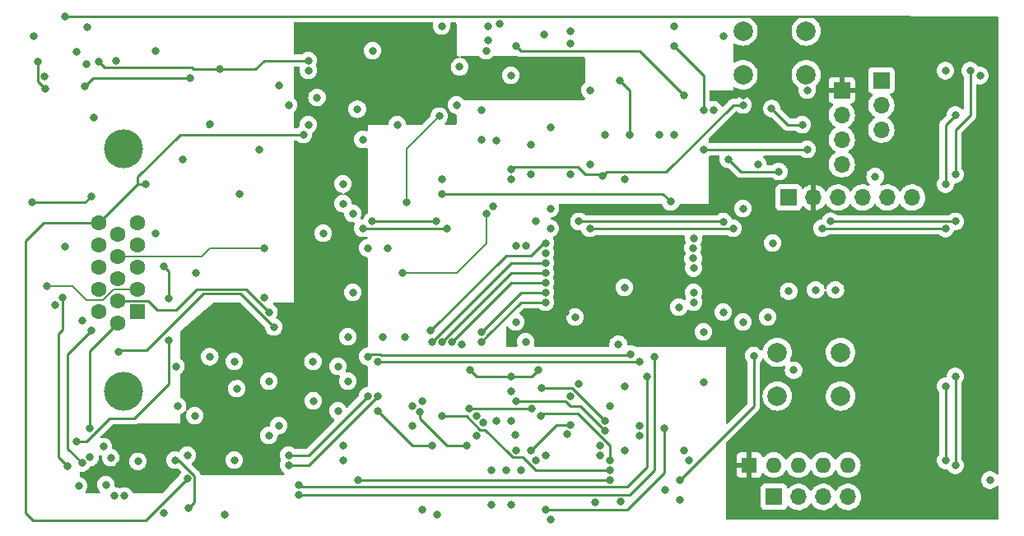
<source format=gbr>
%TF.GenerationSoftware,KiCad,Pcbnew,6.0.2+dfsg-1*%
%TF.CreationDate,2023-01-27T10:21:13-05:00*%
%TF.ProjectId,qwiic-obd,71776969-632d-46f6-9264-2e6b69636164,rev?*%
%TF.SameCoordinates,Original*%
%TF.FileFunction,Copper,L2,Inr*%
%TF.FilePolarity,Positive*%
%FSLAX46Y46*%
G04 Gerber Fmt 4.6, Leading zero omitted, Abs format (unit mm)*
G04 Created by KiCad (PCBNEW 6.0.2+dfsg-1) date 2023-01-27 10:21:13*
%MOMM*%
%LPD*%
G01*
G04 APERTURE LIST*
%TA.AperFunction,ComponentPad*%
%ADD10R,1.700000X1.700000*%
%TD*%
%TA.AperFunction,ComponentPad*%
%ADD11O,1.700000X1.700000*%
%TD*%
%TA.AperFunction,ComponentPad*%
%ADD12C,4.000000*%
%TD*%
%TA.AperFunction,ComponentPad*%
%ADD13R,1.600000X1.600000*%
%TD*%
%TA.AperFunction,ComponentPad*%
%ADD14C,1.600000*%
%TD*%
%TA.AperFunction,ComponentPad*%
%ADD15O,1.600000X1.600000*%
%TD*%
%TA.AperFunction,ComponentPad*%
%ADD16C,2.000000*%
%TD*%
%TA.AperFunction,ViaPad*%
%ADD17C,0.800000*%
%TD*%
%TA.AperFunction,Conductor*%
%ADD18C,0.250000*%
%TD*%
%TA.AperFunction,Conductor*%
%ADD19C,0.200000*%
%TD*%
G04 APERTURE END LIST*
D10*
%TO.N,~{CAN_INT}*%
%TO.C,J401*%
X185557000Y-121641000D03*
D11*
%TO.N,~{UART_INT}*%
X188097000Y-121641000D03*
%TO.N,~{SPI_INT}*%
X190637000Y-121641000D03*
%TO.N,~{J1850_INT}*%
X193177000Y-121641000D03*
%TD*%
D12*
%TO.N,GND*%
%TO.C,J102*%
X118633342Y-110765651D03*
X118633342Y-85765651D03*
D13*
%TO.N,SW_CAN*%
X120053342Y-102580651D03*
D14*
%TO.N,J1850_BUS+*%
X120053342Y-100290651D03*
%TO.N,MS_CAN_HI*%
X120053342Y-98000651D03*
%TO.N,GND*%
X120053342Y-95710651D03*
X120053342Y-93420651D03*
%TO.N,HS_CAN_HI*%
X118073342Y-103725651D03*
%TO.N,K_LINE*%
X118073342Y-101435651D03*
%TO.N,unconnected-(J102-Pad8)*%
X118073342Y-99145651D03*
%TO.N,J1850_BUS-*%
X118073342Y-96855651D03*
%TO.N,MS_CAN_LO*%
X118073342Y-94565651D03*
%TO.N,unconnected-(J102-Pad11)*%
X116093342Y-102580651D03*
%TO.N,unconnected-(J102-Pad12)*%
X116093342Y-100290651D03*
%TO.N,HS_CAN_LO*%
X116093342Y-98000651D03*
%TO.N,L_LINE*%
X116093342Y-95710651D03*
%TO.N,VBAT*%
X116093342Y-93420651D03*
%TD*%
D13*
%TO.N,+3V3_NOSW*%
%TO.C,RN403*%
X183007000Y-118364000D03*
D15*
%TO.N,~{CAN_INT}*%
X185547000Y-118364000D03*
%TO.N,~{UART_INT}*%
X188087000Y-118364000D03*
%TO.N,~{SPI_INT}*%
X190627000Y-118364000D03*
%TO.N,~{J1850_INT}*%
X193167000Y-118364000D03*
%TD*%
D16*
%TO.N,GND*%
%TO.C,SW402*%
X192405000Y-111252000D03*
X185905000Y-111252000D03*
%TO.N,Net-(R408-Pad2)*%
X192405000Y-106752000D03*
X185905000Y-106752000D03*
%TD*%
D10*
%TO.N,~{RESET}*%
%TO.C,J601*%
X187071000Y-90805000D03*
D11*
%TO.N,+3V3_NOSW*%
X189611000Y-90805000D03*
%TO.N,GND*%
X192151000Y-90805000D03*
%TO.N,ICSPDAT*%
X194691000Y-90805000D03*
%TO.N,ICSPCLK*%
X197231000Y-90805000D03*
%TO.N,unconnected-(J601-Pad6)*%
X199771000Y-90805000D03*
%TD*%
D10*
%TO.N,~{PIC_BL_LED}*%
%TO.C,JP601*%
X196596000Y-78740000D03*
D11*
%TO.N,PA0*%
X196596000Y-81280000D03*
%TO.N,ICSPDAT*%
X196596000Y-83820000D03*
%TD*%
D16*
%TO.N,GND*%
%TO.C,SW401*%
X182372000Y-73660000D03*
X188872000Y-73660000D03*
%TO.N,~{PIC_BL_ENTRY}*%
X188872000Y-78160000D03*
X182372000Y-78160000D03*
%TD*%
D10*
%TO.N,+3V3_NOSW*%
%TO.C,J602*%
X192532000Y-79756000D03*
D11*
%TO.N,PIC_RX*%
X192532000Y-82296000D03*
%TO.N,PIC_TX*%
X192532000Y-84836000D03*
%TO.N,GND*%
X192532000Y-87376000D03*
%TD*%
D17*
%TO.N,GND*%
X164592000Y-73660000D03*
X203197998Y-77739001D03*
X115572000Y-82548000D03*
X142240000Y-100584000D03*
X114046000Y-120523000D03*
X191881000Y-100330000D03*
X170180000Y-88900000D03*
X137668000Y-77724000D03*
X141224000Y-91440000D03*
X184912000Y-103124000D03*
X158496000Y-88900000D03*
X114808000Y-77089000D03*
X109452500Y-74189500D03*
X115214400Y-117576600D03*
X134620000Y-79248000D03*
X188976000Y-79756000D03*
X178308000Y-109855000D03*
X142240000Y-92456000D03*
X170180000Y-100076000D03*
X165100000Y-103124000D03*
X162560000Y-123952000D03*
X141224000Y-89408000D03*
X135636000Y-81280000D03*
X169799000Y-122132201D03*
X176276000Y-116840000D03*
X158496000Y-110744000D03*
X118745000Y-121539000D03*
X152908000Y-81280000D03*
X140716000Y-112776000D03*
X140716000Y-108204000D03*
X133096000Y-101092000D03*
X122794843Y-123319728D03*
X168656000Y-112268000D03*
X180340000Y-74168000D03*
X158968297Y-115280297D03*
X148336000Y-114300000D03*
X166624000Y-87376000D03*
X139192000Y-94488000D03*
X132588000Y-85852000D03*
X146812000Y-83312000D03*
X173736000Y-84328000D03*
X180340000Y-102616000D03*
X124206000Y-112268000D03*
X127518750Y-107198750D03*
X162052000Y-117348000D03*
X145796000Y-96012000D03*
X129032000Y-123444000D03*
X175768000Y-102108000D03*
X207769998Y-119903001D03*
X130048000Y-117856000D03*
X160020000Y-95795500D03*
X144272000Y-75692000D03*
X160528000Y-85344000D03*
X156464000Y-118872000D03*
X165481000Y-109982000D03*
X155448000Y-84836000D03*
%TO.N,SW_CAN*%
X125349000Y-122809000D03*
X123952000Y-117856000D03*
%TO.N,+12V_NOSW*%
X114649500Y-79343500D03*
X125476000Y-78486000D03*
%TO.N,+12V*%
X161036000Y-117856000D03*
X137668000Y-83312000D03*
X109220000Y-91313000D03*
X127574000Y-83246000D03*
X115316000Y-90678000D03*
X143256000Y-84836000D03*
X150876000Y-123444000D03*
X157988000Y-118872000D03*
%TO.N,+3V3_NOSW*%
X190373000Y-96774000D03*
X165608000Y-91948000D03*
X206245998Y-117871001D03*
X161050605Y-102601395D03*
X112649000Y-72136000D03*
X191008000Y-73152000D03*
X180340000Y-91948000D03*
X182372000Y-80264000D03*
X200152000Y-73660000D03*
X204594998Y-78501001D03*
X110617000Y-79629000D03*
X109877000Y-76835000D03*
X164084000Y-102616000D03*
X188833000Y-103886000D03*
%TO.N,+3V3*%
X149352000Y-122936000D03*
X143764000Y-96012000D03*
X114935000Y-73279000D03*
X167132000Y-122211500D03*
X138557000Y-80518000D03*
X162560000Y-83566000D03*
X156972000Y-84963000D03*
X153416000Y-105955500D03*
X175255701Y-84323701D03*
X133604000Y-109728000D03*
X141732000Y-109728000D03*
X160020000Y-105664000D03*
X175260000Y-73152000D03*
X170180000Y-116840000D03*
X156972000Y-113796301D03*
X133604000Y-115316000D03*
X134620000Y-114300000D03*
X155956000Y-75692000D03*
X164592000Y-111252000D03*
X176784000Y-117856000D03*
X168148000Y-84328000D03*
X130556000Y-90424000D03*
X125222000Y-117348000D03*
X141732000Y-105156000D03*
X170180000Y-110236000D03*
X178308000Y-104648000D03*
%TO.N,VBAT*%
X125222000Y-119761000D03*
X137160000Y-84328000D03*
X120904000Y-89408000D03*
%TO.N,V_J1850*%
X151384000Y-88900000D03*
%TO.N,K_LINE*%
X114427000Y-103505000D03*
X147574000Y-105156000D03*
X153928299Y-116327701D03*
X149103839Y-112907866D03*
X133608299Y-102611701D03*
%TO.N,L_LINE*%
X150368000Y-116332000D03*
X144780000Y-112776000D03*
X145288000Y-105156000D03*
X118110000Y-106680000D03*
X134112000Y-104140000D03*
X111633000Y-101854000D03*
%TO.N,J1850_BUS+*%
X157353000Y-72898000D03*
X155956000Y-92456000D03*
X126111000Y-98552000D03*
X151384000Y-73152000D03*
X110744000Y-99949000D03*
X155448000Y-81788000D03*
X147320000Y-98552000D03*
%TO.N,J1850_BUS-*%
X112644701Y-95880701D03*
X166624000Y-79756000D03*
X133096000Y-96012000D03*
X147767685Y-91252640D03*
X151130000Y-82423000D03*
X153223500Y-77343000D03*
X158496000Y-78232000D03*
%TO.N,HS_CAN_HI*%
X115189000Y-114554000D03*
%TO.N,HS_CAN_LO*%
X114386893Y-118137169D03*
X115316000Y-104521000D03*
%TO.N,MS_CAN_HI*%
X123317000Y-105537000D03*
X123317000Y-101219000D03*
X122809000Y-97917000D03*
X113792000Y-115951000D03*
%TO.N,MS_CAN_LO*%
X121920000Y-94488000D03*
X112903000Y-118491000D03*
X112357500Y-101073519D03*
%TO.N,+5V*%
X151383989Y-74676000D03*
X129032000Y-102616000D03*
X157988000Y-79756000D03*
X118211600Y-118389400D03*
X130048000Y-109220000D03*
X130048000Y-112776000D03*
X164592000Y-77724000D03*
X117983000Y-114681000D03*
X150600500Y-79269500D03*
%TO.N,SDA*%
X144180394Y-93278560D03*
X159004000Y-111760000D03*
X182372000Y-91948000D03*
X159004000Y-95795500D03*
X159004000Y-103632000D03*
X150811185Y-93270715D03*
X191389000Y-93255500D03*
X165500603Y-93273451D03*
X204213998Y-88407001D03*
X205737998Y-77739001D03*
X180344712Y-93290947D03*
X204213998Y-118379001D03*
X161036000Y-93273462D03*
X204213998Y-109235001D03*
X168152299Y-114803701D03*
X204213998Y-93263088D03*
%TO.N,SCL*%
X204213998Y-82311001D03*
X143256000Y-93980000D03*
X162560000Y-93997962D03*
X206753998Y-78247001D03*
X203197998Y-93995001D03*
X161668398Y-110429205D03*
X166624000Y-93980000D03*
X181356000Y-93980000D03*
X168156598Y-113783402D03*
X203197998Y-89423001D03*
X151892000Y-93980000D03*
X203197998Y-117871001D03*
X190500000Y-93980000D03*
X158496000Y-113792000D03*
X203197998Y-110251001D03*
%TO.N,~{RESET}*%
X154286250Y-108566250D03*
X189849000Y-100330000D03*
X161290000Y-108585000D03*
X187071000Y-100457000D03*
X186055000Y-88138000D03*
X180848000Y-86868000D03*
X158496000Y-109220000D03*
X187579000Y-108585000D03*
X162052000Y-96520000D03*
%TO.N,ICSPCLK*%
X188468000Y-83312000D03*
X195961000Y-88646000D03*
X185324055Y-81644083D03*
%TO.N,CAN_TX_5V*%
X130302000Y-110490000D03*
%TO.N,CAN_RX_5V*%
X130048000Y-107696000D03*
%TO.N,~{CAN_EN_5V}*%
X125984000Y-113284000D03*
%TO.N,SW_CAN_LOAD*%
X168656000Y-119888000D03*
X175895000Y-119888000D03*
X142748000Y-119888000D03*
X183489000Y-107087000D03*
%TO.N,PWR_CTRL*%
X116078000Y-76835000D03*
X177292000Y-100584000D03*
X137668000Y-76708000D03*
X174942500Y-91249500D03*
X128524000Y-77566500D03*
X142693640Y-81707545D03*
X151388307Y-90419693D03*
%TO.N,SAE_VPW*%
X170688000Y-84328000D03*
X169672000Y-78740000D03*
%TO.N,J1850_RX*%
X175260000Y-75184000D03*
X178308000Y-81788000D03*
%TO.N,SAE_PWM*%
X182372000Y-103632000D03*
X167921974Y-88562626D03*
X183896000Y-87376000D03*
X158496000Y-87884000D03*
X182372000Y-81280000D03*
X185420000Y-95504000D03*
%TO.N,PWM_RX*%
X176276000Y-80264000D03*
X159004000Y-75184000D03*
%TO.N,J1850_TX*%
X162560000Y-91948000D03*
%TO.N,ISO_K*%
X177292000Y-101600000D03*
X169545000Y-105918000D03*
X159004000Y-116840000D03*
%TO.N,ISO_L*%
X154940000Y-115316000D03*
%TO.N,ISO_LINE*%
X159512000Y-118872000D03*
X160528000Y-116840000D03*
X156464000Y-122428000D03*
X158496000Y-122428000D03*
X164632817Y-114202848D03*
%TO.N,SW_CAN_MODE0*%
X177241675Y-97074993D03*
X173228000Y-107188000D03*
X136647701Y-121407701D03*
%TO.N,SW_CAN_MODE1*%
X172503500Y-109220000D03*
X136652000Y-120396000D03*
X177293514Y-98073151D03*
%TO.N,SW_CAN_RX*%
X138146136Y-107696000D03*
X141224000Y-116332000D03*
%TO.N,CAN_LO*%
X120142000Y-117983000D03*
X124041500Y-108188000D03*
%TO.N,~{J1850_INT}*%
X178308000Y-85852000D03*
X188976000Y-85852000D03*
%TO.N,~{ISO_RX}*%
X167640000Y-117348000D03*
X171704000Y-114300000D03*
%TO.N,~{ISO_TX}*%
X174244000Y-114591500D03*
X162052000Y-122936000D03*
%TO.N,~{UART_INT}*%
X171704000Y-115316000D03*
%TO.N,~{SPI_INT}*%
X175895000Y-121920000D03*
X161544000Y-113284000D03*
X168656000Y-117856000D03*
%TO.N,CAN_SEL1*%
X144780000Y-107696000D03*
X171704000Y-107696000D03*
X117745497Y-121539000D03*
X177202842Y-96024327D03*
X117348000Y-117602000D03*
X135636000Y-118364000D03*
X144780000Y-111252000D03*
%TO.N,CAN_SEL0*%
X170815000Y-106934000D03*
X143764000Y-107188000D03*
X116586000Y-116459000D03*
X135636000Y-117348000D03*
X143764000Y-111252000D03*
X116840000Y-120396000D03*
X177292000Y-94996000D03*
%TO.N,CAN_SOF*%
X162052000Y-95504000D03*
X150241000Y-104521000D03*
%TO.N,~{CAN_TX2RTS}*%
X150372299Y-105668299D03*
X162052000Y-97536000D03*
X148336000Y-112268000D03*
%TO.N,~{CAN_TX1RTS}*%
X151388299Y-105668299D03*
X149352000Y-111760000D03*
X162051126Y-98553100D03*
%TO.N,~{CAN_TX0RTS}*%
X162052000Y-99568000D03*
X152404299Y-105668299D03*
%TO.N,~{CAN_RX1BF}*%
X155448000Y-104648000D03*
X155642456Y-113986456D03*
X162052000Y-100584000D03*
%TO.N,~{CAN_RX0BF}*%
X154935701Y-113279701D03*
X155448000Y-105664000D03*
X162052000Y-101600000D03*
%TO.N,~{CAN_INT}*%
X174371000Y-120904000D03*
X151384000Y-113284000D03*
X168656000Y-118872000D03*
%TO.N,SW_CAN_TX*%
X141224000Y-117856000D03*
X138171987Y-111759210D03*
%TO.N,SCK*%
X154228946Y-112572946D03*
X160629248Y-112561776D03*
%TO.N,Net-(C506-Pad2)*%
X121920000Y-75692000D03*
%TO.N,Net-(D605-Pad2)*%
X156154906Y-74594520D03*
%TO.N,Net-(D701-Pad1)*%
X167635701Y-116336299D03*
%TO.N,Net-(C503-Pad2)*%
X124773000Y-86868000D03*
%TO.N,Net-(C507-Pad1)*%
X113858000Y-75787500D03*
%TO.N,Net-(C507-Pad2)*%
X110556000Y-78327500D03*
%TO.N,Net-(D604-Pad1)*%
X161919245Y-74060124D03*
%TO.N,Net-(D605-Pad1)*%
X156164677Y-73152000D03*
%TO.N,Net-(Q503-Pad2)*%
X117856000Y-76708000D03*
%TO.N,Net-(Q601-Pad1)*%
X156662755Y-91749245D03*
%TO.N,Net-(Q608-Pad1)*%
X160528000Y-88392000D03*
X164592000Y-88392000D03*
%TO.N,Net-(R614-Pad2)*%
X164614301Y-74926500D03*
%TO.N,Net-(R704-Pad2)*%
X164267000Y-115133000D03*
%TO.N,~{PIC_BL_ENTRY}*%
X179328299Y-81783701D03*
%TD*%
D18*
%TO.N,SW_CAN*%
X125968028Y-122189972D02*
X125349000Y-122809000D01*
X124341614Y-117856000D02*
X125968028Y-119482414D01*
X125968028Y-119482414D02*
X125968028Y-122189972D01*
X123952000Y-117856000D02*
X124341614Y-117856000D01*
%TO.N,+12V_NOSW*%
X115507000Y-78486000D02*
X114649500Y-79343500D01*
X125476000Y-78486000D02*
X115507000Y-78486000D01*
%TO.N,+12V*%
X115316000Y-90678000D02*
X114681000Y-91313000D01*
X127574000Y-83246000D02*
X127323454Y-83496546D01*
X114681000Y-91313000D02*
X109220000Y-91313000D01*
%TO.N,+3V3_NOSW*%
X109831489Y-78843489D02*
X110617000Y-79629000D01*
X109877000Y-76835000D02*
X109831489Y-76880511D01*
X200152000Y-72898000D02*
X200152000Y-73660000D01*
X112649000Y-72136000D02*
X199390000Y-72136000D01*
X109831489Y-76880511D02*
X109831489Y-78843489D01*
X199390000Y-72136000D02*
X200152000Y-72898000D01*
%TO.N,VBAT*%
X120105993Y-88682007D02*
X124460000Y-84328000D01*
X108585000Y-123317000D02*
X108585000Y-95250000D01*
X110414349Y-93420651D02*
X116093342Y-93420651D01*
X120105993Y-89408000D02*
X120105993Y-88682007D01*
X109347000Y-124079000D02*
X108585000Y-123317000D01*
X120904000Y-124079000D02*
X109347000Y-124079000D01*
X124460000Y-84328000D02*
X137160000Y-84328000D01*
X108585000Y-95250000D02*
X110414349Y-93420651D01*
X120105993Y-89408000D02*
X120904000Y-89408000D01*
X116093342Y-93420651D02*
X120105993Y-89408000D01*
X125222000Y-119761000D02*
X120904000Y-124079000D01*
%TO.N,K_LINE*%
X122083713Y-102362000D02*
X121157364Y-101435651D01*
X131240866Y-100261480D02*
X126179520Y-100261480D01*
X133595386Y-102616000D02*
X131240866Y-100261480D01*
X124079000Y-102362000D02*
X122083713Y-102362000D01*
X126179520Y-100261480D02*
X124079000Y-102362000D01*
X149103839Y-112907866D02*
X149103839Y-113543839D01*
X133604000Y-102616000D02*
X133595386Y-102616000D01*
X121157364Y-101435651D02*
X118073342Y-101435651D01*
X149103839Y-113543839D02*
X151887701Y-116327701D01*
X151887701Y-116327701D02*
X153928299Y-116327701D01*
X133608299Y-102611701D02*
X133604000Y-102616000D01*
%TO.N,L_LINE*%
X130683000Y-100711000D02*
X134112000Y-104140000D01*
X118110000Y-106680000D02*
X118237000Y-106553000D01*
X150368000Y-116332000D02*
X148336000Y-116332000D01*
X121031000Y-106553000D02*
X126873000Y-100711000D01*
X126873000Y-100711000D02*
X130683000Y-100711000D01*
X148336000Y-116332000D02*
X144780000Y-112776000D01*
X118237000Y-106553000D02*
X121031000Y-106553000D01*
D19*
%TO.N,J1850_BUS+*%
X116563887Y-101390162D02*
X114839980Y-101390162D01*
X117663398Y-100290651D02*
X116563887Y-101390162D01*
X155956000Y-95504000D02*
X155956000Y-92456000D01*
X113398818Y-99949000D02*
X110744000Y-99949000D01*
X120053342Y-100290651D02*
X117663398Y-100290651D01*
X114839980Y-101390162D02*
X113398818Y-99949000D01*
X147320000Y-98552000D02*
X152908000Y-98552000D01*
X152908000Y-98552000D02*
X155956000Y-95504000D01*
%TO.N,J1850_BUS-*%
X147767685Y-91252640D02*
X147767685Y-85785315D01*
X133096000Y-96012000D02*
X127508000Y-96012000D01*
X147767685Y-85785315D02*
X151130000Y-82423000D01*
X127508000Y-96012000D02*
X126664349Y-96855651D01*
X126664349Y-96855651D02*
X118073342Y-96855651D01*
D18*
%TO.N,HS_CAN_HI*%
X115189000Y-114554000D02*
X115189000Y-106609993D01*
X115189000Y-106609993D02*
X118073342Y-103725651D01*
%TO.N,HS_CAN_LO*%
X114386893Y-118137169D02*
X112903000Y-116653276D01*
X112903000Y-116653276D02*
X112903000Y-106934000D01*
X112903000Y-106934000D02*
X115316000Y-104521000D01*
%TO.N,MS_CAN_HI*%
X114816614Y-115951000D02*
X117229614Y-113538000D01*
X117229614Y-113538000D02*
X119761000Y-113538000D01*
X113792000Y-115951000D02*
X114816614Y-115951000D01*
X123317000Y-101219000D02*
X123317000Y-98425000D01*
X123317000Y-109982000D02*
X123317000Y-105537000D01*
X119761000Y-113538000D02*
X123317000Y-109982000D01*
X123317000Y-98425000D02*
X122809000Y-97917000D01*
%TO.N,MS_CAN_LO*%
X111933103Y-117521103D02*
X112903000Y-118491000D01*
X111933103Y-104855897D02*
X111933103Y-117521103D01*
X112357500Y-104431500D02*
X111933103Y-104855897D01*
X112357500Y-101073519D02*
X112357500Y-104431500D01*
%TO.N,SDA*%
X144180394Y-93278560D02*
X144188239Y-93270715D01*
X204206410Y-93255500D02*
X204213998Y-93263088D01*
X165500603Y-93273451D02*
X165518565Y-93255489D01*
X204213998Y-93263088D02*
X203647518Y-93263088D01*
X164583386Y-112268000D02*
X165616598Y-112268000D01*
X165518565Y-93255489D02*
X180309254Y-93255489D01*
X204213998Y-88407001D02*
X204213998Y-83835001D01*
X204213998Y-83835001D02*
X205737998Y-82311001D01*
X165616598Y-112268000D02*
X168152299Y-114803701D01*
X180309254Y-93255489D02*
X180344712Y-93290947D01*
X205737998Y-82311001D02*
X205737998Y-77739001D01*
X204213998Y-109235001D02*
X204213998Y-118379001D01*
X203647518Y-93263088D02*
X203647518Y-93270490D01*
X191389000Y-93255500D02*
X191389011Y-93255489D01*
X144188239Y-93270715D02*
X150811185Y-93270715D01*
X164075386Y-111760000D02*
X164583386Y-112268000D01*
X159004000Y-111760000D02*
X164075386Y-111760000D01*
X191389000Y-93255500D02*
X204206410Y-93255500D01*
%TO.N,SCL*%
X168156598Y-113783402D02*
X164802401Y-110429205D01*
X166624000Y-93980000D02*
X166667266Y-94023266D01*
X181312734Y-94023266D02*
X181356000Y-93980000D01*
X203197998Y-89423001D02*
X203197998Y-83327001D01*
X203197998Y-83327001D02*
X204213998Y-82311001D01*
X203182997Y-93980000D02*
X203197998Y-93995001D01*
X203197998Y-117871001D02*
X203197998Y-110251001D01*
X143256000Y-93980000D02*
X143279071Y-94003071D01*
X190500000Y-93980000D02*
X203182997Y-93980000D01*
X164802401Y-110429205D02*
X161668398Y-110429205D01*
X143279071Y-94003071D02*
X151868929Y-94003071D01*
X166667266Y-94023266D02*
X181312734Y-94023266D01*
X151868929Y-94003071D02*
X151892000Y-93980000D01*
%TO.N,~{RESET}*%
X158496000Y-109220000D02*
X154940000Y-109220000D01*
X154940000Y-109220000D02*
X154286250Y-108566250D01*
X160655000Y-109220000D02*
X161290000Y-108585000D01*
X182118000Y-88138000D02*
X180848000Y-86868000D01*
X158496000Y-109220000D02*
X160655000Y-109220000D01*
X186055000Y-88138000D02*
X182118000Y-88138000D01*
%TO.N,ICSPCLK*%
X185324055Y-81644083D02*
X186991972Y-83312000D01*
X186991972Y-83312000D02*
X188468000Y-83312000D01*
%TO.N,SW_CAN_LOAD*%
X183489000Y-112294000D02*
X183489000Y-107087000D01*
X142748000Y-119888000D02*
X168656000Y-119888000D01*
X175895000Y-119888000D02*
X183489000Y-112294000D01*
%TO.N,PWR_CTRL*%
X151392614Y-90424000D02*
X151388307Y-90419693D01*
X133096000Y-76708000D02*
X137668000Y-76708000D01*
X132237500Y-77566500D02*
X133096000Y-76708000D01*
X128524000Y-77566500D02*
X132237500Y-77566500D01*
X125692511Y-77432511D02*
X116675511Y-77432511D01*
X167640000Y-90424000D02*
X151392614Y-90424000D01*
X128524000Y-77566500D02*
X125826500Y-77566500D01*
X116675511Y-77432511D02*
X116078000Y-76835000D01*
X174942500Y-91249500D02*
X174117000Y-90424000D01*
X125826500Y-77566500D02*
X125692511Y-77432511D01*
X174117000Y-90424000D02*
X167640000Y-90424000D01*
%TO.N,SAE_VPW*%
X170688000Y-79756000D02*
X169672000Y-78740000D01*
X170688000Y-84328000D02*
X170688000Y-79756000D01*
%TO.N,J1850_RX*%
X178308000Y-81788000D02*
X178308000Y-78232000D01*
X178308000Y-78232000D02*
X175260000Y-75184000D01*
%TO.N,SAE_PWM*%
X167921974Y-88562626D02*
X168309111Y-88175489D01*
X166116000Y-88392000D02*
X167640000Y-88392000D01*
X167640000Y-88392000D02*
X167751348Y-88392000D01*
X158496000Y-87884000D02*
X158712511Y-87667489D01*
X165391489Y-87667489D02*
X166116000Y-88392000D01*
X181356000Y-81280000D02*
X182372000Y-81280000D01*
X174460511Y-88175489D02*
X181356000Y-81280000D01*
X167751348Y-88392000D02*
X167921974Y-88562626D01*
X168309111Y-88175489D02*
X174460511Y-88175489D01*
X158712511Y-87667489D02*
X165391489Y-87667489D01*
%TO.N,PWM_RX*%
X159512000Y-75692000D02*
X171704000Y-75692000D01*
X159004000Y-75184000D02*
X159512000Y-75692000D01*
X171704000Y-75692000D02*
X176276000Y-80264000D01*
%TO.N,ISO_LINE*%
X160528000Y-116840000D02*
X163165152Y-114202848D01*
X163165152Y-114202848D02*
X164632817Y-114202848D01*
%TO.N,SW_CAN_MODE0*%
X173228000Y-107188000D02*
X173228000Y-118872000D01*
X173228000Y-118872000D02*
X170692299Y-121407701D01*
X170692299Y-121407701D02*
X136647701Y-121407701D01*
%TO.N,SW_CAN_MODE1*%
X170471489Y-120612511D02*
X136868511Y-120612511D01*
X172503500Y-109220000D02*
X172503500Y-118580500D01*
X172503500Y-118580500D02*
X170471489Y-120612511D01*
X136868511Y-120612511D02*
X136652000Y-120396000D01*
%TO.N,~{J1850_INT}*%
X188976000Y-85852000D02*
X178308000Y-85852000D01*
%TO.N,~{ISO_TX}*%
X170480114Y-122936000D02*
X162052000Y-122936000D01*
X174244000Y-114591500D02*
X174244000Y-119172114D01*
X174244000Y-119172114D02*
X170480114Y-122936000D01*
%TO.N,~{SPI_INT}*%
X161760511Y-113067489D02*
X165391489Y-113067489D01*
X161544000Y-113284000D02*
X161760511Y-113067489D01*
X168656000Y-116332000D02*
X168656000Y-117856000D01*
X165391489Y-113067489D02*
X168656000Y-116332000D01*
%TO.N,CAN_SEL1*%
X144780000Y-111260614D02*
X144780000Y-111252000D01*
X137676614Y-118364000D02*
X144780000Y-111260614D01*
X135636000Y-118364000D02*
X137676614Y-118364000D01*
X144780000Y-107696000D02*
X171704000Y-107696000D01*
%TO.N,CAN_SEL0*%
X170815000Y-106934000D02*
X170688000Y-107061000D01*
X143980511Y-106971489D02*
X143764000Y-107188000D01*
X145169614Y-107061000D02*
X145080103Y-106971489D01*
X137668000Y-117348000D02*
X143764000Y-111252000D01*
X170688000Y-107061000D02*
X145169614Y-107061000D01*
X145080103Y-106971489D02*
X143980511Y-106971489D01*
X135636000Y-117348000D02*
X137668000Y-117348000D01*
%TO.N,CAN_SOF*%
X157988000Y-96774000D02*
X160528000Y-96774000D01*
X160528000Y-96774000D02*
X161798000Y-95504000D01*
X150241000Y-104521000D02*
X157988000Y-96774000D01*
X161798000Y-95504000D02*
X162052000Y-95504000D01*
%TO.N,~{CAN_TX2RTS}*%
X162052000Y-97536000D02*
X158496000Y-97536000D01*
X150368000Y-105664000D02*
X150372299Y-105668299D01*
X158496000Y-97536000D02*
X150368000Y-105664000D01*
%TO.N,~{CAN_TX1RTS}*%
X162051126Y-98553100D02*
X158494900Y-98553100D01*
X151388299Y-105659701D02*
X151388299Y-105668299D01*
X151388299Y-105659701D02*
X158494900Y-98553100D01*
%TO.N,~{CAN_TX0RTS}*%
X162052000Y-99568000D02*
X158496000Y-99568000D01*
X152400000Y-105664000D02*
X152404299Y-105668299D01*
X158496000Y-99568000D02*
X152400000Y-105664000D01*
%TO.N,~{CAN_RX1BF}*%
X159512000Y-100584000D02*
X162052000Y-100584000D01*
X155448000Y-104648000D02*
X159512000Y-100584000D01*
%TO.N,~{CAN_RX0BF}*%
X159512000Y-101600000D02*
X162052000Y-101600000D01*
X156172511Y-104948103D02*
X156172511Y-104939489D01*
X155448000Y-105664000D02*
X155456614Y-105664000D01*
X156172511Y-104939489D02*
X159512000Y-101600000D01*
X155456614Y-105664000D02*
X156172511Y-104948103D01*
%TO.N,~{CAN_INT}*%
X158279489Y-117131489D02*
X158279489Y-117140103D01*
X153915386Y-113284000D02*
X155342353Y-114710967D01*
X160311489Y-118156103D02*
X161027386Y-118872000D01*
X158279489Y-117140103D02*
X158703897Y-117564511D01*
X160311489Y-118147489D02*
X160311489Y-118156103D01*
X158703897Y-117564511D02*
X159728511Y-117564511D01*
X155858967Y-114710967D02*
X158279489Y-117131489D01*
X159728511Y-117564511D02*
X160311489Y-118147489D01*
X151384000Y-113284000D02*
X153915386Y-113284000D01*
X155342353Y-114710967D02*
X155858967Y-114710967D01*
X161027386Y-118872000D02*
X168656000Y-118872000D01*
%TO.N,SCK*%
X160622662Y-112555190D02*
X160629248Y-112561776D01*
X154246702Y-112555190D02*
X160622662Y-112555190D01*
X154228946Y-112572946D02*
X154246702Y-112555190D01*
%TD*%
%TA.AperFunction,Conductor*%
%TO.N,+5V*%
G36*
X150447726Y-72789502D02*
G01*
X150494219Y-72843158D01*
X150504323Y-72913432D01*
X150499437Y-72934438D01*
X150492498Y-72955792D01*
X150492497Y-72955797D01*
X150490458Y-72962072D01*
X150489768Y-72968633D01*
X150489768Y-72968635D01*
X150477230Y-73087928D01*
X150470496Y-73152000D01*
X150490458Y-73341928D01*
X150549473Y-73523556D01*
X150644960Y-73688944D01*
X150772747Y-73830866D01*
X150927248Y-73943118D01*
X150933276Y-73945802D01*
X150933278Y-73945803D01*
X151095681Y-74018109D01*
X151101712Y-74020794D01*
X151195113Y-74040647D01*
X151282056Y-74059128D01*
X151282061Y-74059128D01*
X151288513Y-74060500D01*
X151479487Y-74060500D01*
X151485939Y-74059128D01*
X151485944Y-74059128D01*
X151572887Y-74040647D01*
X151666288Y-74020794D01*
X151672319Y-74018109D01*
X151834722Y-73945803D01*
X151834724Y-73945802D01*
X151840752Y-73943118D01*
X151995253Y-73830866D01*
X152123040Y-73688944D01*
X152218527Y-73523556D01*
X152277542Y-73341928D01*
X152297504Y-73152000D01*
X152290770Y-73087928D01*
X152278232Y-72968635D01*
X152278232Y-72968633D01*
X152277542Y-72962072D01*
X152275503Y-72955797D01*
X152275502Y-72955792D01*
X152268563Y-72934438D01*
X152266534Y-72863471D01*
X152303195Y-72802672D01*
X152366907Y-72771346D01*
X152388395Y-72769500D01*
X152782000Y-72769500D01*
X152850121Y-72789502D01*
X152896614Y-72843158D01*
X152908000Y-72895500D01*
X152908000Y-76200000D01*
X153032437Y-76200000D01*
X153100558Y-76220002D01*
X153147051Y-76273658D01*
X153157155Y-76343932D01*
X153127661Y-76408512D01*
X153067935Y-76446896D01*
X153058633Y-76449247D01*
X152941212Y-76474206D01*
X152935182Y-76476891D01*
X152935181Y-76476891D01*
X152772778Y-76549197D01*
X152772776Y-76549198D01*
X152766748Y-76551882D01*
X152761407Y-76555762D01*
X152761406Y-76555763D01*
X152752593Y-76562166D01*
X152612247Y-76664134D01*
X152607826Y-76669044D01*
X152607825Y-76669045D01*
X152564247Y-76717444D01*
X152484460Y-76806056D01*
X152388973Y-76971444D01*
X152329958Y-77153072D01*
X152329268Y-77159633D01*
X152329268Y-77159635D01*
X152311901Y-77324872D01*
X152309996Y-77343000D01*
X152310686Y-77349565D01*
X152320692Y-77444763D01*
X152329958Y-77532928D01*
X152388973Y-77714556D01*
X152392276Y-77720278D01*
X152392277Y-77720279D01*
X152398216Y-77730565D01*
X152484460Y-77879944D01*
X152488878Y-77884851D01*
X152488879Y-77884852D01*
X152607825Y-78016955D01*
X152612247Y-78021866D01*
X152766748Y-78134118D01*
X152772776Y-78136802D01*
X152772778Y-78136803D01*
X152911912Y-78198749D01*
X152941212Y-78211794D01*
X153005388Y-78225435D01*
X153121556Y-78250128D01*
X153121561Y-78250128D01*
X153128013Y-78251500D01*
X153318987Y-78251500D01*
X153325439Y-78250128D01*
X153325444Y-78250128D01*
X153410727Y-78232000D01*
X157582496Y-78232000D01*
X157583186Y-78238565D01*
X157600863Y-78406749D01*
X157602458Y-78421928D01*
X157661473Y-78603556D01*
X157756960Y-78768944D01*
X157761378Y-78773851D01*
X157761379Y-78773852D01*
X157853753Y-78876444D01*
X157884747Y-78910866D01*
X158039248Y-79023118D01*
X158045276Y-79025802D01*
X158045278Y-79025803D01*
X158207681Y-79098109D01*
X158213712Y-79100794D01*
X158301716Y-79119500D01*
X158394056Y-79139128D01*
X158394061Y-79139128D01*
X158400513Y-79140500D01*
X158591487Y-79140500D01*
X158597939Y-79139128D01*
X158597944Y-79139128D01*
X158690284Y-79119500D01*
X158778288Y-79100794D01*
X158784319Y-79098109D01*
X158946722Y-79025803D01*
X158946724Y-79025802D01*
X158952752Y-79023118D01*
X159107253Y-78910866D01*
X159138247Y-78876444D01*
X159230621Y-78773852D01*
X159230622Y-78773851D01*
X159235040Y-78768944D01*
X159330527Y-78603556D01*
X159389542Y-78421928D01*
X159391138Y-78406749D01*
X159408814Y-78238565D01*
X159409504Y-78232000D01*
X159408814Y-78225435D01*
X159390232Y-78048635D01*
X159390232Y-78048633D01*
X159389542Y-78042072D01*
X159330527Y-77860444D01*
X159235040Y-77695056D01*
X159107253Y-77553134D01*
X158952752Y-77440882D01*
X158946724Y-77438198D01*
X158946722Y-77438197D01*
X158784319Y-77365891D01*
X158784318Y-77365891D01*
X158778288Y-77363206D01*
X158676170Y-77341500D01*
X158597944Y-77324872D01*
X158597939Y-77324872D01*
X158591487Y-77323500D01*
X158400513Y-77323500D01*
X158394061Y-77324872D01*
X158394056Y-77324872D01*
X158315830Y-77341500D01*
X158213712Y-77363206D01*
X158207682Y-77365891D01*
X158207681Y-77365891D01*
X158045278Y-77438197D01*
X158045276Y-77438198D01*
X158039248Y-77440882D01*
X157884747Y-77553134D01*
X157756960Y-77695056D01*
X157661473Y-77860444D01*
X157602458Y-78042072D01*
X157601768Y-78048633D01*
X157601768Y-78048635D01*
X157583186Y-78225435D01*
X157582496Y-78232000D01*
X153410727Y-78232000D01*
X153441612Y-78225435D01*
X153505788Y-78211794D01*
X153535088Y-78198749D01*
X153674222Y-78136803D01*
X153674224Y-78136802D01*
X153680252Y-78134118D01*
X153834753Y-78021866D01*
X153839175Y-78016955D01*
X153958121Y-77884852D01*
X153958122Y-77884851D01*
X153962540Y-77879944D01*
X154048784Y-77730565D01*
X154054723Y-77720279D01*
X154054724Y-77720278D01*
X154058027Y-77714556D01*
X154117042Y-77532928D01*
X154126309Y-77444763D01*
X154136314Y-77349565D01*
X154137004Y-77343000D01*
X154135099Y-77324872D01*
X154117732Y-77159635D01*
X154117732Y-77159633D01*
X154117042Y-77153072D01*
X154058027Y-76971444D01*
X153962540Y-76806056D01*
X153882754Y-76717444D01*
X153839175Y-76669045D01*
X153839174Y-76669044D01*
X153834753Y-76664134D01*
X153694407Y-76562166D01*
X153685594Y-76555763D01*
X153685593Y-76555762D01*
X153680252Y-76551882D01*
X153674224Y-76549198D01*
X153674222Y-76549197D01*
X153511819Y-76476891D01*
X153511818Y-76476891D01*
X153505788Y-76474206D01*
X153388366Y-76449247D01*
X153325893Y-76415518D01*
X153291571Y-76353369D01*
X153296299Y-76282530D01*
X153338575Y-76225492D01*
X153404976Y-76200365D01*
X153414563Y-76200000D01*
X155134801Y-76200000D01*
X155202922Y-76220002D01*
X155228435Y-76241688D01*
X155344747Y-76370866D01*
X155396562Y-76408512D01*
X155486982Y-76474206D01*
X155499248Y-76483118D01*
X155505276Y-76485802D01*
X155505278Y-76485803D01*
X155653695Y-76551882D01*
X155673712Y-76560794D01*
X155757567Y-76578618D01*
X155854056Y-76599128D01*
X155854061Y-76599128D01*
X155860513Y-76600500D01*
X156051487Y-76600500D01*
X156057939Y-76599128D01*
X156057944Y-76599128D01*
X156154433Y-76578618D01*
X156238288Y-76560794D01*
X156258305Y-76551882D01*
X156406722Y-76485803D01*
X156406724Y-76485802D01*
X156412752Y-76483118D01*
X156425019Y-76474206D01*
X156515438Y-76408512D01*
X156567253Y-76370866D01*
X156683564Y-76241689D01*
X156744009Y-76204450D01*
X156777199Y-76200000D01*
X159088710Y-76200000D01*
X159149415Y-76215588D01*
X159154435Y-76218348D01*
X159170956Y-76229199D01*
X159186959Y-76241613D01*
X159227543Y-76259176D01*
X159238173Y-76264383D01*
X159276940Y-76285695D01*
X159284617Y-76287666D01*
X159284622Y-76287668D01*
X159296558Y-76290732D01*
X159315266Y-76297137D01*
X159333855Y-76305181D01*
X159341680Y-76306420D01*
X159341682Y-76306421D01*
X159377519Y-76312097D01*
X159389140Y-76314504D01*
X159424289Y-76323528D01*
X159431970Y-76325500D01*
X159452231Y-76325500D01*
X159471940Y-76327051D01*
X159491943Y-76330219D01*
X159499835Y-76329473D01*
X159505062Y-76328979D01*
X159535954Y-76326059D01*
X159547811Y-76325500D01*
X165990000Y-76325500D01*
X166058121Y-76345502D01*
X166104614Y-76399158D01*
X166116000Y-76451500D01*
X166116000Y-78937916D01*
X166095998Y-79006037D01*
X166064061Y-79039852D01*
X166012747Y-79077134D01*
X166008326Y-79082044D01*
X166008325Y-79082045D01*
X165974601Y-79119500D01*
X165884960Y-79219056D01*
X165789473Y-79384444D01*
X165730458Y-79566072D01*
X165729768Y-79572633D01*
X165729768Y-79572635D01*
X165721720Y-79649206D01*
X165710496Y-79756000D01*
X165711186Y-79762565D01*
X165728455Y-79926866D01*
X165730458Y-79945928D01*
X165789473Y-80127556D01*
X165884960Y-80292944D01*
X165889378Y-80297851D01*
X165889379Y-80297852D01*
X165916589Y-80328072D01*
X166012747Y-80434866D01*
X166049978Y-80461916D01*
X166064061Y-80472148D01*
X166107415Y-80528371D01*
X166116000Y-80574084D01*
X166116000Y-80646000D01*
X166095998Y-80714121D01*
X166042342Y-80760614D01*
X165990000Y-80772000D01*
X153729199Y-80772000D01*
X153661078Y-80751998D01*
X153635563Y-80730310D01*
X153620987Y-80714121D01*
X153519253Y-80601134D01*
X153404829Y-80518000D01*
X153370094Y-80492763D01*
X153370093Y-80492762D01*
X153364752Y-80488882D01*
X153358724Y-80486198D01*
X153358722Y-80486197D01*
X153196319Y-80413891D01*
X153196318Y-80413891D01*
X153190288Y-80411206D01*
X153096888Y-80391353D01*
X153009944Y-80372872D01*
X153009939Y-80372872D01*
X153003487Y-80371500D01*
X152812513Y-80371500D01*
X152806061Y-80372872D01*
X152806056Y-80372872D01*
X152719112Y-80391353D01*
X152625712Y-80411206D01*
X152619682Y-80413891D01*
X152619681Y-80413891D01*
X152457278Y-80486197D01*
X152457276Y-80486198D01*
X152451248Y-80488882D01*
X152445907Y-80492762D01*
X152445906Y-80492763D01*
X152411171Y-80518000D01*
X152296747Y-80601134D01*
X152292326Y-80606044D01*
X152292325Y-80606045D01*
X152180437Y-80730310D01*
X152168960Y-80743056D01*
X152073473Y-80908444D01*
X152014458Y-81090072D01*
X152013768Y-81096633D01*
X152013768Y-81096635D01*
X151997538Y-81251056D01*
X151994496Y-81280000D01*
X151995186Y-81286565D01*
X152009894Y-81426500D01*
X152014458Y-81469928D01*
X152073473Y-81651556D01*
X152168960Y-81816944D01*
X152173378Y-81821851D01*
X152173379Y-81821852D01*
X152247121Y-81903751D01*
X152296747Y-81958866D01*
X152348061Y-81996148D01*
X152432820Y-82057729D01*
X152451248Y-82071118D01*
X152457276Y-82073802D01*
X152457278Y-82073803D01*
X152619681Y-82146109D01*
X152625712Y-82148794D01*
X152728753Y-82170696D01*
X152808197Y-82187583D01*
X152870671Y-82221312D01*
X152904992Y-82283461D01*
X152908000Y-82310830D01*
X152908000Y-83186000D01*
X152887998Y-83254121D01*
X152834342Y-83300614D01*
X152782000Y-83312000D01*
X151835047Y-83312000D01*
X151766926Y-83291998D01*
X151720433Y-83238342D01*
X151710329Y-83168068D01*
X151741410Y-83101692D01*
X151869040Y-82959944D01*
X151964527Y-82794556D01*
X152023542Y-82612928D01*
X152027244Y-82577711D01*
X152042814Y-82429565D01*
X152043504Y-82423000D01*
X152041599Y-82404872D01*
X152024232Y-82239635D01*
X152024232Y-82239633D01*
X152023542Y-82233072D01*
X151964527Y-82051444D01*
X151869040Y-81886056D01*
X151853804Y-81869134D01*
X151745675Y-81749045D01*
X151745674Y-81749044D01*
X151741253Y-81744134D01*
X151613831Y-81651556D01*
X151592094Y-81635763D01*
X151592093Y-81635762D01*
X151586752Y-81631882D01*
X151580724Y-81629198D01*
X151580722Y-81629197D01*
X151418319Y-81556891D01*
X151418318Y-81556891D01*
X151412288Y-81554206D01*
X151318887Y-81534353D01*
X151231944Y-81515872D01*
X151231939Y-81515872D01*
X151225487Y-81514500D01*
X151034513Y-81514500D01*
X151028061Y-81515872D01*
X151028056Y-81515872D01*
X150941113Y-81534353D01*
X150847712Y-81554206D01*
X150841682Y-81556891D01*
X150841681Y-81556891D01*
X150679278Y-81629197D01*
X150679276Y-81629198D01*
X150673248Y-81631882D01*
X150667907Y-81635762D01*
X150667906Y-81635763D01*
X150646169Y-81651556D01*
X150518747Y-81744134D01*
X150514326Y-81749044D01*
X150514325Y-81749045D01*
X150406197Y-81869134D01*
X150390960Y-81886056D01*
X150295473Y-82051444D01*
X150236458Y-82233072D01*
X150235768Y-82239633D01*
X150235768Y-82239635D01*
X150218401Y-82404872D01*
X150216496Y-82423000D01*
X150216684Y-82424786D01*
X150197184Y-82491196D01*
X150180281Y-82512170D01*
X149417356Y-83275095D01*
X149355044Y-83309121D01*
X149328261Y-83312000D01*
X147838955Y-83312000D01*
X147770834Y-83291998D01*
X147724341Y-83238342D01*
X147713645Y-83199170D01*
X147713149Y-83194444D01*
X147705542Y-83122072D01*
X147646527Y-82940444D01*
X147551040Y-82775056D01*
X147491614Y-82709056D01*
X147427675Y-82638045D01*
X147427674Y-82638044D01*
X147423253Y-82633134D01*
X147268752Y-82520882D01*
X147262724Y-82518198D01*
X147262722Y-82518197D01*
X147100319Y-82445891D01*
X147100318Y-82445891D01*
X147094288Y-82443206D01*
X146999227Y-82423000D01*
X146913944Y-82404872D01*
X146913939Y-82404872D01*
X146907487Y-82403500D01*
X146716513Y-82403500D01*
X146710061Y-82404872D01*
X146710056Y-82404872D01*
X146624773Y-82423000D01*
X146529712Y-82443206D01*
X146523682Y-82445891D01*
X146523681Y-82445891D01*
X146361278Y-82518197D01*
X146361276Y-82518198D01*
X146355248Y-82520882D01*
X146200747Y-82633134D01*
X146196326Y-82638044D01*
X146196325Y-82638045D01*
X146132387Y-82709056D01*
X146072960Y-82775056D01*
X145977473Y-82940444D01*
X145918458Y-83122072D01*
X145910852Y-83194444D01*
X145910355Y-83199170D01*
X145883342Y-83264827D01*
X145825121Y-83305457D01*
X145785045Y-83312000D01*
X143764000Y-83312000D01*
X143764000Y-83873676D01*
X143743998Y-83941797D01*
X143690342Y-83988290D01*
X143620068Y-83998394D01*
X143586751Y-83988783D01*
X143544319Y-83969891D01*
X143544318Y-83969891D01*
X143538288Y-83967206D01*
X143418749Y-83941797D01*
X143357944Y-83928872D01*
X143357939Y-83928872D01*
X143351487Y-83927500D01*
X143160513Y-83927500D01*
X143154061Y-83928872D01*
X143154056Y-83928872D01*
X143093251Y-83941797D01*
X142973712Y-83967206D01*
X142967682Y-83969891D01*
X142967681Y-83969891D01*
X142805278Y-84042197D01*
X142805276Y-84042198D01*
X142799248Y-84044882D01*
X142644747Y-84157134D01*
X142516960Y-84299056D01*
X142421473Y-84464444D01*
X142362458Y-84646072D01*
X142361768Y-84652633D01*
X142361768Y-84652635D01*
X142357497Y-84693271D01*
X142342496Y-84836000D01*
X142343186Y-84842565D01*
X142360863Y-85010749D01*
X142362458Y-85025928D01*
X142421473Y-85207556D01*
X142516960Y-85372944D01*
X142521378Y-85377851D01*
X142521379Y-85377852D01*
X142611948Y-85478439D01*
X142644747Y-85514866D01*
X142799248Y-85627118D01*
X142805276Y-85629802D01*
X142805278Y-85629803D01*
X142925249Y-85683217D01*
X142973712Y-85704794D01*
X143067113Y-85724647D01*
X143154056Y-85743128D01*
X143154061Y-85743128D01*
X143160513Y-85744500D01*
X143351487Y-85744500D01*
X143357939Y-85743128D01*
X143357944Y-85743128D01*
X143444887Y-85724647D01*
X143538288Y-85704794D01*
X143586751Y-85683217D01*
X143657118Y-85673783D01*
X143721415Y-85703890D01*
X143759229Y-85763978D01*
X143764000Y-85798324D01*
X143764000Y-92393920D01*
X143743998Y-92462041D01*
X143712061Y-92495856D01*
X143569141Y-92599694D01*
X143564720Y-92604604D01*
X143564719Y-92604605D01*
X143448418Y-92733771D01*
X143441354Y-92741616D01*
X143438053Y-92747334D01*
X143359460Y-92883461D01*
X143345867Y-92907004D01*
X143343825Y-92913289D01*
X143320708Y-92984436D01*
X143280635Y-93043042D01*
X143215238Y-93070679D01*
X143200875Y-93071500D01*
X143160513Y-93071500D01*
X143160513Y-93071035D01*
X143094700Y-93058998D01*
X143042854Y-93010496D01*
X143025460Y-92941663D01*
X143042250Y-92883461D01*
X143071223Y-92833279D01*
X143071224Y-92833278D01*
X143074527Y-92827556D01*
X143133542Y-92645928D01*
X143135546Y-92626866D01*
X143152814Y-92462565D01*
X143153504Y-92456000D01*
X143146979Y-92393920D01*
X143134232Y-92272635D01*
X143134232Y-92272633D01*
X143133542Y-92266072D01*
X143074527Y-92084444D01*
X142979040Y-91919056D01*
X142947169Y-91883659D01*
X142855675Y-91782045D01*
X142855674Y-91782044D01*
X142851253Y-91777134D01*
X142696752Y-91664882D01*
X142690724Y-91662198D01*
X142690722Y-91662197D01*
X142528319Y-91589891D01*
X142528318Y-91589891D01*
X142522288Y-91587206D01*
X142427603Y-91567080D01*
X142341944Y-91548872D01*
X142341939Y-91548872D01*
X142335487Y-91547500D01*
X142262254Y-91547500D01*
X142194133Y-91527498D01*
X142147640Y-91473842D01*
X142136944Y-91434671D01*
X142118232Y-91256634D01*
X142118231Y-91256631D01*
X142117542Y-91250072D01*
X142058527Y-91068444D01*
X142052209Y-91057500D01*
X141966341Y-90908774D01*
X141963040Y-90903056D01*
X141943257Y-90881084D01*
X141839675Y-90766045D01*
X141839674Y-90766044D01*
X141835253Y-90761134D01*
X141680752Y-90648882D01*
X141674724Y-90646198D01*
X141674722Y-90646197D01*
X141512319Y-90573891D01*
X141512318Y-90573891D01*
X141506288Y-90571206D01*
X141393570Y-90547247D01*
X141331097Y-90513518D01*
X141296775Y-90451369D01*
X141301503Y-90380530D01*
X141343779Y-90323492D01*
X141393570Y-90300753D01*
X141506288Y-90276794D01*
X141602244Y-90234072D01*
X141674722Y-90201803D01*
X141674724Y-90201802D01*
X141680752Y-90199118D01*
X141835253Y-90086866D01*
X141963040Y-89944944D01*
X142041409Y-89809206D01*
X142055223Y-89785279D01*
X142055224Y-89785278D01*
X142058527Y-89779556D01*
X142117542Y-89597928D01*
X142119546Y-89578866D01*
X142136814Y-89414565D01*
X142137504Y-89408000D01*
X142136814Y-89401435D01*
X142118232Y-89224635D01*
X142118232Y-89224633D01*
X142117542Y-89218072D01*
X142058527Y-89036444D01*
X142052209Y-89025500D01*
X141966341Y-88876774D01*
X141963040Y-88871056D01*
X141835253Y-88729134D01*
X141680752Y-88616882D01*
X141674724Y-88614198D01*
X141674722Y-88614197D01*
X141512319Y-88541891D01*
X141512318Y-88541891D01*
X141506288Y-88539206D01*
X141412887Y-88519353D01*
X141325944Y-88500872D01*
X141325939Y-88500872D01*
X141319487Y-88499500D01*
X141128513Y-88499500D01*
X141122061Y-88500872D01*
X141122056Y-88500872D01*
X141035113Y-88519353D01*
X140941712Y-88539206D01*
X140935682Y-88541891D01*
X140935681Y-88541891D01*
X140773278Y-88614197D01*
X140773276Y-88614198D01*
X140767248Y-88616882D01*
X140612747Y-88729134D01*
X140484960Y-88871056D01*
X140481659Y-88876774D01*
X140395792Y-89025500D01*
X140389473Y-89036444D01*
X140330458Y-89218072D01*
X140329768Y-89224633D01*
X140329768Y-89224635D01*
X140311186Y-89401435D01*
X140310496Y-89408000D01*
X140311186Y-89414565D01*
X140328455Y-89578866D01*
X140330458Y-89597928D01*
X140389473Y-89779556D01*
X140392776Y-89785278D01*
X140392777Y-89785279D01*
X140406591Y-89809206D01*
X140484960Y-89944944D01*
X140612747Y-90086866D01*
X140767248Y-90199118D01*
X140773276Y-90201802D01*
X140773278Y-90201803D01*
X140845756Y-90234072D01*
X140941712Y-90276794D01*
X141054430Y-90300753D01*
X141116903Y-90334482D01*
X141151225Y-90396631D01*
X141146497Y-90467470D01*
X141104221Y-90524508D01*
X141054430Y-90547247D01*
X140941712Y-90571206D01*
X140935682Y-90573891D01*
X140935681Y-90573891D01*
X140773278Y-90646197D01*
X140773276Y-90646198D01*
X140767248Y-90648882D01*
X140612747Y-90761134D01*
X140608326Y-90766044D01*
X140608325Y-90766045D01*
X140504744Y-90881084D01*
X140484960Y-90903056D01*
X140481659Y-90908774D01*
X140395792Y-91057500D01*
X140389473Y-91068444D01*
X140330458Y-91250072D01*
X140329768Y-91256633D01*
X140329768Y-91256635D01*
X140319234Y-91356866D01*
X140310496Y-91440000D01*
X140311186Y-91446565D01*
X140325894Y-91586500D01*
X140330458Y-91629928D01*
X140389473Y-91811556D01*
X140484960Y-91976944D01*
X140489378Y-91981851D01*
X140489379Y-91981852D01*
X140608325Y-92113955D01*
X140612747Y-92118866D01*
X140767248Y-92231118D01*
X140773276Y-92233802D01*
X140773278Y-92233803D01*
X140890940Y-92286189D01*
X140941712Y-92308794D01*
X141035112Y-92328647D01*
X141122056Y-92347128D01*
X141122061Y-92347128D01*
X141128513Y-92348500D01*
X141201746Y-92348500D01*
X141269867Y-92368502D01*
X141316360Y-92422158D01*
X141327056Y-92461329D01*
X141344455Y-92626866D01*
X141346458Y-92645928D01*
X141405473Y-92827556D01*
X141500960Y-92992944D01*
X141505378Y-92997851D01*
X141505379Y-92997852D01*
X141624325Y-93129955D01*
X141628747Y-93134866D01*
X141783248Y-93247118D01*
X141789276Y-93249802D01*
X141789278Y-93249803D01*
X141944914Y-93319096D01*
X141957712Y-93324794D01*
X142051113Y-93344647D01*
X142138056Y-93363128D01*
X142138061Y-93363128D01*
X142144513Y-93364500D01*
X142335487Y-93364500D01*
X142335487Y-93364965D01*
X142401300Y-93377002D01*
X142453146Y-93425504D01*
X142470540Y-93494337D01*
X142453750Y-93552538D01*
X142421473Y-93608444D01*
X142362458Y-93790072D01*
X142361768Y-93796633D01*
X142361768Y-93796635D01*
X142346054Y-93946148D01*
X142342496Y-93980000D01*
X142343186Y-93986565D01*
X142359550Y-94142256D01*
X142362458Y-94169928D01*
X142421473Y-94351556D01*
X142424776Y-94357278D01*
X142424777Y-94357279D01*
X142431843Y-94369518D01*
X142516960Y-94516944D01*
X142521378Y-94521851D01*
X142521379Y-94521852D01*
X142629327Y-94641740D01*
X142644747Y-94658866D01*
X142799248Y-94771118D01*
X142805276Y-94773802D01*
X142805278Y-94773803D01*
X142925249Y-94827217D01*
X142973712Y-94848794D01*
X143056311Y-94866351D01*
X143154056Y-94887128D01*
X143154061Y-94887128D01*
X143160513Y-94888500D01*
X143351487Y-94888500D01*
X143357939Y-94887128D01*
X143357944Y-94887128D01*
X143455689Y-94866351D01*
X143538288Y-94848794D01*
X143586751Y-94827217D01*
X143657118Y-94817783D01*
X143721415Y-94847890D01*
X143759229Y-94907978D01*
X143764000Y-94942324D01*
X143764000Y-94981170D01*
X143743998Y-95049291D01*
X143690342Y-95095784D01*
X143664197Y-95104417D01*
X143584753Y-95121304D01*
X143481712Y-95143206D01*
X143475682Y-95145891D01*
X143475681Y-95145891D01*
X143313278Y-95218197D01*
X143313276Y-95218198D01*
X143307248Y-95220882D01*
X143152747Y-95333134D01*
X143024960Y-95475056D01*
X142929473Y-95640444D01*
X142870458Y-95822072D01*
X142850496Y-96012000D01*
X142851186Y-96018565D01*
X142867522Y-96173989D01*
X142870458Y-96201928D01*
X142929473Y-96383556D01*
X143024960Y-96548944D01*
X143152747Y-96690866D01*
X143307248Y-96803118D01*
X143313276Y-96805802D01*
X143313278Y-96805803D01*
X143442033Y-96863128D01*
X143481712Y-96880794D01*
X143584753Y-96902696D01*
X143664197Y-96919583D01*
X143726671Y-96953312D01*
X143760992Y-97015461D01*
X143764000Y-97042830D01*
X143764000Y-106157170D01*
X143743998Y-106225291D01*
X143690342Y-106271784D01*
X143664197Y-106280417D01*
X143584753Y-106297304D01*
X143481712Y-106319206D01*
X143475682Y-106321891D01*
X143475681Y-106321891D01*
X143313278Y-106394197D01*
X143313276Y-106394198D01*
X143307248Y-106396882D01*
X143301907Y-106400762D01*
X143301906Y-106400763D01*
X143292452Y-106407632D01*
X143152747Y-106509134D01*
X143148326Y-106514044D01*
X143148325Y-106514045D01*
X143079993Y-106589936D01*
X143024960Y-106651056D01*
X142929473Y-106816444D01*
X142870458Y-106998072D01*
X142869768Y-107004633D01*
X142869768Y-107004635D01*
X142863686Y-107062500D01*
X142850496Y-107188000D01*
X142851186Y-107194565D01*
X142868455Y-107358866D01*
X142870458Y-107377928D01*
X142929473Y-107559556D01*
X142932776Y-107565278D01*
X142932777Y-107565279D01*
X142938984Y-107576029D01*
X143024960Y-107724944D01*
X143029378Y-107729851D01*
X143029379Y-107729852D01*
X143102194Y-107810721D01*
X143152747Y-107866866D01*
X143307248Y-107979118D01*
X143313276Y-107981802D01*
X143313278Y-107981803D01*
X143385756Y-108014072D01*
X143481712Y-108056794D01*
X143584753Y-108078696D01*
X143664197Y-108095583D01*
X143726671Y-108129312D01*
X143760992Y-108191461D01*
X143764000Y-108218830D01*
X143764000Y-110221170D01*
X143743998Y-110289291D01*
X143690342Y-110335784D01*
X143664197Y-110344417D01*
X143584753Y-110361304D01*
X143481712Y-110383206D01*
X143475682Y-110385891D01*
X143475681Y-110385891D01*
X143313278Y-110458197D01*
X143313276Y-110458198D01*
X143307248Y-110460882D01*
X143301907Y-110464762D01*
X143301906Y-110464763D01*
X143267171Y-110490000D01*
X143152747Y-110573134D01*
X143148326Y-110578044D01*
X143148325Y-110578045D01*
X143050937Y-110686206D01*
X143024960Y-110715056D01*
X142929473Y-110880444D01*
X142870458Y-111062072D01*
X142869768Y-111068633D01*
X142869768Y-111068635D01*
X142853093Y-111227293D01*
X142826080Y-111292950D01*
X142816878Y-111303218D01*
X141727078Y-112393018D01*
X141664766Y-112427044D01*
X141593951Y-112421979D01*
X141537115Y-112379432D01*
X141528864Y-112366923D01*
X141490839Y-112301062D01*
X141455040Y-112239056D01*
X141421126Y-112201390D01*
X141331675Y-112102045D01*
X141331674Y-112102044D01*
X141327253Y-112097134D01*
X141172752Y-111984882D01*
X141166724Y-111982198D01*
X141166722Y-111982197D01*
X141004319Y-111909891D01*
X141004318Y-111909891D01*
X140998288Y-111907206D01*
X140904887Y-111887353D01*
X140817944Y-111868872D01*
X140817939Y-111868872D01*
X140811487Y-111867500D01*
X140620513Y-111867500D01*
X140614061Y-111868872D01*
X140614056Y-111868872D01*
X140527113Y-111887353D01*
X140433712Y-111907206D01*
X140427682Y-111909891D01*
X140427681Y-111909891D01*
X140265278Y-111982197D01*
X140265276Y-111982198D01*
X140259248Y-111984882D01*
X140104747Y-112097134D01*
X140100326Y-112102044D01*
X140100325Y-112102045D01*
X140010875Y-112201390D01*
X139976960Y-112239056D01*
X139943538Y-112296944D01*
X139887792Y-112393500D01*
X139881473Y-112404444D01*
X139822458Y-112586072D01*
X139821768Y-112592633D01*
X139821768Y-112592635D01*
X139808598Y-112717938D01*
X139802496Y-112776000D01*
X139803186Y-112782565D01*
X139820863Y-112950749D01*
X139822458Y-112965928D01*
X139881473Y-113147556D01*
X139976960Y-113312944D01*
X139981378Y-113317851D01*
X139981379Y-113317852D01*
X140044193Y-113387614D01*
X140104747Y-113454866D01*
X140259248Y-113567118D01*
X140265275Y-113569801D01*
X140265283Y-113569806D01*
X140295009Y-113583041D01*
X140349105Y-113629022D01*
X140369753Y-113696949D01*
X140350400Y-113765257D01*
X140332854Y-113787242D01*
X138887229Y-115232866D01*
X137442500Y-116677595D01*
X137380188Y-116711621D01*
X137353405Y-116714500D01*
X136344200Y-116714500D01*
X136276079Y-116694498D01*
X136256853Y-116678157D01*
X136256580Y-116678460D01*
X136251668Y-116674037D01*
X136247253Y-116669134D01*
X136198544Y-116633745D01*
X136098094Y-116560763D01*
X136098093Y-116560762D01*
X136092752Y-116556882D01*
X136086724Y-116554198D01*
X136086722Y-116554197D01*
X135924319Y-116481891D01*
X135924318Y-116481891D01*
X135918288Y-116479206D01*
X135823227Y-116459000D01*
X135737944Y-116440872D01*
X135737939Y-116440872D01*
X135731487Y-116439500D01*
X135540513Y-116439500D01*
X135534061Y-116440872D01*
X135534056Y-116440872D01*
X135448773Y-116459000D01*
X135353712Y-116479206D01*
X135347682Y-116481891D01*
X135347681Y-116481891D01*
X135185278Y-116554197D01*
X135185276Y-116554198D01*
X135179248Y-116556882D01*
X135173907Y-116560762D01*
X135173906Y-116560763D01*
X135156711Y-116573256D01*
X135024747Y-116669134D01*
X135020326Y-116674044D01*
X135020325Y-116674045D01*
X134975698Y-116723609D01*
X134896960Y-116811056D01*
X134893659Y-116816774D01*
X134807792Y-116965500D01*
X134801473Y-116976444D01*
X134742458Y-117158072D01*
X134741768Y-117164633D01*
X134741768Y-117164635D01*
X134732784Y-117250118D01*
X134722496Y-117348000D01*
X134723186Y-117354565D01*
X134733270Y-117450505D01*
X134742458Y-117537928D01*
X134801473Y-117719556D01*
X134804776Y-117725278D01*
X134804777Y-117725279D01*
X134843876Y-117793000D01*
X134860614Y-117861995D01*
X134843876Y-117919000D01*
X134823739Y-117953879D01*
X134801473Y-117992444D01*
X134742458Y-118174072D01*
X134741768Y-118180633D01*
X134741768Y-118180635D01*
X134728175Y-118309971D01*
X134722496Y-118364000D01*
X134723186Y-118370565D01*
X134740863Y-118538749D01*
X134742458Y-118553928D01*
X134801473Y-118735556D01*
X134896960Y-118900944D01*
X134901378Y-118905851D01*
X134901379Y-118905852D01*
X134983452Y-118997003D01*
X135024747Y-119042866D01*
X135030089Y-119046747D01*
X135030091Y-119046749D01*
X135083346Y-119085441D01*
X135150488Y-119134222D01*
X135175045Y-119152064D01*
X135218399Y-119208286D01*
X135224474Y-119279022D01*
X135191343Y-119341814D01*
X135129523Y-119376726D01*
X135100984Y-119380000D01*
X126694455Y-119380000D01*
X126626334Y-119359998D01*
X126577302Y-119300380D01*
X126570225Y-119282504D01*
X126566382Y-119271279D01*
X126558327Y-119243556D01*
X126554046Y-119228821D01*
X126543735Y-119211386D01*
X126535040Y-119193638D01*
X126527580Y-119174797D01*
X126501592Y-119139027D01*
X126495076Y-119129107D01*
X126476608Y-119097879D01*
X126476606Y-119097876D01*
X126472570Y-119091052D01*
X126458249Y-119076731D01*
X126445408Y-119061697D01*
X126438159Y-119051720D01*
X126433500Y-119045307D01*
X126427396Y-119040257D01*
X126427391Y-119040252D01*
X126399430Y-119017121D01*
X126390649Y-119009131D01*
X125691490Y-118309971D01*
X125657465Y-118247659D01*
X125662530Y-118176843D01*
X125706525Y-118118940D01*
X125764032Y-118077158D01*
X125833253Y-118026866D01*
X125872750Y-117983000D01*
X125956621Y-117889852D01*
X125956622Y-117889851D01*
X125961040Y-117884944D01*
X125977751Y-117856000D01*
X129134496Y-117856000D01*
X129135186Y-117862565D01*
X129152863Y-118030749D01*
X129154458Y-118045928D01*
X129213473Y-118227556D01*
X129216776Y-118233278D01*
X129216777Y-118233279D01*
X129229587Y-118255466D01*
X129308960Y-118392944D01*
X129313378Y-118397851D01*
X129313379Y-118397852D01*
X129413572Y-118509128D01*
X129436747Y-118534866D01*
X129591248Y-118647118D01*
X129597276Y-118649802D01*
X129597278Y-118649803D01*
X129759681Y-118722109D01*
X129765712Y-118724794D01*
X129859113Y-118744647D01*
X129946056Y-118763128D01*
X129946061Y-118763128D01*
X129952513Y-118764500D01*
X130143487Y-118764500D01*
X130149939Y-118763128D01*
X130149944Y-118763128D01*
X130236887Y-118744647D01*
X130330288Y-118724794D01*
X130336319Y-118722109D01*
X130498722Y-118649803D01*
X130498724Y-118649802D01*
X130504752Y-118647118D01*
X130659253Y-118534866D01*
X130682428Y-118509128D01*
X130782621Y-118397852D01*
X130782622Y-118397851D01*
X130787040Y-118392944D01*
X130866413Y-118255466D01*
X130879223Y-118233279D01*
X130879224Y-118233278D01*
X130882527Y-118227556D01*
X130941542Y-118045928D01*
X130943138Y-118030749D01*
X130960814Y-117862565D01*
X130961504Y-117856000D01*
X130952100Y-117766528D01*
X130942232Y-117672635D01*
X130942232Y-117672633D01*
X130941542Y-117666072D01*
X130882527Y-117484444D01*
X130787040Y-117319056D01*
X130707254Y-117230444D01*
X130663675Y-117182045D01*
X130663674Y-117182044D01*
X130659253Y-117177134D01*
X130527418Y-117081350D01*
X130510094Y-117068763D01*
X130510093Y-117068762D01*
X130504752Y-117064882D01*
X130498724Y-117062198D01*
X130498722Y-117062197D01*
X130336319Y-116989891D01*
X130336318Y-116989891D01*
X130330288Y-116987206D01*
X130228170Y-116965500D01*
X130149944Y-116948872D01*
X130149939Y-116948872D01*
X130143487Y-116947500D01*
X129952513Y-116947500D01*
X129946061Y-116948872D01*
X129946056Y-116948872D01*
X129867830Y-116965500D01*
X129765712Y-116987206D01*
X129759682Y-116989891D01*
X129759681Y-116989891D01*
X129597278Y-117062197D01*
X129597276Y-117062198D01*
X129591248Y-117064882D01*
X129585907Y-117068762D01*
X129585906Y-117068763D01*
X129568582Y-117081350D01*
X129436747Y-117177134D01*
X129432326Y-117182044D01*
X129432325Y-117182045D01*
X129388747Y-117230444D01*
X129308960Y-117319056D01*
X129213473Y-117484444D01*
X129154458Y-117666072D01*
X129153768Y-117672633D01*
X129153768Y-117672635D01*
X129143900Y-117766528D01*
X129134496Y-117856000D01*
X125977751Y-117856000D01*
X126056527Y-117719556D01*
X126115542Y-117537928D01*
X126124731Y-117450505D01*
X126134814Y-117354565D01*
X126135504Y-117348000D01*
X126125216Y-117250118D01*
X126116232Y-117164635D01*
X126116232Y-117164633D01*
X126115542Y-117158072D01*
X126056527Y-116976444D01*
X126050209Y-116965500D01*
X125964341Y-116816774D01*
X125961040Y-116811056D01*
X125882303Y-116723609D01*
X125837675Y-116674045D01*
X125837674Y-116674044D01*
X125833253Y-116669134D01*
X125701289Y-116573256D01*
X125684094Y-116560763D01*
X125684093Y-116560762D01*
X125678752Y-116556882D01*
X125672724Y-116554198D01*
X125672722Y-116554197D01*
X125510319Y-116481891D01*
X125510318Y-116481891D01*
X125504288Y-116479206D01*
X125409227Y-116459000D01*
X125323944Y-116440872D01*
X125323939Y-116440872D01*
X125317487Y-116439500D01*
X125126513Y-116439500D01*
X125120061Y-116440872D01*
X125120056Y-116440872D01*
X125034773Y-116459000D01*
X124939712Y-116479206D01*
X124933682Y-116481891D01*
X124933681Y-116481891D01*
X124771278Y-116554197D01*
X124771276Y-116554198D01*
X124765248Y-116556882D01*
X124759907Y-116560762D01*
X124759906Y-116560763D01*
X124742711Y-116573256D01*
X124610747Y-116669134D01*
X124606326Y-116674044D01*
X124606325Y-116674045D01*
X124561698Y-116723609D01*
X124482960Y-116811056D01*
X124419255Y-116921396D01*
X124407931Y-116941010D01*
X124356549Y-116990003D01*
X124286835Y-117003439D01*
X124247562Y-116993116D01*
X124240324Y-116989893D01*
X124240321Y-116989892D01*
X124234288Y-116987206D01*
X124154376Y-116970220D01*
X124053944Y-116948872D01*
X124053939Y-116948872D01*
X124047487Y-116947500D01*
X123856513Y-116947500D01*
X123850061Y-116948872D01*
X123850056Y-116948872D01*
X123771830Y-116965500D01*
X123669712Y-116987206D01*
X123663682Y-116989891D01*
X123663681Y-116989891D01*
X123501278Y-117062197D01*
X123501276Y-117062198D01*
X123495248Y-117064882D01*
X123489907Y-117068762D01*
X123489906Y-117068763D01*
X123472582Y-117081350D01*
X123340747Y-117177134D01*
X123336326Y-117182044D01*
X123336325Y-117182045D01*
X123292747Y-117230444D01*
X123212960Y-117319056D01*
X123117473Y-117484444D01*
X123058458Y-117666072D01*
X123057768Y-117672633D01*
X123057768Y-117672635D01*
X123047900Y-117766528D01*
X123038496Y-117856000D01*
X123039186Y-117862565D01*
X123056863Y-118030749D01*
X123058458Y-118045928D01*
X123117473Y-118227556D01*
X123120776Y-118233278D01*
X123120777Y-118233279D01*
X123133587Y-118255466D01*
X123212960Y-118392944D01*
X123217378Y-118397851D01*
X123217379Y-118397852D01*
X123317572Y-118509128D01*
X123340747Y-118534866D01*
X123495248Y-118647118D01*
X123501276Y-118649802D01*
X123501278Y-118649803D01*
X123663681Y-118722109D01*
X123669712Y-118724794D01*
X123763113Y-118744647D01*
X123850056Y-118763128D01*
X123850061Y-118763128D01*
X123856513Y-118764500D01*
X124047487Y-118764500D01*
X124053939Y-118763128D01*
X124053944Y-118763128D01*
X124233526Y-118724956D01*
X124304317Y-118730358D01*
X124348818Y-118759108D01*
X124555146Y-118965436D01*
X124589172Y-119027748D01*
X124584107Y-119098563D01*
X124559688Y-119138840D01*
X124482960Y-119224056D01*
X124471957Y-119243114D01*
X124392926Y-119380000D01*
X124387473Y-119389444D01*
X124385432Y-119395726D01*
X124385431Y-119395728D01*
X124362088Y-119467570D01*
X124334368Y-119514605D01*
X124022225Y-119849045D01*
X122719359Y-121244972D01*
X122658256Y-121281124D01*
X122627246Y-121285000D01*
X119709268Y-121285000D01*
X119641147Y-121264998D01*
X119594654Y-121211342D01*
X119589435Y-121197937D01*
X119581568Y-121173725D01*
X119581567Y-121173724D01*
X119579527Y-121167444D01*
X119484040Y-121002056D01*
X119384149Y-120891115D01*
X119360675Y-120865045D01*
X119360674Y-120865044D01*
X119356253Y-120860134D01*
X119228831Y-120767556D01*
X119207094Y-120751763D01*
X119207093Y-120751762D01*
X119201752Y-120747882D01*
X119195724Y-120745198D01*
X119195722Y-120745197D01*
X119033319Y-120672891D01*
X119033318Y-120672891D01*
X119027288Y-120670206D01*
X118933888Y-120650353D01*
X118846944Y-120631872D01*
X118846939Y-120631872D01*
X118840487Y-120630500D01*
X118649513Y-120630500D01*
X118643061Y-120631872D01*
X118643056Y-120631872D01*
X118556112Y-120650353D01*
X118462712Y-120670206D01*
X118456682Y-120672891D01*
X118456681Y-120672891D01*
X118296498Y-120744209D01*
X118226131Y-120753643D01*
X118194001Y-120744209D01*
X118033820Y-120672892D01*
X118033812Y-120672889D01*
X118027785Y-120670206D01*
X117905090Y-120644126D01*
X117842279Y-120630775D01*
X117779805Y-120597046D01*
X117745484Y-120534897D01*
X117743166Y-120494357D01*
X117743324Y-120492861D01*
X117753504Y-120396000D01*
X117733542Y-120206072D01*
X117674527Y-120024444D01*
X117579040Y-119859056D01*
X117451253Y-119717134D01*
X117296752Y-119604882D01*
X117290724Y-119602198D01*
X117290722Y-119602197D01*
X117128319Y-119529891D01*
X117128318Y-119529891D01*
X117122288Y-119527206D01*
X117028887Y-119507353D01*
X116941944Y-119488872D01*
X116941939Y-119488872D01*
X116935487Y-119487500D01*
X116744513Y-119487500D01*
X116738061Y-119488872D01*
X116738056Y-119488872D01*
X116651113Y-119507353D01*
X116557712Y-119527206D01*
X116551682Y-119529891D01*
X116551681Y-119529891D01*
X116389278Y-119602197D01*
X116389276Y-119602198D01*
X116383248Y-119604882D01*
X116228747Y-119717134D01*
X116100960Y-119859056D01*
X116005473Y-120024444D01*
X115946458Y-120206072D01*
X115926496Y-120396000D01*
X115946458Y-120585928D01*
X116005473Y-120767556D01*
X116100960Y-120932944D01*
X116228591Y-121074692D01*
X116259306Y-121138697D01*
X116250542Y-121209151D01*
X116205080Y-121263682D01*
X116134953Y-121285000D01*
X114865399Y-121285000D01*
X114797278Y-121264998D01*
X114750785Y-121211342D01*
X114740681Y-121141068D01*
X114771762Y-121074691D01*
X114780621Y-121064852D01*
X114780622Y-121064851D01*
X114785040Y-121059944D01*
X114880527Y-120894556D01*
X114939542Y-120712928D01*
X114944107Y-120669500D01*
X114958814Y-120529565D01*
X114959504Y-120523000D01*
X114939542Y-120333072D01*
X114880527Y-120151444D01*
X114785040Y-119986056D01*
X114657253Y-119844134D01*
X114502752Y-119731882D01*
X114496724Y-119729198D01*
X114496722Y-119729197D01*
X114334319Y-119656891D01*
X114334318Y-119656891D01*
X114328288Y-119654206D01*
X114321833Y-119652834D01*
X114321824Y-119652831D01*
X114272802Y-119642411D01*
X114210329Y-119608683D01*
X114176008Y-119546533D01*
X114173000Y-119519165D01*
X114173000Y-119171669D01*
X114193002Y-119103548D01*
X114246658Y-119057055D01*
X114299000Y-119045669D01*
X114482380Y-119045669D01*
X114488832Y-119044297D01*
X114488837Y-119044297D01*
X114594246Y-119021891D01*
X114669181Y-119005963D01*
X114688050Y-118997562D01*
X114837615Y-118930972D01*
X114837617Y-118930971D01*
X114843645Y-118928287D01*
X114998146Y-118816035D01*
X115082717Y-118722109D01*
X115121514Y-118679021D01*
X115121515Y-118679020D01*
X115125933Y-118674113D01*
X115169600Y-118598480D01*
X115198687Y-118548100D01*
X115250070Y-118499107D01*
X115296923Y-118487740D01*
X115296718Y-118485790D01*
X115303285Y-118485100D01*
X115309887Y-118485100D01*
X115316339Y-118483728D01*
X115316344Y-118483728D01*
X115404534Y-118464982D01*
X115496688Y-118445394D01*
X115608072Y-118395803D01*
X115665122Y-118370403D01*
X115665124Y-118370402D01*
X115671152Y-118367718D01*
X115685306Y-118357435D01*
X115727062Y-118327097D01*
X115825653Y-118255466D01*
X115830075Y-118250555D01*
X115949021Y-118118452D01*
X115949022Y-118118451D01*
X115953440Y-118113544D01*
X116023357Y-117992444D01*
X116045623Y-117953879D01*
X116045624Y-117953878D01*
X116048927Y-117948156D01*
X116107942Y-117766528D01*
X116112278Y-117725279D01*
X116127214Y-117583165D01*
X116127904Y-117576600D01*
X116114651Y-117450505D01*
X116127423Y-117380667D01*
X116175925Y-117328820D01*
X116244758Y-117311426D01*
X116291209Y-117322227D01*
X116303712Y-117327794D01*
X116310167Y-117329166D01*
X116310176Y-117329169D01*
X116348857Y-117337391D01*
X116411330Y-117371119D01*
X116445651Y-117433269D01*
X116447969Y-117473807D01*
X116436476Y-117583165D01*
X116434496Y-117602000D01*
X116435186Y-117608565D01*
X116451099Y-117759965D01*
X116454458Y-117791928D01*
X116513473Y-117973556D01*
X116516776Y-117979278D01*
X116516777Y-117979279D01*
X116521074Y-117986721D01*
X116608960Y-118138944D01*
X116613378Y-118143851D01*
X116613379Y-118143852D01*
X116706847Y-118247659D01*
X116736747Y-118280866D01*
X116800378Y-118327097D01*
X116866069Y-118374824D01*
X116891248Y-118393118D01*
X116897276Y-118395802D01*
X116897278Y-118395803D01*
X117008662Y-118445394D01*
X117065712Y-118470794D01*
X117159113Y-118490647D01*
X117246056Y-118509128D01*
X117246061Y-118509128D01*
X117252513Y-118510500D01*
X117443487Y-118510500D01*
X117449939Y-118509128D01*
X117449944Y-118509128D01*
X117536887Y-118490647D01*
X117630288Y-118470794D01*
X117687338Y-118445394D01*
X117798722Y-118395803D01*
X117798724Y-118395802D01*
X117804752Y-118393118D01*
X117829932Y-118374824D01*
X117895622Y-118327097D01*
X117959253Y-118280866D01*
X117989153Y-118247659D01*
X118082621Y-118143852D01*
X118082622Y-118143851D01*
X118087040Y-118138944D01*
X118174926Y-117986721D01*
X118177075Y-117983000D01*
X119228496Y-117983000D01*
X119229186Y-117989565D01*
X119244700Y-118137169D01*
X119248458Y-118172928D01*
X119307473Y-118354556D01*
X119310776Y-118360278D01*
X119310777Y-118360279D01*
X119315072Y-118367718D01*
X119402960Y-118519944D01*
X119530747Y-118661866D01*
X119554359Y-118679021D01*
X119670122Y-118763128D01*
X119685248Y-118774118D01*
X119691276Y-118776802D01*
X119691278Y-118776803D01*
X119849409Y-118847207D01*
X119859712Y-118851794D01*
X119938505Y-118868542D01*
X120040056Y-118890128D01*
X120040061Y-118890128D01*
X120046513Y-118891500D01*
X120237487Y-118891500D01*
X120243939Y-118890128D01*
X120243944Y-118890128D01*
X120345495Y-118868542D01*
X120424288Y-118851794D01*
X120434591Y-118847207D01*
X120592722Y-118776803D01*
X120592724Y-118776802D01*
X120598752Y-118774118D01*
X120613879Y-118763128D01*
X120729641Y-118679021D01*
X120753253Y-118661866D01*
X120881040Y-118519944D01*
X120968928Y-118367718D01*
X120973223Y-118360279D01*
X120973224Y-118360278D01*
X120976527Y-118354556D01*
X121035542Y-118172928D01*
X121039301Y-118137169D01*
X121054814Y-117989565D01*
X121055504Y-117983000D01*
X121053851Y-117967271D01*
X121036232Y-117799635D01*
X121036232Y-117799633D01*
X121035542Y-117793072D01*
X120976527Y-117611444D01*
X120971075Y-117602000D01*
X120884341Y-117451774D01*
X120881040Y-117446056D01*
X120827571Y-117386672D01*
X120757675Y-117309045D01*
X120757674Y-117309044D01*
X120753253Y-117304134D01*
X120616868Y-117205044D01*
X120604094Y-117195763D01*
X120604093Y-117195762D01*
X120598752Y-117191882D01*
X120592724Y-117189198D01*
X120592722Y-117189197D01*
X120430319Y-117116891D01*
X120430318Y-117116891D01*
X120424288Y-117114206D01*
X120329227Y-117094000D01*
X120243944Y-117075872D01*
X120243939Y-117075872D01*
X120237487Y-117074500D01*
X120046513Y-117074500D01*
X120040061Y-117075872D01*
X120040056Y-117075872D01*
X119954773Y-117094000D01*
X119859712Y-117114206D01*
X119853682Y-117116891D01*
X119853681Y-117116891D01*
X119691278Y-117189197D01*
X119691276Y-117189198D01*
X119685248Y-117191882D01*
X119679907Y-117195762D01*
X119679906Y-117195763D01*
X119667132Y-117205044D01*
X119530747Y-117304134D01*
X119526326Y-117309044D01*
X119526325Y-117309045D01*
X119456430Y-117386672D01*
X119402960Y-117446056D01*
X119399659Y-117451774D01*
X119312926Y-117602000D01*
X119307473Y-117611444D01*
X119248458Y-117793072D01*
X119247768Y-117799633D01*
X119247768Y-117799635D01*
X119230149Y-117967271D01*
X119228496Y-117983000D01*
X118177075Y-117983000D01*
X118179223Y-117979279D01*
X118179224Y-117979278D01*
X118182527Y-117973556D01*
X118241542Y-117791928D01*
X118244902Y-117759965D01*
X118260814Y-117608565D01*
X118261504Y-117602000D01*
X118259524Y-117583165D01*
X118242232Y-117418635D01*
X118242232Y-117418633D01*
X118241542Y-117412072D01*
X118182527Y-117230444D01*
X118162927Y-117196495D01*
X118096447Y-117081350D01*
X118087040Y-117065056D01*
X118015708Y-116985833D01*
X117963675Y-116928045D01*
X117963674Y-116928044D01*
X117959253Y-116923134D01*
X117831831Y-116830556D01*
X117810094Y-116814763D01*
X117810093Y-116814762D01*
X117804752Y-116810882D01*
X117798724Y-116808198D01*
X117798722Y-116808197D01*
X117636319Y-116735891D01*
X117636318Y-116735891D01*
X117630288Y-116733206D01*
X117623833Y-116731834D01*
X117623824Y-116731831D01*
X117585143Y-116723609D01*
X117522670Y-116689881D01*
X117488349Y-116627731D01*
X117486031Y-116587193D01*
X117498814Y-116465565D01*
X117499504Y-116459000D01*
X117497599Y-116440872D01*
X117480232Y-116275635D01*
X117480232Y-116275633D01*
X117479542Y-116269072D01*
X117420527Y-116087444D01*
X117415310Y-116078407D01*
X117367077Y-115994866D01*
X117325040Y-115922056D01*
X117197253Y-115780134D01*
X117069831Y-115687556D01*
X117048094Y-115671763D01*
X117048093Y-115671762D01*
X117042752Y-115667882D01*
X117036724Y-115665198D01*
X117036722Y-115665197D01*
X116874319Y-115592891D01*
X116874318Y-115592891D01*
X116868288Y-115590206D01*
X116774888Y-115570353D01*
X116687944Y-115551872D01*
X116687939Y-115551872D01*
X116681487Y-115550500D01*
X116490513Y-115550500D01*
X116484061Y-115551872D01*
X116484056Y-115551872D01*
X116427193Y-115563959D01*
X116356402Y-115558557D01*
X116299769Y-115515740D01*
X116275276Y-115449102D01*
X116290697Y-115379801D01*
X116311901Y-115351617D01*
X116347518Y-115316000D01*
X132690496Y-115316000D01*
X132691186Y-115322565D01*
X132707905Y-115481633D01*
X132710458Y-115505928D01*
X132769473Y-115687556D01*
X132772776Y-115693278D01*
X132772777Y-115693279D01*
X132806686Y-115752010D01*
X132864960Y-115852944D01*
X132992747Y-115994866D01*
X133056933Y-116041500D01*
X133128820Y-116093729D01*
X133147248Y-116107118D01*
X133153276Y-116109802D01*
X133153278Y-116109803D01*
X133298151Y-116174304D01*
X133321712Y-116184794D01*
X133415112Y-116204647D01*
X133502056Y-116223128D01*
X133502061Y-116223128D01*
X133508513Y-116224500D01*
X133699487Y-116224500D01*
X133705939Y-116223128D01*
X133705944Y-116223128D01*
X133792888Y-116204647D01*
X133886288Y-116184794D01*
X133909849Y-116174304D01*
X134054722Y-116109803D01*
X134054724Y-116109802D01*
X134060752Y-116107118D01*
X134079181Y-116093729D01*
X134151067Y-116041500D01*
X134215253Y-115994866D01*
X134343040Y-115852944D01*
X134401314Y-115752010D01*
X134435223Y-115693279D01*
X134435224Y-115693278D01*
X134438527Y-115687556D01*
X134497542Y-115505928D01*
X134500096Y-115481633D01*
X134516944Y-115321329D01*
X134543957Y-115255673D01*
X134602179Y-115215043D01*
X134642254Y-115208500D01*
X134715487Y-115208500D01*
X134721939Y-115207128D01*
X134721944Y-115207128D01*
X134808888Y-115188647D01*
X134902288Y-115168794D01*
X134908319Y-115166109D01*
X135070722Y-115093803D01*
X135070724Y-115093802D01*
X135076752Y-115091118D01*
X135089019Y-115082206D01*
X135174641Y-115019997D01*
X135231253Y-114978866D01*
X135267400Y-114938721D01*
X135354621Y-114841852D01*
X135354622Y-114841851D01*
X135359040Y-114836944D01*
X135454527Y-114671556D01*
X135513542Y-114489928D01*
X135515094Y-114475167D01*
X135532814Y-114306565D01*
X135533504Y-114300000D01*
X135523293Y-114202848D01*
X135514232Y-114116635D01*
X135514232Y-114116633D01*
X135513542Y-114110072D01*
X135454527Y-113928444D01*
X135448209Y-113917500D01*
X135362341Y-113768774D01*
X135359040Y-113763056D01*
X135259122Y-113652085D01*
X135235675Y-113626045D01*
X135235674Y-113626044D01*
X135231253Y-113621134D01*
X135132157Y-113549136D01*
X135082094Y-113512763D01*
X135082093Y-113512762D01*
X135076752Y-113508882D01*
X135070724Y-113506198D01*
X135070722Y-113506197D01*
X134908319Y-113433891D01*
X134908318Y-113433891D01*
X134902288Y-113431206D01*
X134793786Y-113408143D01*
X134721944Y-113392872D01*
X134721939Y-113392872D01*
X134715487Y-113391500D01*
X134524513Y-113391500D01*
X134518061Y-113392872D01*
X134518056Y-113392872D01*
X134446214Y-113408143D01*
X134337712Y-113431206D01*
X134331682Y-113433891D01*
X134331681Y-113433891D01*
X134169278Y-113506197D01*
X134169276Y-113506198D01*
X134163248Y-113508882D01*
X134157907Y-113512762D01*
X134157906Y-113512763D01*
X134107843Y-113549136D01*
X134008747Y-113621134D01*
X134004326Y-113626044D01*
X134004325Y-113626045D01*
X133980879Y-113652085D01*
X133880960Y-113763056D01*
X133877659Y-113768774D01*
X133791792Y-113917500D01*
X133785473Y-113928444D01*
X133726458Y-114110072D01*
X133725769Y-114116631D01*
X133725768Y-114116634D01*
X133707056Y-114294671D01*
X133680043Y-114360327D01*
X133621821Y-114400957D01*
X133581746Y-114407500D01*
X133508513Y-114407500D01*
X133502061Y-114408872D01*
X133502056Y-114408872D01*
X133415113Y-114427353D01*
X133321712Y-114447206D01*
X133315682Y-114449891D01*
X133315681Y-114449891D01*
X133153278Y-114522197D01*
X133153276Y-114522198D01*
X133147248Y-114524882D01*
X133141907Y-114528762D01*
X133141906Y-114528763D01*
X133107171Y-114554000D01*
X132992747Y-114637134D01*
X132988326Y-114642044D01*
X132988325Y-114642045D01*
X132957005Y-114676830D01*
X132864960Y-114779056D01*
X132769473Y-114944444D01*
X132710458Y-115126072D01*
X132709768Y-115132633D01*
X132709768Y-115132635D01*
X132696531Y-115258576D01*
X132690496Y-115316000D01*
X116347518Y-115316000D01*
X117455113Y-114208405D01*
X117517425Y-114174379D01*
X117544208Y-114171500D01*
X119682233Y-114171500D01*
X119693416Y-114172027D01*
X119700909Y-114173702D01*
X119708835Y-114173453D01*
X119708836Y-114173453D01*
X119768986Y-114171562D01*
X119772945Y-114171500D01*
X119800856Y-114171500D01*
X119804791Y-114171003D01*
X119804856Y-114170995D01*
X119816693Y-114170062D01*
X119848951Y-114169048D01*
X119852970Y-114168922D01*
X119860889Y-114168673D01*
X119880343Y-114163021D01*
X119899700Y-114159013D01*
X119911930Y-114157468D01*
X119911931Y-114157468D01*
X119919797Y-114156474D01*
X119927168Y-114153555D01*
X119927170Y-114153555D01*
X119960912Y-114140196D01*
X119972142Y-114136351D01*
X120006983Y-114126229D01*
X120006984Y-114126229D01*
X120014593Y-114124018D01*
X120021412Y-114119985D01*
X120021417Y-114119983D01*
X120032028Y-114113707D01*
X120049776Y-114105012D01*
X120068617Y-114097552D01*
X120104387Y-114071564D01*
X120114307Y-114065048D01*
X120116845Y-114063547D01*
X120180985Y-114046000D01*
X124460000Y-114046000D01*
X124460000Y-113231214D01*
X124480002Y-113163093D01*
X124534752Y-113116107D01*
X124656719Y-113061805D01*
X124656726Y-113061801D01*
X124662752Y-113059118D01*
X124817253Y-112946866D01*
X124922898Y-112829536D01*
X124983343Y-112792296D01*
X125054326Y-112793648D01*
X125113311Y-112833161D01*
X125141569Y-112898292D01*
X125136366Y-112952782D01*
X125090458Y-113094072D01*
X125089768Y-113100633D01*
X125089768Y-113100635D01*
X125080513Y-113188690D01*
X125070496Y-113284000D01*
X125071186Y-113290565D01*
X125088863Y-113458749D01*
X125090458Y-113473928D01*
X125149473Y-113655556D01*
X125244960Y-113820944D01*
X125372747Y-113962866D01*
X125527248Y-114075118D01*
X125533276Y-114077802D01*
X125533278Y-114077803D01*
X125664780Y-114136351D01*
X125701712Y-114152794D01*
X125787378Y-114171003D01*
X125882056Y-114191128D01*
X125882061Y-114191128D01*
X125888513Y-114192500D01*
X126079487Y-114192500D01*
X126085939Y-114191128D01*
X126085944Y-114191128D01*
X126180622Y-114171003D01*
X126266288Y-114152794D01*
X126303220Y-114136351D01*
X126434722Y-114077803D01*
X126434724Y-114077802D01*
X126440752Y-114075118D01*
X126595253Y-113962866D01*
X126723040Y-113820944D01*
X126818527Y-113655556D01*
X126877542Y-113473928D01*
X126879138Y-113458749D01*
X126896814Y-113290565D01*
X126897504Y-113284000D01*
X126887487Y-113188690D01*
X126878232Y-113100635D01*
X126878232Y-113100633D01*
X126877542Y-113094072D01*
X126818527Y-112912444D01*
X126814664Y-112905752D01*
X126739751Y-112776000D01*
X126723040Y-112747056D01*
X126595253Y-112605134D01*
X126440752Y-112492882D01*
X126434724Y-112490198D01*
X126434722Y-112490197D01*
X126272319Y-112417891D01*
X126272318Y-112417891D01*
X126266288Y-112415206D01*
X126164170Y-112393500D01*
X126085944Y-112376872D01*
X126085939Y-112376872D01*
X126079487Y-112375500D01*
X125888513Y-112375500D01*
X125882061Y-112376872D01*
X125882056Y-112376872D01*
X125803830Y-112393500D01*
X125701712Y-112415206D01*
X125695682Y-112417891D01*
X125695681Y-112417891D01*
X125533278Y-112490197D01*
X125533276Y-112490198D01*
X125527248Y-112492882D01*
X125372747Y-112605134D01*
X125368326Y-112610044D01*
X125368325Y-112610045D01*
X125267103Y-112722464D01*
X125206657Y-112759704D01*
X125135674Y-112758352D01*
X125076689Y-112718839D01*
X125048431Y-112653708D01*
X125053634Y-112599218D01*
X125097502Y-112464206D01*
X125099542Y-112457928D01*
X125101221Y-112441959D01*
X125118814Y-112274565D01*
X125119504Y-112268000D01*
X125102062Y-112102045D01*
X125100232Y-112084635D01*
X125100232Y-112084633D01*
X125099542Y-112078072D01*
X125040527Y-111896444D01*
X124961295Y-111759210D01*
X137258483Y-111759210D01*
X137259173Y-111765775D01*
X137276525Y-111930866D01*
X137278445Y-111949138D01*
X137337460Y-112130766D01*
X137432947Y-112296154D01*
X137437365Y-112301061D01*
X137437366Y-112301062D01*
X137525299Y-112398721D01*
X137560734Y-112438076D01*
X137715235Y-112550328D01*
X137721263Y-112553012D01*
X137721265Y-112553013D01*
X137849362Y-112610045D01*
X137889699Y-112628004D01*
X137983099Y-112647857D01*
X138070043Y-112666338D01*
X138070048Y-112666338D01*
X138076500Y-112667710D01*
X138267474Y-112667710D01*
X138273926Y-112666338D01*
X138273931Y-112666338D01*
X138360874Y-112647857D01*
X138454275Y-112628004D01*
X138494612Y-112610045D01*
X138622709Y-112553013D01*
X138622711Y-112553012D01*
X138628739Y-112550328D01*
X138783240Y-112438076D01*
X138818675Y-112398721D01*
X138906608Y-112301062D01*
X138906609Y-112301061D01*
X138911027Y-112296154D01*
X139006514Y-112130766D01*
X139065529Y-111949138D01*
X139067450Y-111930866D01*
X139084801Y-111765775D01*
X139085491Y-111759210D01*
X139075531Y-111664446D01*
X139066219Y-111575845D01*
X139066219Y-111575843D01*
X139065529Y-111569282D01*
X139006514Y-111387654D01*
X138988302Y-111356109D01*
X138957765Y-111303218D01*
X138911027Y-111222266D01*
X138862946Y-111168866D01*
X138787662Y-111085255D01*
X138787661Y-111085254D01*
X138783240Y-111080344D01*
X138628739Y-110968092D01*
X138622711Y-110965408D01*
X138622709Y-110965407D01*
X138460306Y-110893101D01*
X138460305Y-110893101D01*
X138454275Y-110890416D01*
X138345425Y-110867279D01*
X138273931Y-110852082D01*
X138273926Y-110852082D01*
X138267474Y-110850710D01*
X138076500Y-110850710D01*
X138070048Y-110852082D01*
X138070043Y-110852082D01*
X137998549Y-110867279D01*
X137889699Y-110890416D01*
X137883669Y-110893101D01*
X137883668Y-110893101D01*
X137721265Y-110965407D01*
X137721263Y-110965408D01*
X137715235Y-110968092D01*
X137560734Y-111080344D01*
X137556313Y-111085254D01*
X137556312Y-111085255D01*
X137481029Y-111168866D01*
X137432947Y-111222266D01*
X137386209Y-111303218D01*
X137355673Y-111356109D01*
X137337460Y-111387654D01*
X137278445Y-111569282D01*
X137277755Y-111575843D01*
X137277755Y-111575845D01*
X137268443Y-111664446D01*
X137258483Y-111759210D01*
X124961295Y-111759210D01*
X124945040Y-111731056D01*
X124817253Y-111589134D01*
X124662752Y-111476882D01*
X124656726Y-111474199D01*
X124656719Y-111474195D01*
X124534752Y-111419893D01*
X124480656Y-111373913D01*
X124460000Y-111304786D01*
X124460000Y-110490000D01*
X129388496Y-110490000D01*
X129389186Y-110496565D01*
X129406455Y-110660866D01*
X129408458Y-110679928D01*
X129467473Y-110861556D01*
X129470776Y-110867278D01*
X129470777Y-110867279D01*
X129504686Y-110926010D01*
X129562960Y-111026944D01*
X129567378Y-111031851D01*
X129567379Y-111031852D01*
X129686325Y-111163955D01*
X129690747Y-111168866D01*
X129845248Y-111281118D01*
X129851276Y-111283802D01*
X129851278Y-111283803D01*
X130013681Y-111356109D01*
X130019712Y-111358794D01*
X130090841Y-111373913D01*
X130200056Y-111397128D01*
X130200061Y-111397128D01*
X130206513Y-111398500D01*
X130397487Y-111398500D01*
X130403939Y-111397128D01*
X130403944Y-111397128D01*
X130513159Y-111373913D01*
X130584288Y-111358794D01*
X130590319Y-111356109D01*
X130752722Y-111283803D01*
X130752724Y-111283802D01*
X130758752Y-111281118D01*
X130913253Y-111168866D01*
X130917675Y-111163955D01*
X131036621Y-111031852D01*
X131036622Y-111031851D01*
X131041040Y-111026944D01*
X131099314Y-110926010D01*
X131133223Y-110867279D01*
X131133224Y-110867278D01*
X131136527Y-110861556D01*
X131195542Y-110679928D01*
X131197546Y-110660866D01*
X131214814Y-110496565D01*
X131215504Y-110490000D01*
X131208452Y-110422905D01*
X131196232Y-110306635D01*
X131196232Y-110306633D01*
X131195542Y-110300072D01*
X131136527Y-110118444D01*
X131132007Y-110110614D01*
X131044341Y-109958774D01*
X131041040Y-109953056D01*
X131015064Y-109924206D01*
X130917675Y-109816045D01*
X130917674Y-109816044D01*
X130913253Y-109811134D01*
X130798830Y-109728000D01*
X132690496Y-109728000D01*
X132691186Y-109734565D01*
X132708455Y-109898866D01*
X132710458Y-109917928D01*
X132769473Y-110099556D01*
X132864960Y-110264944D01*
X132869378Y-110269851D01*
X132869379Y-110269852D01*
X132988325Y-110401955D01*
X132992747Y-110406866D01*
X133014823Y-110422905D01*
X133116207Y-110496565D01*
X133147248Y-110519118D01*
X133153276Y-110521802D01*
X133153278Y-110521803D01*
X133315681Y-110594109D01*
X133321712Y-110596794D01*
X133415112Y-110616647D01*
X133502056Y-110635128D01*
X133502061Y-110635128D01*
X133508513Y-110636500D01*
X133699487Y-110636500D01*
X133705939Y-110635128D01*
X133705944Y-110635128D01*
X133792888Y-110616647D01*
X133886288Y-110596794D01*
X133892319Y-110594109D01*
X134054722Y-110521803D01*
X134054724Y-110521802D01*
X134060752Y-110519118D01*
X134091794Y-110496565D01*
X134193177Y-110422905D01*
X134215253Y-110406866D01*
X134219675Y-110401955D01*
X134338621Y-110269852D01*
X134338622Y-110269851D01*
X134343040Y-110264944D01*
X134438527Y-110099556D01*
X134497542Y-109917928D01*
X134499546Y-109898866D01*
X134516814Y-109734565D01*
X134517504Y-109728000D01*
X134511932Y-109674984D01*
X134498232Y-109544635D01*
X134498232Y-109544633D01*
X134497542Y-109538072D01*
X134438527Y-109356444D01*
X134343040Y-109191056D01*
X134257902Y-109096500D01*
X134219675Y-109054045D01*
X134219674Y-109054044D01*
X134215253Y-109049134D01*
X134060752Y-108936882D01*
X134054724Y-108934198D01*
X134054722Y-108934197D01*
X133892319Y-108861891D01*
X133892318Y-108861891D01*
X133886288Y-108859206D01*
X133792888Y-108839353D01*
X133705944Y-108820872D01*
X133705939Y-108820872D01*
X133699487Y-108819500D01*
X133508513Y-108819500D01*
X133502061Y-108820872D01*
X133502056Y-108820872D01*
X133415113Y-108839353D01*
X133321712Y-108859206D01*
X133315682Y-108861891D01*
X133315681Y-108861891D01*
X133153278Y-108934197D01*
X133153276Y-108934198D01*
X133147248Y-108936882D01*
X132992747Y-109049134D01*
X132988326Y-109054044D01*
X132988325Y-109054045D01*
X132950099Y-109096500D01*
X132864960Y-109191056D01*
X132769473Y-109356444D01*
X132710458Y-109538072D01*
X132709768Y-109544633D01*
X132709768Y-109544635D01*
X132696068Y-109674984D01*
X132690496Y-109728000D01*
X130798830Y-109728000D01*
X130794070Y-109724542D01*
X130764094Y-109702763D01*
X130764093Y-109702762D01*
X130758752Y-109698882D01*
X130752724Y-109696198D01*
X130752722Y-109696197D01*
X130590319Y-109623891D01*
X130590318Y-109623891D01*
X130584288Y-109621206D01*
X130490888Y-109601353D01*
X130403944Y-109582872D01*
X130403939Y-109582872D01*
X130397487Y-109581500D01*
X130206513Y-109581500D01*
X130200061Y-109582872D01*
X130200056Y-109582872D01*
X130113112Y-109601353D01*
X130019712Y-109621206D01*
X130013682Y-109623891D01*
X130013681Y-109623891D01*
X129851278Y-109696197D01*
X129851276Y-109696198D01*
X129845248Y-109698882D01*
X129839907Y-109702762D01*
X129839906Y-109702763D01*
X129809930Y-109724542D01*
X129690747Y-109811134D01*
X129686326Y-109816044D01*
X129686325Y-109816045D01*
X129588937Y-109924206D01*
X129562960Y-109953056D01*
X129559659Y-109958774D01*
X129471994Y-110110614D01*
X129467473Y-110118444D01*
X129408458Y-110300072D01*
X129407768Y-110306633D01*
X129407768Y-110306635D01*
X129395548Y-110422905D01*
X129388496Y-110490000D01*
X124460000Y-110490000D01*
X124460000Y-109071110D01*
X124480002Y-109002989D01*
X124511939Y-108969174D01*
X124562245Y-108932624D01*
X124652753Y-108866866D01*
X124659650Y-108859206D01*
X124776121Y-108729852D01*
X124776122Y-108729851D01*
X124780540Y-108724944D01*
X124863485Y-108581279D01*
X124872723Y-108565279D01*
X124872724Y-108565278D01*
X124876027Y-108559556D01*
X124935042Y-108377928D01*
X124955004Y-108188000D01*
X124943344Y-108077057D01*
X124935732Y-108004635D01*
X124935732Y-108004633D01*
X124935042Y-107998072D01*
X124876027Y-107816444D01*
X124780540Y-107651056D01*
X124724215Y-107588500D01*
X124657175Y-107514045D01*
X124657174Y-107514044D01*
X124652753Y-107509134D01*
X124520274Y-107412882D01*
X124511939Y-107406826D01*
X124468585Y-107350603D01*
X124460000Y-107304890D01*
X124460000Y-107198750D01*
X126605246Y-107198750D01*
X126605936Y-107205315D01*
X126622075Y-107358866D01*
X126625208Y-107388678D01*
X126684223Y-107570306D01*
X126687526Y-107576028D01*
X126687527Y-107576029D01*
X126694727Y-107588500D01*
X126779710Y-107735694D01*
X126784128Y-107740601D01*
X126784129Y-107740602D01*
X126861671Y-107826721D01*
X126907497Y-107877616D01*
X126929109Y-107893318D01*
X127050898Y-107981803D01*
X127061998Y-107989868D01*
X127068026Y-107992552D01*
X127068028Y-107992553D01*
X127230431Y-108064859D01*
X127236462Y-108067544D01*
X127329863Y-108087397D01*
X127416806Y-108105878D01*
X127416811Y-108105878D01*
X127423263Y-108107250D01*
X127614237Y-108107250D01*
X127620689Y-108105878D01*
X127620694Y-108105878D01*
X127707637Y-108087397D01*
X127801038Y-108067544D01*
X127807069Y-108064859D01*
X127969472Y-107992553D01*
X127969474Y-107992552D01*
X127975502Y-107989868D01*
X127986603Y-107981803D01*
X128108391Y-107893318D01*
X128130003Y-107877616D01*
X128175829Y-107826721D01*
X128253371Y-107740602D01*
X128253372Y-107740601D01*
X128257790Y-107735694D01*
X128280707Y-107696000D01*
X129134496Y-107696000D01*
X129135186Y-107702565D01*
X129152863Y-107870749D01*
X129154458Y-107885928D01*
X129213473Y-108067556D01*
X129308960Y-108232944D01*
X129436747Y-108374866D01*
X129591248Y-108487118D01*
X129597276Y-108489802D01*
X129597278Y-108489803D01*
X129753947Y-108559556D01*
X129765712Y-108564794D01*
X129859113Y-108584647D01*
X129946056Y-108603128D01*
X129946061Y-108603128D01*
X129952513Y-108604500D01*
X130143487Y-108604500D01*
X130149939Y-108603128D01*
X130149944Y-108603128D01*
X130236888Y-108584647D01*
X130330288Y-108564794D01*
X130342053Y-108559556D01*
X130498722Y-108489803D01*
X130498724Y-108489802D01*
X130504752Y-108487118D01*
X130659253Y-108374866D01*
X130787040Y-108232944D01*
X130882527Y-108067556D01*
X130941542Y-107885928D01*
X130943138Y-107870749D01*
X130960814Y-107702565D01*
X130961504Y-107696000D01*
X137232632Y-107696000D01*
X137233322Y-107702565D01*
X137250999Y-107870749D01*
X137252594Y-107885928D01*
X137311609Y-108067556D01*
X137407096Y-108232944D01*
X137534883Y-108374866D01*
X137689384Y-108487118D01*
X137695412Y-108489802D01*
X137695414Y-108489803D01*
X137852083Y-108559556D01*
X137863848Y-108564794D01*
X137957249Y-108584647D01*
X138044192Y-108603128D01*
X138044197Y-108603128D01*
X138050649Y-108604500D01*
X138241623Y-108604500D01*
X138248075Y-108603128D01*
X138248080Y-108603128D01*
X138335024Y-108584647D01*
X138428424Y-108564794D01*
X138440189Y-108559556D01*
X138596858Y-108489803D01*
X138596860Y-108489802D01*
X138602888Y-108487118D01*
X138757389Y-108374866D01*
X138885176Y-108232944D01*
X138901887Y-108204000D01*
X139802496Y-108204000D01*
X139803186Y-108210565D01*
X139820863Y-108378749D01*
X139822458Y-108393928D01*
X139881473Y-108575556D01*
X139884776Y-108581278D01*
X139884777Y-108581279D01*
X139897392Y-108603128D01*
X139976960Y-108740944D01*
X139981378Y-108745851D01*
X139981379Y-108745852D01*
X140093837Y-108870749D01*
X140104747Y-108882866D01*
X140259248Y-108995118D01*
X140265276Y-108997802D01*
X140265278Y-108997803D01*
X140397775Y-109056794D01*
X140433712Y-109072794D01*
X140527113Y-109092647D01*
X140614056Y-109111128D01*
X140614061Y-109111128D01*
X140620513Y-109112500D01*
X140811487Y-109112500D01*
X140811487Y-109112965D01*
X140877300Y-109125002D01*
X140929146Y-109173504D01*
X140946540Y-109242337D01*
X140929750Y-109300538D01*
X140897473Y-109356444D01*
X140838458Y-109538072D01*
X140837768Y-109544633D01*
X140837768Y-109544635D01*
X140824068Y-109674984D01*
X140818496Y-109728000D01*
X140819186Y-109734565D01*
X140836455Y-109898866D01*
X140838458Y-109917928D01*
X140897473Y-110099556D01*
X140992960Y-110264944D01*
X140997378Y-110269851D01*
X140997379Y-110269852D01*
X141116325Y-110401955D01*
X141120747Y-110406866D01*
X141142823Y-110422905D01*
X141244207Y-110496565D01*
X141275248Y-110519118D01*
X141281276Y-110521802D01*
X141281278Y-110521803D01*
X141443681Y-110594109D01*
X141449712Y-110596794D01*
X141543112Y-110616647D01*
X141630056Y-110635128D01*
X141630061Y-110635128D01*
X141636513Y-110636500D01*
X141827487Y-110636500D01*
X141833939Y-110635128D01*
X141833944Y-110635128D01*
X141920888Y-110616647D01*
X142014288Y-110596794D01*
X142020319Y-110594109D01*
X142182722Y-110521803D01*
X142182724Y-110521802D01*
X142188752Y-110519118D01*
X142219794Y-110496565D01*
X142321177Y-110422905D01*
X142343253Y-110406866D01*
X142347675Y-110401955D01*
X142466621Y-110269852D01*
X142466622Y-110269851D01*
X142471040Y-110264944D01*
X142566527Y-110099556D01*
X142625542Y-109917928D01*
X142627546Y-109898866D01*
X142644814Y-109734565D01*
X142645504Y-109728000D01*
X142639932Y-109674984D01*
X142626232Y-109544635D01*
X142626232Y-109544633D01*
X142625542Y-109538072D01*
X142566527Y-109356444D01*
X142471040Y-109191056D01*
X142385902Y-109096500D01*
X142347675Y-109054045D01*
X142347674Y-109054044D01*
X142343253Y-109049134D01*
X142188752Y-108936882D01*
X142182724Y-108934198D01*
X142182722Y-108934197D01*
X142020319Y-108861891D01*
X142020318Y-108861891D01*
X142014288Y-108859206D01*
X141920888Y-108839353D01*
X141833944Y-108820872D01*
X141833939Y-108820872D01*
X141827487Y-108819500D01*
X141636513Y-108819500D01*
X141636513Y-108819035D01*
X141570700Y-108806998D01*
X141518854Y-108758496D01*
X141501460Y-108689663D01*
X141518250Y-108631461D01*
X141547223Y-108581279D01*
X141547224Y-108581278D01*
X141550527Y-108575556D01*
X141609542Y-108393928D01*
X141611138Y-108378749D01*
X141628814Y-108210565D01*
X141629504Y-108204000D01*
X141619191Y-108105878D01*
X141610232Y-108020635D01*
X141610232Y-108020633D01*
X141609542Y-108014072D01*
X141550527Y-107832444D01*
X141541290Y-107816444D01*
X141471751Y-107696000D01*
X141455040Y-107667056D01*
X141436215Y-107646148D01*
X141331675Y-107530045D01*
X141331674Y-107530044D01*
X141327253Y-107525134D01*
X141172752Y-107412882D01*
X141166724Y-107410198D01*
X141166722Y-107410197D01*
X141004319Y-107337891D01*
X141004318Y-107337891D01*
X140998288Y-107335206D01*
X140904888Y-107315353D01*
X140817944Y-107296872D01*
X140817939Y-107296872D01*
X140811487Y-107295500D01*
X140620513Y-107295500D01*
X140614061Y-107296872D01*
X140614056Y-107296872D01*
X140527113Y-107315353D01*
X140433712Y-107335206D01*
X140427682Y-107337891D01*
X140427681Y-107337891D01*
X140265278Y-107410197D01*
X140265276Y-107410198D01*
X140259248Y-107412882D01*
X140104747Y-107525134D01*
X140100326Y-107530044D01*
X140100325Y-107530045D01*
X139995786Y-107646148D01*
X139976960Y-107667056D01*
X139960249Y-107696000D01*
X139890711Y-107816444D01*
X139881473Y-107832444D01*
X139822458Y-108014072D01*
X139821768Y-108020633D01*
X139821768Y-108020635D01*
X139812809Y-108105878D01*
X139802496Y-108204000D01*
X138901887Y-108204000D01*
X138980663Y-108067556D01*
X139039678Y-107885928D01*
X139041274Y-107870749D01*
X139058950Y-107702565D01*
X139059640Y-107696000D01*
X139054400Y-107646148D01*
X139040368Y-107512635D01*
X139040368Y-107512633D01*
X139039678Y-107506072D01*
X138980663Y-107324444D01*
X138969374Y-107304890D01*
X138901021Y-107186500D01*
X138885176Y-107159056D01*
X138853305Y-107123659D01*
X138761811Y-107022045D01*
X138761810Y-107022044D01*
X138757389Y-107017134D01*
X138653082Y-106941350D01*
X138608230Y-106908763D01*
X138608229Y-106908762D01*
X138602888Y-106904882D01*
X138596860Y-106902198D01*
X138596858Y-106902197D01*
X138434455Y-106829891D01*
X138434454Y-106829891D01*
X138428424Y-106827206D01*
X138335024Y-106807353D01*
X138248080Y-106788872D01*
X138248075Y-106788872D01*
X138241623Y-106787500D01*
X138050649Y-106787500D01*
X138044197Y-106788872D01*
X138044192Y-106788872D01*
X137957249Y-106807353D01*
X137863848Y-106827206D01*
X137857818Y-106829891D01*
X137857817Y-106829891D01*
X137695414Y-106902197D01*
X137695412Y-106902198D01*
X137689384Y-106904882D01*
X137684043Y-106908762D01*
X137684042Y-106908763D01*
X137639190Y-106941350D01*
X137534883Y-107017134D01*
X137530462Y-107022044D01*
X137530461Y-107022045D01*
X137438968Y-107123659D01*
X137407096Y-107159056D01*
X137391251Y-107186500D01*
X137322899Y-107304890D01*
X137311609Y-107324444D01*
X137252594Y-107506072D01*
X137251904Y-107512633D01*
X137251904Y-107512635D01*
X137237872Y-107646148D01*
X137232632Y-107696000D01*
X130961504Y-107696000D01*
X130956264Y-107646148D01*
X130942232Y-107512635D01*
X130942232Y-107512633D01*
X130941542Y-107506072D01*
X130882527Y-107324444D01*
X130871238Y-107304890D01*
X130802885Y-107186500D01*
X130787040Y-107159056D01*
X130755169Y-107123659D01*
X130663675Y-107022045D01*
X130663674Y-107022044D01*
X130659253Y-107017134D01*
X130554946Y-106941350D01*
X130510094Y-106908763D01*
X130510093Y-106908762D01*
X130504752Y-106904882D01*
X130498724Y-106902198D01*
X130498722Y-106902197D01*
X130336319Y-106829891D01*
X130336318Y-106829891D01*
X130330288Y-106827206D01*
X130236888Y-106807353D01*
X130149944Y-106788872D01*
X130149939Y-106788872D01*
X130143487Y-106787500D01*
X129952513Y-106787500D01*
X129946061Y-106788872D01*
X129946056Y-106788872D01*
X129859113Y-106807353D01*
X129765712Y-106827206D01*
X129759682Y-106829891D01*
X129759681Y-106829891D01*
X129597278Y-106902197D01*
X129597276Y-106902198D01*
X129591248Y-106904882D01*
X129585907Y-106908762D01*
X129585906Y-106908763D01*
X129541054Y-106941350D01*
X129436747Y-107017134D01*
X129432326Y-107022044D01*
X129432325Y-107022045D01*
X129340832Y-107123659D01*
X129308960Y-107159056D01*
X129293115Y-107186500D01*
X129224763Y-107304890D01*
X129213473Y-107324444D01*
X129154458Y-107506072D01*
X129153768Y-107512633D01*
X129153768Y-107512635D01*
X129139736Y-107646148D01*
X129134496Y-107696000D01*
X128280707Y-107696000D01*
X128342773Y-107588500D01*
X128349973Y-107576029D01*
X128349974Y-107576028D01*
X128353277Y-107570306D01*
X128412292Y-107388678D01*
X128415426Y-107358866D01*
X128431564Y-107205315D01*
X128432254Y-107198750D01*
X128417413Y-107057542D01*
X128412982Y-107015385D01*
X128412982Y-107015383D01*
X128412292Y-107008822D01*
X128353277Y-106827194D01*
X128347071Y-106816444D01*
X128261091Y-106667524D01*
X128257790Y-106661806D01*
X128243692Y-106646148D01*
X128134425Y-106524795D01*
X128134424Y-106524794D01*
X128130003Y-106519884D01*
X127975502Y-106407632D01*
X127969474Y-106404948D01*
X127969472Y-106404947D01*
X127807069Y-106332641D01*
X127807068Y-106332641D01*
X127801038Y-106329956D01*
X127699833Y-106308444D01*
X127620694Y-106291622D01*
X127620689Y-106291622D01*
X127614237Y-106290250D01*
X127423263Y-106290250D01*
X127416811Y-106291622D01*
X127416806Y-106291622D01*
X127337667Y-106308444D01*
X127236462Y-106329956D01*
X127230432Y-106332641D01*
X127230431Y-106332641D01*
X127068028Y-106404947D01*
X127068026Y-106404948D01*
X127061998Y-106407632D01*
X126907497Y-106519884D01*
X126903076Y-106524794D01*
X126903075Y-106524795D01*
X126793809Y-106646148D01*
X126779710Y-106661806D01*
X126776409Y-106667524D01*
X126690430Y-106816444D01*
X126684223Y-106827194D01*
X126625208Y-107008822D01*
X126624518Y-107015383D01*
X126624518Y-107015385D01*
X126620087Y-107057542D01*
X126605246Y-107198750D01*
X124460000Y-107198750D01*
X124460000Y-105156000D01*
X140818496Y-105156000D01*
X140819186Y-105162565D01*
X140833289Y-105296743D01*
X140838458Y-105345928D01*
X140897473Y-105527556D01*
X140900776Y-105533278D01*
X140900777Y-105533279D01*
X140930029Y-105583944D01*
X140992960Y-105692944D01*
X141120747Y-105834866D01*
X141275248Y-105947118D01*
X141281276Y-105949802D01*
X141281278Y-105949803D01*
X141443681Y-106022109D01*
X141449712Y-106024794D01*
X141543113Y-106044647D01*
X141630056Y-106063128D01*
X141630061Y-106063128D01*
X141636513Y-106064500D01*
X141827487Y-106064500D01*
X141833939Y-106063128D01*
X141833944Y-106063128D01*
X141920887Y-106044647D01*
X142014288Y-106024794D01*
X142020319Y-106022109D01*
X142182722Y-105949803D01*
X142182724Y-105949802D01*
X142188752Y-105947118D01*
X142343253Y-105834866D01*
X142471040Y-105692944D01*
X142533971Y-105583944D01*
X142563223Y-105533279D01*
X142563224Y-105533278D01*
X142566527Y-105527556D01*
X142625542Y-105345928D01*
X142630712Y-105296743D01*
X142644814Y-105162565D01*
X142645504Y-105156000D01*
X142635198Y-105057944D01*
X142626232Y-104972635D01*
X142626232Y-104972633D01*
X142625542Y-104966072D01*
X142566527Y-104784444D01*
X142471040Y-104619056D01*
X142463144Y-104610286D01*
X142347675Y-104482045D01*
X142347674Y-104482044D01*
X142343253Y-104477134D01*
X142244157Y-104405136D01*
X142194094Y-104368763D01*
X142194093Y-104368762D01*
X142188752Y-104364882D01*
X142182724Y-104362198D01*
X142182722Y-104362197D01*
X142020319Y-104289891D01*
X142020318Y-104289891D01*
X142014288Y-104287206D01*
X141920887Y-104267353D01*
X141833944Y-104248872D01*
X141833939Y-104248872D01*
X141827487Y-104247500D01*
X141636513Y-104247500D01*
X141630061Y-104248872D01*
X141630056Y-104248872D01*
X141543113Y-104267353D01*
X141449712Y-104287206D01*
X141443682Y-104289891D01*
X141443681Y-104289891D01*
X141281278Y-104362197D01*
X141281276Y-104362198D01*
X141275248Y-104364882D01*
X141269907Y-104368762D01*
X141269906Y-104368763D01*
X141219843Y-104405136D01*
X141120747Y-104477134D01*
X141116326Y-104482044D01*
X141116325Y-104482045D01*
X141000857Y-104610286D01*
X140992960Y-104619056D01*
X140897473Y-104784444D01*
X140838458Y-104966072D01*
X140837768Y-104972633D01*
X140837768Y-104972635D01*
X140828802Y-105057944D01*
X140818496Y-105156000D01*
X124460000Y-105156000D01*
X124460000Y-104705952D01*
X124480002Y-104637831D01*
X124504000Y-104610286D01*
X127064589Y-102415495D01*
X127980611Y-101630334D01*
X128045349Y-101601188D01*
X128062610Y-101600000D01*
X130623906Y-101600000D01*
X130692027Y-101620002D01*
X130713001Y-101636905D01*
X133164878Y-104088782D01*
X133198904Y-104151094D01*
X133201092Y-104164703D01*
X133209652Y-104246144D01*
X133216455Y-104310866D01*
X133218458Y-104329928D01*
X133277473Y-104511556D01*
X133280776Y-104517278D01*
X133280777Y-104517279D01*
X133292120Y-104536925D01*
X133372960Y-104676944D01*
X133377378Y-104681851D01*
X133377379Y-104681852D01*
X133424012Y-104733643D01*
X133500747Y-104818866D01*
X133655248Y-104931118D01*
X133661276Y-104933802D01*
X133661278Y-104933803D01*
X133810086Y-105000056D01*
X133829712Y-105008794D01*
X133923113Y-105028647D01*
X134010056Y-105047128D01*
X134010061Y-105047128D01*
X134016513Y-105048500D01*
X134207487Y-105048500D01*
X134213939Y-105047128D01*
X134213944Y-105047128D01*
X134300888Y-105028647D01*
X134394288Y-105008794D01*
X134413914Y-105000056D01*
X134562722Y-104933803D01*
X134562724Y-104933802D01*
X134568752Y-104931118D01*
X134723253Y-104818866D01*
X134799988Y-104733643D01*
X134846621Y-104681852D01*
X134846622Y-104681851D01*
X134851040Y-104676944D01*
X134931880Y-104536925D01*
X134943223Y-104517279D01*
X134943224Y-104517278D01*
X134946527Y-104511556D01*
X135005542Y-104329928D01*
X135007546Y-104310866D01*
X135024814Y-104146565D01*
X135025504Y-104140000D01*
X135015198Y-104041944D01*
X135006232Y-103956635D01*
X135006232Y-103956633D01*
X135005542Y-103950072D01*
X134946527Y-103768444D01*
X134932364Y-103743912D01*
X134867751Y-103632000D01*
X134851040Y-103603056D01*
X134762802Y-103505057D01*
X134727675Y-103466045D01*
X134727674Y-103466044D01*
X134723253Y-103461134D01*
X134568752Y-103348882D01*
X134562726Y-103346199D01*
X134562719Y-103346195D01*
X134428489Y-103286433D01*
X134374393Y-103240453D01*
X134353743Y-103172526D01*
X134370618Y-103108326D01*
X134439522Y-102988980D01*
X134439523Y-102988979D01*
X134442826Y-102983257D01*
X134501841Y-102801629D01*
X134505880Y-102763206D01*
X134521113Y-102618266D01*
X134521803Y-102611701D01*
X134506783Y-102468794D01*
X134502531Y-102428336D01*
X134502531Y-102428334D01*
X134501841Y-102421773D01*
X134442826Y-102240145D01*
X134438990Y-102233500D01*
X134383243Y-102136944D01*
X134347339Y-102074757D01*
X134267020Y-101985553D01*
X134223974Y-101937746D01*
X134223973Y-101937745D01*
X134219552Y-101932835D01*
X134075170Y-101827935D01*
X134031817Y-101771714D01*
X134025742Y-101700978D01*
X134058873Y-101638186D01*
X134120693Y-101603274D01*
X134149232Y-101600000D01*
X136144000Y-101600000D01*
X136144000Y-100584000D01*
X141326496Y-100584000D01*
X141346458Y-100773928D01*
X141405473Y-100955556D01*
X141500960Y-101120944D01*
X141628747Y-101262866D01*
X141783248Y-101375118D01*
X141789276Y-101377802D01*
X141789278Y-101377803D01*
X141861756Y-101410072D01*
X141957712Y-101452794D01*
X142051112Y-101472647D01*
X142138056Y-101491128D01*
X142138061Y-101491128D01*
X142144513Y-101492500D01*
X142335487Y-101492500D01*
X142341939Y-101491128D01*
X142341944Y-101491128D01*
X142428888Y-101472647D01*
X142522288Y-101452794D01*
X142618244Y-101410072D01*
X142690722Y-101377803D01*
X142690724Y-101377802D01*
X142696752Y-101375118D01*
X142851253Y-101262866D01*
X142979040Y-101120944D01*
X143074527Y-100955556D01*
X143133542Y-100773928D01*
X143153504Y-100584000D01*
X143143269Y-100486622D01*
X143134232Y-100400635D01*
X143134232Y-100400633D01*
X143133542Y-100394072D01*
X143074527Y-100212444D01*
X143068209Y-100201500D01*
X142995751Y-100076000D01*
X142979040Y-100047056D01*
X142851253Y-99905134D01*
X142696752Y-99792882D01*
X142690724Y-99790198D01*
X142690722Y-99790197D01*
X142528319Y-99717891D01*
X142528318Y-99717891D01*
X142522288Y-99715206D01*
X142412864Y-99691947D01*
X142341944Y-99676872D01*
X142341939Y-99676872D01*
X142335487Y-99675500D01*
X142144513Y-99675500D01*
X142138061Y-99676872D01*
X142138056Y-99676872D01*
X142067136Y-99691947D01*
X141957712Y-99715206D01*
X141951682Y-99717891D01*
X141951681Y-99717891D01*
X141789278Y-99790197D01*
X141789276Y-99790198D01*
X141783248Y-99792882D01*
X141628747Y-99905134D01*
X141500960Y-100047056D01*
X141484249Y-100076000D01*
X141411792Y-100201500D01*
X141405473Y-100212444D01*
X141346458Y-100394072D01*
X141345768Y-100400633D01*
X141345768Y-100400635D01*
X141336731Y-100486622D01*
X141326496Y-100584000D01*
X136144000Y-100584000D01*
X136144000Y-94488000D01*
X138278496Y-94488000D01*
X138279186Y-94494565D01*
X138296863Y-94662749D01*
X138298458Y-94677928D01*
X138357473Y-94859556D01*
X138360776Y-94865278D01*
X138360777Y-94865279D01*
X138394686Y-94924010D01*
X138452960Y-95024944D01*
X138457378Y-95029851D01*
X138457379Y-95029852D01*
X138523692Y-95103500D01*
X138580747Y-95166866D01*
X138735248Y-95279118D01*
X138741276Y-95281802D01*
X138741278Y-95281803D01*
X138903681Y-95354109D01*
X138909712Y-95356794D01*
X139003113Y-95376647D01*
X139090056Y-95395128D01*
X139090061Y-95395128D01*
X139096513Y-95396500D01*
X139287487Y-95396500D01*
X139293939Y-95395128D01*
X139293944Y-95395128D01*
X139380887Y-95376647D01*
X139474288Y-95356794D01*
X139480319Y-95354109D01*
X139642722Y-95281803D01*
X139642724Y-95281802D01*
X139648752Y-95279118D01*
X139803253Y-95166866D01*
X139860308Y-95103500D01*
X139926621Y-95029852D01*
X139926622Y-95029851D01*
X139931040Y-95024944D01*
X139989314Y-94924010D01*
X140023223Y-94865279D01*
X140023224Y-94865278D01*
X140026527Y-94859556D01*
X140085542Y-94677928D01*
X140087138Y-94662749D01*
X140104814Y-94494565D01*
X140105504Y-94488000D01*
X140093051Y-94369518D01*
X140086232Y-94304635D01*
X140086232Y-94304633D01*
X140085542Y-94298072D01*
X140026527Y-94116444D01*
X139931040Y-93951056D01*
X139918598Y-93937237D01*
X139807675Y-93814045D01*
X139807674Y-93814044D01*
X139803253Y-93809134D01*
X139648752Y-93696882D01*
X139642724Y-93694198D01*
X139642722Y-93694197D01*
X139480319Y-93621891D01*
X139480318Y-93621891D01*
X139474288Y-93619206D01*
X139380887Y-93599353D01*
X139293944Y-93580872D01*
X139293939Y-93580872D01*
X139287487Y-93579500D01*
X139096513Y-93579500D01*
X139090061Y-93580872D01*
X139090056Y-93580872D01*
X139003113Y-93599353D01*
X138909712Y-93619206D01*
X138903682Y-93621891D01*
X138903681Y-93621891D01*
X138741278Y-93694197D01*
X138741276Y-93694198D01*
X138735248Y-93696882D01*
X138580747Y-93809134D01*
X138576326Y-93814044D01*
X138576325Y-93814045D01*
X138465403Y-93937237D01*
X138452960Y-93951056D01*
X138357473Y-94116444D01*
X138298458Y-94298072D01*
X138297768Y-94304633D01*
X138297768Y-94304635D01*
X138290949Y-94369518D01*
X138278496Y-94488000D01*
X136144000Y-94488000D01*
X136144000Y-85087500D01*
X136164002Y-85019379D01*
X136217658Y-84972886D01*
X136270000Y-84961500D01*
X136451800Y-84961500D01*
X136519921Y-84981502D01*
X136539147Y-84997843D01*
X136539420Y-84997540D01*
X136544332Y-85001963D01*
X136548747Y-85006866D01*
X136703248Y-85119118D01*
X136709276Y-85121802D01*
X136709278Y-85121803D01*
X136871681Y-85194109D01*
X136877712Y-85196794D01*
X136971113Y-85216647D01*
X137058056Y-85235128D01*
X137058061Y-85235128D01*
X137064513Y-85236500D01*
X137255487Y-85236500D01*
X137261939Y-85235128D01*
X137261944Y-85235128D01*
X137348888Y-85216647D01*
X137442288Y-85196794D01*
X137448319Y-85194109D01*
X137610722Y-85121803D01*
X137610724Y-85121802D01*
X137616752Y-85119118D01*
X137771253Y-85006866D01*
X137899040Y-84864944D01*
X137994527Y-84699556D01*
X138053542Y-84517928D01*
X138058107Y-84474500D01*
X138072814Y-84334565D01*
X138073504Y-84328000D01*
X138062626Y-84224504D01*
X138075398Y-84154666D01*
X138123596Y-84103633D01*
X138124752Y-84103118D01*
X138130094Y-84099236D01*
X138130097Y-84099235D01*
X138208602Y-84042197D01*
X138279253Y-83990866D01*
X138323435Y-83941797D01*
X138402621Y-83853852D01*
X138402622Y-83853851D01*
X138407040Y-83848944D01*
X138495487Y-83695750D01*
X138499223Y-83689279D01*
X138499224Y-83689278D01*
X138502527Y-83683556D01*
X138561542Y-83501928D01*
X138579455Y-83331500D01*
X138580814Y-83318565D01*
X138580814Y-83318564D01*
X138581504Y-83312000D01*
X138561542Y-83122072D01*
X138502527Y-82940444D01*
X138407040Y-82775056D01*
X138347614Y-82709056D01*
X138283675Y-82638045D01*
X138283674Y-82638044D01*
X138279253Y-82633134D01*
X138124752Y-82520882D01*
X138118724Y-82518198D01*
X138118722Y-82518197D01*
X137956319Y-82445891D01*
X137956318Y-82445891D01*
X137950288Y-82443206D01*
X137855227Y-82423000D01*
X137769944Y-82404872D01*
X137769939Y-82404872D01*
X137763487Y-82403500D01*
X137572513Y-82403500D01*
X137566061Y-82404872D01*
X137566056Y-82404872D01*
X137480773Y-82423000D01*
X137385712Y-82443206D01*
X137379682Y-82445891D01*
X137379681Y-82445891D01*
X137217278Y-82518197D01*
X137217276Y-82518198D01*
X137211248Y-82520882D01*
X137056747Y-82633134D01*
X137052326Y-82638044D01*
X137052325Y-82638045D01*
X136988387Y-82709056D01*
X136928960Y-82775056D01*
X136833473Y-82940444D01*
X136774458Y-83122072D01*
X136754496Y-83312000D01*
X136761140Y-83375208D01*
X136765374Y-83415495D01*
X136752602Y-83485334D01*
X136704404Y-83536367D01*
X136703248Y-83536882D01*
X136697906Y-83540764D01*
X136697903Y-83540765D01*
X136592210Y-83617556D01*
X136548747Y-83649134D01*
X136544332Y-83654037D01*
X136539420Y-83658460D01*
X136538295Y-83657211D01*
X136484986Y-83690051D01*
X136451800Y-83694500D01*
X136270000Y-83694500D01*
X136201879Y-83674498D01*
X136155386Y-83620842D01*
X136144000Y-83568500D01*
X136144000Y-82098084D01*
X136164002Y-82029963D01*
X136195939Y-81996148D01*
X136200869Y-81992566D01*
X136247253Y-81958866D01*
X136296879Y-81903751D01*
X136370621Y-81821852D01*
X136370622Y-81821851D01*
X136375040Y-81816944D01*
X136438202Y-81707545D01*
X141780136Y-81707545D01*
X141800098Y-81897473D01*
X141859113Y-82079101D01*
X141954600Y-82244489D01*
X141959018Y-82249396D01*
X141959019Y-82249397D01*
X142027042Y-82324944D01*
X142082387Y-82386411D01*
X142141783Y-82429565D01*
X142226611Y-82491196D01*
X142236888Y-82498663D01*
X142242916Y-82501347D01*
X142242918Y-82501348D01*
X142347701Y-82548000D01*
X142411352Y-82576339D01*
X142504753Y-82596192D01*
X142591696Y-82614673D01*
X142591701Y-82614673D01*
X142598153Y-82616045D01*
X142789127Y-82616045D01*
X142795579Y-82614673D01*
X142795584Y-82614673D01*
X142882527Y-82596192D01*
X142975928Y-82576339D01*
X143039579Y-82548000D01*
X143144362Y-82501348D01*
X143144364Y-82501347D01*
X143150392Y-82498663D01*
X143160670Y-82491196D01*
X143245497Y-82429565D01*
X143304893Y-82386411D01*
X143360238Y-82324944D01*
X143428261Y-82249397D01*
X143428262Y-82249396D01*
X143432680Y-82244489D01*
X143528167Y-82079101D01*
X143587182Y-81897473D01*
X143607144Y-81707545D01*
X143606454Y-81700980D01*
X143587872Y-81524180D01*
X143587872Y-81524178D01*
X143587182Y-81517617D01*
X143528167Y-81335989D01*
X143432680Y-81170601D01*
X143360172Y-81090072D01*
X143309315Y-81033590D01*
X143309314Y-81033589D01*
X143304893Y-81028679D01*
X143150392Y-80916427D01*
X143144364Y-80913743D01*
X143144362Y-80913742D01*
X142981959Y-80841436D01*
X142981958Y-80841436D01*
X142975928Y-80838751D01*
X142882528Y-80818898D01*
X142795584Y-80800417D01*
X142795579Y-80800417D01*
X142789127Y-80799045D01*
X142598153Y-80799045D01*
X142591701Y-80800417D01*
X142591696Y-80800417D01*
X142504752Y-80818898D01*
X142411352Y-80838751D01*
X142405322Y-80841436D01*
X142405321Y-80841436D01*
X142242918Y-80913742D01*
X142242916Y-80913743D01*
X142236888Y-80916427D01*
X142082387Y-81028679D01*
X142077966Y-81033589D01*
X142077965Y-81033590D01*
X142027109Y-81090072D01*
X141954600Y-81170601D01*
X141859113Y-81335989D01*
X141800098Y-81517617D01*
X141799408Y-81524178D01*
X141799408Y-81524180D01*
X141780826Y-81700980D01*
X141780136Y-81707545D01*
X136438202Y-81707545D01*
X136470527Y-81651556D01*
X136529542Y-81469928D01*
X136534107Y-81426500D01*
X136548814Y-81286565D01*
X136549504Y-81280000D01*
X136546462Y-81251056D01*
X136530232Y-81096635D01*
X136530232Y-81096633D01*
X136529542Y-81090072D01*
X136470527Y-80908444D01*
X136375040Y-80743056D01*
X136363564Y-80730310D01*
X136251675Y-80606045D01*
X136251674Y-80606044D01*
X136247253Y-80601134D01*
X136195939Y-80563852D01*
X136160582Y-80518000D01*
X137643496Y-80518000D01*
X137644186Y-80524565D01*
X137658894Y-80664500D01*
X137663458Y-80707928D01*
X137722473Y-80889556D01*
X137817960Y-81054944D01*
X137822378Y-81059851D01*
X137822379Y-81059852D01*
X137849589Y-81090072D01*
X137945747Y-81196866D01*
X138020333Y-81251056D01*
X138069207Y-81286565D01*
X138100248Y-81309118D01*
X138106276Y-81311802D01*
X138106278Y-81311803D01*
X138268681Y-81384109D01*
X138274712Y-81386794D01*
X138368112Y-81406647D01*
X138455056Y-81425128D01*
X138455061Y-81425128D01*
X138461513Y-81426500D01*
X138652487Y-81426500D01*
X138658939Y-81425128D01*
X138658944Y-81425128D01*
X138745888Y-81406647D01*
X138839288Y-81386794D01*
X138845319Y-81384109D01*
X139007722Y-81311803D01*
X139007724Y-81311802D01*
X139013752Y-81309118D01*
X139044794Y-81286565D01*
X139093667Y-81251056D01*
X139168253Y-81196866D01*
X139264411Y-81090072D01*
X139291621Y-81059852D01*
X139291622Y-81059851D01*
X139296040Y-81054944D01*
X139391527Y-80889556D01*
X139450542Y-80707928D01*
X139455107Y-80664500D01*
X139469814Y-80524565D01*
X139470504Y-80518000D01*
X139464609Y-80461916D01*
X139451232Y-80334635D01*
X139451232Y-80334633D01*
X139450542Y-80328072D01*
X139391527Y-80146444D01*
X139296040Y-79981056D01*
X139270064Y-79952206D01*
X139172675Y-79844045D01*
X139172674Y-79844044D01*
X139168253Y-79839134D01*
X139053829Y-79756000D01*
X139019094Y-79730763D01*
X139019093Y-79730762D01*
X139013752Y-79726882D01*
X139007724Y-79724198D01*
X139007722Y-79724197D01*
X138845319Y-79651891D01*
X138845318Y-79651891D01*
X138839288Y-79649206D01*
X138745887Y-79629353D01*
X138658944Y-79610872D01*
X138658939Y-79610872D01*
X138652487Y-79609500D01*
X138461513Y-79609500D01*
X138455061Y-79610872D01*
X138455056Y-79610872D01*
X138368113Y-79629353D01*
X138274712Y-79649206D01*
X138268682Y-79651891D01*
X138268681Y-79651891D01*
X138106278Y-79724197D01*
X138106276Y-79724198D01*
X138100248Y-79726882D01*
X138094907Y-79730762D01*
X138094906Y-79730763D01*
X138060171Y-79756000D01*
X137945747Y-79839134D01*
X137941326Y-79844044D01*
X137941325Y-79844045D01*
X137843937Y-79952206D01*
X137817960Y-79981056D01*
X137722473Y-80146444D01*
X137663458Y-80328072D01*
X137662768Y-80334633D01*
X137662768Y-80334635D01*
X137649391Y-80461916D01*
X137643496Y-80518000D01*
X136160582Y-80518000D01*
X136152585Y-80507629D01*
X136144000Y-80461916D01*
X136144000Y-77467500D01*
X136164002Y-77399379D01*
X136217658Y-77352886D01*
X136270000Y-77341500D01*
X136663605Y-77341500D01*
X136731726Y-77361502D01*
X136778219Y-77415158D01*
X136788323Y-77485432D01*
X136783437Y-77506438D01*
X136776498Y-77527792D01*
X136776498Y-77527794D01*
X136774458Y-77534072D01*
X136773768Y-77540633D01*
X136773768Y-77540635D01*
X136771938Y-77558045D01*
X136754496Y-77724000D01*
X136755186Y-77730565D01*
X136771522Y-77885989D01*
X136774458Y-77913928D01*
X136833473Y-78095556D01*
X136836776Y-78101278D01*
X136836777Y-78101279D01*
X136866360Y-78152518D01*
X136928960Y-78260944D01*
X136933378Y-78265851D01*
X136933379Y-78265852D01*
X137035443Y-78379206D01*
X137056747Y-78402866D01*
X137211248Y-78515118D01*
X137217276Y-78517802D01*
X137217278Y-78517803D01*
X137379681Y-78590109D01*
X137385712Y-78592794D01*
X137479113Y-78612647D01*
X137566056Y-78631128D01*
X137566061Y-78631128D01*
X137572513Y-78632500D01*
X137763487Y-78632500D01*
X137769939Y-78631128D01*
X137769944Y-78631128D01*
X137856887Y-78612647D01*
X137950288Y-78592794D01*
X137956319Y-78590109D01*
X138118722Y-78517803D01*
X138118724Y-78517802D01*
X138124752Y-78515118D01*
X138279253Y-78402866D01*
X138300557Y-78379206D01*
X138402621Y-78265852D01*
X138402622Y-78265851D01*
X138407040Y-78260944D01*
X138469640Y-78152518D01*
X138499223Y-78101279D01*
X138499224Y-78101278D01*
X138502527Y-78095556D01*
X138561542Y-77913928D01*
X138564479Y-77885989D01*
X138580814Y-77730565D01*
X138581504Y-77724000D01*
X138564062Y-77558045D01*
X138562232Y-77540635D01*
X138562232Y-77540633D01*
X138561542Y-77534072D01*
X138502527Y-77352444D01*
X138496209Y-77341500D01*
X138460124Y-77279000D01*
X138443386Y-77210005D01*
X138460124Y-77153000D01*
X138499223Y-77085279D01*
X138499224Y-77085278D01*
X138502527Y-77079556D01*
X138561542Y-76897928D01*
X138565216Y-76862978D01*
X138580814Y-76714565D01*
X138581504Y-76708000D01*
X138576070Y-76656294D01*
X138562232Y-76524635D01*
X138562232Y-76524633D01*
X138561542Y-76518072D01*
X138502527Y-76336444D01*
X138496209Y-76325500D01*
X138465314Y-76271990D01*
X138407040Y-76171056D01*
X138279253Y-76029134D01*
X138124752Y-75916882D01*
X138118724Y-75914198D01*
X138118722Y-75914197D01*
X137956319Y-75841891D01*
X137956318Y-75841891D01*
X137950288Y-75839206D01*
X137856887Y-75819353D01*
X137769944Y-75800872D01*
X137769939Y-75800872D01*
X137763487Y-75799500D01*
X137572513Y-75799500D01*
X137566061Y-75800872D01*
X137566056Y-75800872D01*
X137479113Y-75819353D01*
X137385712Y-75839206D01*
X137379682Y-75841891D01*
X137379681Y-75841891D01*
X137217278Y-75914197D01*
X137217276Y-75914198D01*
X137211248Y-75916882D01*
X137205907Y-75920762D01*
X137205906Y-75920763D01*
X137131093Y-75975118D01*
X137056747Y-76029134D01*
X137052332Y-76034037D01*
X137047420Y-76038460D01*
X137046295Y-76037211D01*
X136992986Y-76070051D01*
X136959800Y-76074500D01*
X136270000Y-76074500D01*
X136201879Y-76054498D01*
X136155386Y-76000842D01*
X136144000Y-75948500D01*
X136144000Y-75692000D01*
X143358496Y-75692000D01*
X143359186Y-75698565D01*
X143376455Y-75862866D01*
X143378458Y-75881928D01*
X143437473Y-76063556D01*
X143440776Y-76069278D01*
X143440777Y-76069279D01*
X143444514Y-76075752D01*
X143532960Y-76228944D01*
X143537378Y-76233851D01*
X143537379Y-76233852D01*
X143637909Y-76345502D01*
X143660747Y-76370866D01*
X143712562Y-76408512D01*
X143802982Y-76474206D01*
X143815248Y-76483118D01*
X143821276Y-76485802D01*
X143821278Y-76485803D01*
X143969695Y-76551882D01*
X143989712Y-76560794D01*
X144073567Y-76578618D01*
X144170056Y-76599128D01*
X144170061Y-76599128D01*
X144176513Y-76600500D01*
X144367487Y-76600500D01*
X144373939Y-76599128D01*
X144373944Y-76599128D01*
X144470433Y-76578618D01*
X144554288Y-76560794D01*
X144574305Y-76551882D01*
X144722722Y-76485803D01*
X144722724Y-76485802D01*
X144728752Y-76483118D01*
X144741019Y-76474206D01*
X144831438Y-76408512D01*
X144883253Y-76370866D01*
X144906091Y-76345502D01*
X145006621Y-76233852D01*
X145006622Y-76233851D01*
X145011040Y-76228944D01*
X145099486Y-76075752D01*
X145103223Y-76069279D01*
X145103224Y-76069278D01*
X145106527Y-76063556D01*
X145165542Y-75881928D01*
X145167546Y-75862866D01*
X145184814Y-75698565D01*
X145185504Y-75692000D01*
X145175579Y-75597572D01*
X145166232Y-75508635D01*
X145166232Y-75508633D01*
X145165542Y-75502072D01*
X145106527Y-75320444D01*
X145011040Y-75155056D01*
X144969242Y-75108634D01*
X144887675Y-75018045D01*
X144887674Y-75018044D01*
X144883253Y-75013134D01*
X144728752Y-74900882D01*
X144722724Y-74898198D01*
X144722722Y-74898197D01*
X144560319Y-74825891D01*
X144560318Y-74825891D01*
X144554288Y-74823206D01*
X144460887Y-74803353D01*
X144373944Y-74784872D01*
X144373939Y-74784872D01*
X144367487Y-74783500D01*
X144176513Y-74783500D01*
X144170061Y-74784872D01*
X144170056Y-74784872D01*
X144083113Y-74803353D01*
X143989712Y-74823206D01*
X143983682Y-74825891D01*
X143983681Y-74825891D01*
X143821278Y-74898197D01*
X143821276Y-74898198D01*
X143815248Y-74900882D01*
X143660747Y-75013134D01*
X143656326Y-75018044D01*
X143656325Y-75018045D01*
X143574759Y-75108634D01*
X143532960Y-75155056D01*
X143437473Y-75320444D01*
X143378458Y-75502072D01*
X143377768Y-75508633D01*
X143377768Y-75508635D01*
X143368421Y-75597572D01*
X143358496Y-75692000D01*
X136144000Y-75692000D01*
X136144000Y-72895500D01*
X136164002Y-72827379D01*
X136217658Y-72780886D01*
X136270000Y-72769500D01*
X150379605Y-72769500D01*
X150447726Y-72789502D01*
G37*
%TD.AperFunction*%
%TD*%
%TA.AperFunction,Conductor*%
%TO.N,+3V3_NOSW*%
G36*
X188093210Y-72156002D02*
G01*
X188139703Y-72209658D01*
X188149807Y-72279932D01*
X188120313Y-72344512D01*
X188090925Y-72369432D01*
X187982584Y-72435824D01*
X187802031Y-72590031D01*
X187647824Y-72770584D01*
X187645245Y-72774792D01*
X187645241Y-72774798D01*
X187569743Y-72898000D01*
X187523760Y-72973037D01*
X187521867Y-72977607D01*
X187521865Y-72977611D01*
X187434789Y-73187833D01*
X187432895Y-73192406D01*
X187431740Y-73197218D01*
X187387556Y-73381258D01*
X187377465Y-73423289D01*
X187358835Y-73660000D01*
X187377465Y-73896711D01*
X187432895Y-74127594D01*
X187434788Y-74132165D01*
X187434789Y-74132167D01*
X187461621Y-74196944D01*
X187523760Y-74346963D01*
X187526346Y-74351183D01*
X187645241Y-74545202D01*
X187645245Y-74545208D01*
X187647824Y-74549416D01*
X187802031Y-74729969D01*
X187982584Y-74884176D01*
X187986792Y-74886755D01*
X187986798Y-74886759D01*
X188120390Y-74968624D01*
X188185037Y-75008240D01*
X188189607Y-75010133D01*
X188189611Y-75010135D01*
X188384358Y-75090801D01*
X188404406Y-75099105D01*
X188484609Y-75118360D01*
X188630476Y-75153380D01*
X188630482Y-75153381D01*
X188635289Y-75154535D01*
X188872000Y-75173165D01*
X189108711Y-75154535D01*
X189113518Y-75153381D01*
X189113524Y-75153380D01*
X189259391Y-75118360D01*
X189339594Y-75099105D01*
X189359642Y-75090801D01*
X189554389Y-75010135D01*
X189554393Y-75010133D01*
X189558963Y-75008240D01*
X189623610Y-74968624D01*
X189757202Y-74886759D01*
X189757208Y-74886755D01*
X189761416Y-74884176D01*
X189941969Y-74729969D01*
X190096176Y-74549416D01*
X190098755Y-74545208D01*
X190098759Y-74545202D01*
X190217654Y-74351183D01*
X190220240Y-74346963D01*
X190282380Y-74196944D01*
X190309211Y-74132167D01*
X190309212Y-74132165D01*
X190311105Y-74127594D01*
X190366535Y-73896711D01*
X190385165Y-73660000D01*
X190366535Y-73423289D01*
X190356445Y-73381258D01*
X190312260Y-73197218D01*
X190311105Y-73192406D01*
X190309211Y-73187833D01*
X190222135Y-72977611D01*
X190222133Y-72977607D01*
X190220240Y-72973037D01*
X190174257Y-72898000D01*
X190098759Y-72774798D01*
X190098755Y-72774792D01*
X190096176Y-72770584D01*
X189941969Y-72590031D01*
X189761416Y-72435824D01*
X189653076Y-72369433D01*
X189605445Y-72316785D01*
X189593838Y-72246744D01*
X189621941Y-72181546D01*
X189680832Y-72141892D01*
X189718911Y-72136000D01*
X208535000Y-72136000D01*
X208603121Y-72156002D01*
X208649614Y-72209658D01*
X208661000Y-72262000D01*
X208661000Y-119206587D01*
X208640998Y-119274708D01*
X208587342Y-119321201D01*
X208517068Y-119331305D01*
X208452488Y-119301811D01*
X208441369Y-119290903D01*
X208381251Y-119224135D01*
X208226750Y-119111883D01*
X208220722Y-119109199D01*
X208220720Y-119109198D01*
X208058317Y-119036892D01*
X208058316Y-119036892D01*
X208052286Y-119034207D01*
X207958886Y-119014354D01*
X207871942Y-118995873D01*
X207871937Y-118995873D01*
X207865485Y-118994501D01*
X207674511Y-118994501D01*
X207668059Y-118995873D01*
X207668054Y-118995873D01*
X207581110Y-119014354D01*
X207487710Y-119034207D01*
X207481680Y-119036892D01*
X207481679Y-119036892D01*
X207319276Y-119109198D01*
X207319274Y-119109199D01*
X207313246Y-119111883D01*
X207158745Y-119224135D01*
X207154327Y-119229042D01*
X207154323Y-119229046D01*
X207045183Y-119350259D01*
X207030958Y-119366057D01*
X206981842Y-119451128D01*
X206951404Y-119503849D01*
X206935471Y-119531445D01*
X206876456Y-119713073D01*
X206875766Y-119719634D01*
X206875766Y-119719636D01*
X206858071Y-119888000D01*
X206856494Y-119903001D01*
X206876456Y-120092929D01*
X206935471Y-120274557D01*
X206938774Y-120280279D01*
X206938775Y-120280280D01*
X206939738Y-120281948D01*
X207030958Y-120439945D01*
X207035376Y-120444852D01*
X207035377Y-120444853D01*
X207071632Y-120485118D01*
X207158745Y-120581867D01*
X207182898Y-120599415D01*
X207284571Y-120673285D01*
X207313246Y-120694119D01*
X207319274Y-120696803D01*
X207319276Y-120696804D01*
X207454017Y-120756794D01*
X207487710Y-120771795D01*
X207581111Y-120791648D01*
X207668054Y-120810129D01*
X207668059Y-120810129D01*
X207674511Y-120811501D01*
X207865485Y-120811501D01*
X207871937Y-120810129D01*
X207871942Y-120810129D01*
X207958885Y-120791648D01*
X208052286Y-120771795D01*
X208085979Y-120756794D01*
X208220720Y-120696804D01*
X208220722Y-120696803D01*
X208226750Y-120694119D01*
X208255426Y-120673285D01*
X208357098Y-120599415D01*
X208381251Y-120581867D01*
X208441365Y-120515103D01*
X208501810Y-120477865D01*
X208572794Y-120479217D01*
X208631778Y-120518731D01*
X208660036Y-120583861D01*
X208661000Y-120599415D01*
X208661000Y-123826000D01*
X208640998Y-123894121D01*
X208587342Y-123940614D01*
X208535000Y-123952000D01*
X180720000Y-123952000D01*
X180651879Y-123931998D01*
X180605386Y-123878342D01*
X180594000Y-123826000D01*
X180594000Y-122539134D01*
X184198500Y-122539134D01*
X184205255Y-122601316D01*
X184256385Y-122737705D01*
X184343739Y-122854261D01*
X184460295Y-122941615D01*
X184596684Y-122992745D01*
X184658866Y-122999500D01*
X186455134Y-122999500D01*
X186517316Y-122992745D01*
X186653705Y-122941615D01*
X186770261Y-122854261D01*
X186857615Y-122737705D01*
X186879799Y-122678529D01*
X186901598Y-122620382D01*
X186944240Y-122563618D01*
X187010802Y-122538918D01*
X187080150Y-122554126D01*
X187114817Y-122582114D01*
X187143250Y-122614938D01*
X187315126Y-122757632D01*
X187508000Y-122870338D01*
X187716692Y-122950030D01*
X187721760Y-122951061D01*
X187721763Y-122951062D01*
X187789996Y-122964944D01*
X187935597Y-122994567D01*
X187940772Y-122994757D01*
X187940774Y-122994757D01*
X188153673Y-123002564D01*
X188153677Y-123002564D01*
X188158837Y-123002753D01*
X188163957Y-123002097D01*
X188163959Y-123002097D01*
X188375288Y-122975025D01*
X188375289Y-122975025D01*
X188380416Y-122974368D01*
X188411828Y-122964944D01*
X188589429Y-122911661D01*
X188589434Y-122911659D01*
X188594384Y-122910174D01*
X188794994Y-122811896D01*
X188976860Y-122682173D01*
X189135096Y-122524489D01*
X189265453Y-122343077D01*
X189266776Y-122344028D01*
X189313645Y-122300857D01*
X189383580Y-122288625D01*
X189449026Y-122316144D01*
X189476875Y-122347994D01*
X189536987Y-122446088D01*
X189683250Y-122614938D01*
X189855126Y-122757632D01*
X190048000Y-122870338D01*
X190256692Y-122950030D01*
X190261760Y-122951061D01*
X190261763Y-122951062D01*
X190329996Y-122964944D01*
X190475597Y-122994567D01*
X190480772Y-122994757D01*
X190480774Y-122994757D01*
X190693673Y-123002564D01*
X190693677Y-123002564D01*
X190698837Y-123002753D01*
X190703957Y-123002097D01*
X190703959Y-123002097D01*
X190915288Y-122975025D01*
X190915289Y-122975025D01*
X190920416Y-122974368D01*
X190951828Y-122964944D01*
X191129429Y-122911661D01*
X191129434Y-122911659D01*
X191134384Y-122910174D01*
X191334994Y-122811896D01*
X191516860Y-122682173D01*
X191675096Y-122524489D01*
X191805453Y-122343077D01*
X191806776Y-122344028D01*
X191853645Y-122300857D01*
X191923580Y-122288625D01*
X191989026Y-122316144D01*
X192016875Y-122347994D01*
X192076987Y-122446088D01*
X192223250Y-122614938D01*
X192395126Y-122757632D01*
X192588000Y-122870338D01*
X192796692Y-122950030D01*
X192801760Y-122951061D01*
X192801763Y-122951062D01*
X192869996Y-122964944D01*
X193015597Y-122994567D01*
X193020772Y-122994757D01*
X193020774Y-122994757D01*
X193233673Y-123002564D01*
X193233677Y-123002564D01*
X193238837Y-123002753D01*
X193243957Y-123002097D01*
X193243959Y-123002097D01*
X193455288Y-122975025D01*
X193455289Y-122975025D01*
X193460416Y-122974368D01*
X193491828Y-122964944D01*
X193669429Y-122911661D01*
X193669434Y-122911659D01*
X193674384Y-122910174D01*
X193874994Y-122811896D01*
X194056860Y-122682173D01*
X194215096Y-122524489D01*
X194345453Y-122343077D01*
X194365508Y-122302500D01*
X194442136Y-122147453D01*
X194442137Y-122147451D01*
X194444430Y-122142811D01*
X194509370Y-121929069D01*
X194538529Y-121707590D01*
X194538834Y-121695118D01*
X194540074Y-121644365D01*
X194540074Y-121644361D01*
X194540156Y-121641000D01*
X194521852Y-121418361D01*
X194467431Y-121201702D01*
X194378354Y-120996840D01*
X194257014Y-120809277D01*
X194106670Y-120644051D01*
X194102619Y-120640852D01*
X194102615Y-120640848D01*
X193935414Y-120508800D01*
X193935410Y-120508798D01*
X193931359Y-120505598D01*
X193735789Y-120397638D01*
X193730920Y-120395914D01*
X193730916Y-120395912D01*
X193530087Y-120324795D01*
X193530083Y-120324794D01*
X193525212Y-120323069D01*
X193520119Y-120322162D01*
X193520116Y-120322161D01*
X193310373Y-120284800D01*
X193310367Y-120284799D01*
X193305284Y-120283894D01*
X193231452Y-120282992D01*
X193087081Y-120281228D01*
X193087079Y-120281228D01*
X193081911Y-120281165D01*
X192861091Y-120314955D01*
X192648756Y-120384357D01*
X192450607Y-120487507D01*
X192446474Y-120490610D01*
X192446471Y-120490612D01*
X192324931Y-120581867D01*
X192271965Y-120621635D01*
X192268393Y-120625373D01*
X192127158Y-120773167D01*
X192117629Y-120783138D01*
X192010201Y-120940621D01*
X191955293Y-120985621D01*
X191884768Y-120993792D01*
X191821021Y-120962538D01*
X191800324Y-120938054D01*
X191719822Y-120813617D01*
X191719820Y-120813614D01*
X191717014Y-120809277D01*
X191566670Y-120644051D01*
X191562619Y-120640852D01*
X191562615Y-120640848D01*
X191395414Y-120508800D01*
X191395410Y-120508798D01*
X191391359Y-120505598D01*
X191195789Y-120397638D01*
X191190920Y-120395914D01*
X191190916Y-120395912D01*
X190990087Y-120324795D01*
X190990083Y-120324794D01*
X190985212Y-120323069D01*
X190980119Y-120322162D01*
X190980116Y-120322161D01*
X190770373Y-120284800D01*
X190770367Y-120284799D01*
X190765284Y-120283894D01*
X190691452Y-120282992D01*
X190547081Y-120281228D01*
X190547079Y-120281228D01*
X190541911Y-120281165D01*
X190321091Y-120314955D01*
X190108756Y-120384357D01*
X189910607Y-120487507D01*
X189906474Y-120490610D01*
X189906471Y-120490612D01*
X189784931Y-120581867D01*
X189731965Y-120621635D01*
X189728393Y-120625373D01*
X189587158Y-120773167D01*
X189577629Y-120783138D01*
X189470201Y-120940621D01*
X189415293Y-120985621D01*
X189344768Y-120993792D01*
X189281021Y-120962538D01*
X189260324Y-120938054D01*
X189179822Y-120813617D01*
X189179820Y-120813614D01*
X189177014Y-120809277D01*
X189026670Y-120644051D01*
X189022619Y-120640852D01*
X189022615Y-120640848D01*
X188855414Y-120508800D01*
X188855410Y-120508798D01*
X188851359Y-120505598D01*
X188655789Y-120397638D01*
X188650920Y-120395914D01*
X188650916Y-120395912D01*
X188450087Y-120324795D01*
X188450083Y-120324794D01*
X188445212Y-120323069D01*
X188440119Y-120322162D01*
X188440116Y-120322161D01*
X188230373Y-120284800D01*
X188230367Y-120284799D01*
X188225284Y-120283894D01*
X188151452Y-120282992D01*
X188007081Y-120281228D01*
X188007079Y-120281228D01*
X188001911Y-120281165D01*
X187781091Y-120314955D01*
X187568756Y-120384357D01*
X187370607Y-120487507D01*
X187366474Y-120490610D01*
X187366471Y-120490612D01*
X187244931Y-120581867D01*
X187191965Y-120621635D01*
X187126407Y-120690238D01*
X187111283Y-120706064D01*
X187049759Y-120741494D01*
X186978846Y-120738037D01*
X186921060Y-120696791D01*
X186902207Y-120663243D01*
X186860767Y-120552703D01*
X186857615Y-120544295D01*
X186770261Y-120427739D01*
X186653705Y-120340385D01*
X186517316Y-120289255D01*
X186455134Y-120282500D01*
X184658866Y-120282500D01*
X184596684Y-120289255D01*
X184460295Y-120340385D01*
X184343739Y-120427739D01*
X184256385Y-120544295D01*
X184205255Y-120680684D01*
X184198500Y-120742866D01*
X184198500Y-122539134D01*
X180594000Y-122539134D01*
X180594000Y-119208669D01*
X181699001Y-119208669D01*
X181699371Y-119215490D01*
X181704895Y-119266352D01*
X181708521Y-119281604D01*
X181753676Y-119402054D01*
X181762214Y-119417649D01*
X181838715Y-119519724D01*
X181851276Y-119532285D01*
X181953351Y-119608786D01*
X181968946Y-119617324D01*
X182089394Y-119662478D01*
X182104649Y-119666105D01*
X182155514Y-119671631D01*
X182162328Y-119672000D01*
X182734885Y-119672000D01*
X182750124Y-119667525D01*
X182751329Y-119666135D01*
X182753000Y-119658452D01*
X182753000Y-119653884D01*
X183261000Y-119653884D01*
X183265475Y-119669123D01*
X183266865Y-119670328D01*
X183274548Y-119671999D01*
X183851669Y-119671999D01*
X183858490Y-119671629D01*
X183909352Y-119666105D01*
X183924604Y-119662479D01*
X184045054Y-119617324D01*
X184060649Y-119608786D01*
X184162724Y-119532285D01*
X184175285Y-119519724D01*
X184251786Y-119417649D01*
X184260324Y-119402054D01*
X184305478Y-119281606D01*
X184309104Y-119266357D01*
X184309479Y-119262904D01*
X184310522Y-119260394D01*
X184310932Y-119258669D01*
X184311211Y-119258735D01*
X184336719Y-119197341D01*
X184395080Y-119156912D01*
X184466034Y-119154454D01*
X184527054Y-119190747D01*
X184536344Y-119202240D01*
X184537641Y-119203786D01*
X184540802Y-119208300D01*
X184702700Y-119370198D01*
X184707208Y-119373355D01*
X184707211Y-119373357D01*
X184748195Y-119402054D01*
X184890251Y-119501523D01*
X184895233Y-119503846D01*
X184895238Y-119503849D01*
X185084030Y-119591883D01*
X185097757Y-119598284D01*
X185103065Y-119599706D01*
X185103067Y-119599707D01*
X185313598Y-119656119D01*
X185313600Y-119656119D01*
X185318913Y-119657543D01*
X185547000Y-119677498D01*
X185775087Y-119657543D01*
X185780400Y-119656119D01*
X185780402Y-119656119D01*
X185990933Y-119599707D01*
X185990935Y-119599706D01*
X185996243Y-119598284D01*
X186009970Y-119591883D01*
X186198762Y-119503849D01*
X186198767Y-119503846D01*
X186203749Y-119501523D01*
X186345805Y-119402054D01*
X186386789Y-119373357D01*
X186386792Y-119373355D01*
X186391300Y-119370198D01*
X186553198Y-119208300D01*
X186557442Y-119202240D01*
X186655689Y-119061928D01*
X186684523Y-119020749D01*
X186686846Y-119015767D01*
X186686849Y-119015762D01*
X186702805Y-118981543D01*
X186749722Y-118928258D01*
X186817999Y-118908797D01*
X186885959Y-118929339D01*
X186931195Y-118981543D01*
X186947151Y-119015762D01*
X186947154Y-119015767D01*
X186949477Y-119020749D01*
X186978311Y-119061928D01*
X187076559Y-119202240D01*
X187080802Y-119208300D01*
X187242700Y-119370198D01*
X187247208Y-119373355D01*
X187247211Y-119373357D01*
X187288195Y-119402054D01*
X187430251Y-119501523D01*
X187435233Y-119503846D01*
X187435238Y-119503849D01*
X187624030Y-119591883D01*
X187637757Y-119598284D01*
X187643065Y-119599706D01*
X187643067Y-119599707D01*
X187853598Y-119656119D01*
X187853600Y-119656119D01*
X187858913Y-119657543D01*
X188087000Y-119677498D01*
X188315087Y-119657543D01*
X188320400Y-119656119D01*
X188320402Y-119656119D01*
X188530933Y-119599707D01*
X188530935Y-119599706D01*
X188536243Y-119598284D01*
X188549970Y-119591883D01*
X188738762Y-119503849D01*
X188738767Y-119503846D01*
X188743749Y-119501523D01*
X188885805Y-119402054D01*
X188926789Y-119373357D01*
X188926792Y-119373355D01*
X188931300Y-119370198D01*
X189093198Y-119208300D01*
X189097442Y-119202240D01*
X189195689Y-119061928D01*
X189224523Y-119020749D01*
X189226846Y-119015767D01*
X189226849Y-119015762D01*
X189242805Y-118981543D01*
X189289722Y-118928258D01*
X189357999Y-118908797D01*
X189425959Y-118929339D01*
X189471195Y-118981543D01*
X189487151Y-119015762D01*
X189487154Y-119015767D01*
X189489477Y-119020749D01*
X189518311Y-119061928D01*
X189616559Y-119202240D01*
X189620802Y-119208300D01*
X189782700Y-119370198D01*
X189787208Y-119373355D01*
X189787211Y-119373357D01*
X189828195Y-119402054D01*
X189970251Y-119501523D01*
X189975233Y-119503846D01*
X189975238Y-119503849D01*
X190164030Y-119591883D01*
X190177757Y-119598284D01*
X190183065Y-119599706D01*
X190183067Y-119599707D01*
X190393598Y-119656119D01*
X190393600Y-119656119D01*
X190398913Y-119657543D01*
X190627000Y-119677498D01*
X190855087Y-119657543D01*
X190860400Y-119656119D01*
X190860402Y-119656119D01*
X191070933Y-119599707D01*
X191070935Y-119599706D01*
X191076243Y-119598284D01*
X191089970Y-119591883D01*
X191278762Y-119503849D01*
X191278767Y-119503846D01*
X191283749Y-119501523D01*
X191425805Y-119402054D01*
X191466789Y-119373357D01*
X191466792Y-119373355D01*
X191471300Y-119370198D01*
X191633198Y-119208300D01*
X191637442Y-119202240D01*
X191735689Y-119061928D01*
X191764523Y-119020749D01*
X191766846Y-119015767D01*
X191766849Y-119015762D01*
X191782805Y-118981543D01*
X191829722Y-118928258D01*
X191897999Y-118908797D01*
X191965959Y-118929339D01*
X192011195Y-118981543D01*
X192027151Y-119015762D01*
X192027154Y-119015767D01*
X192029477Y-119020749D01*
X192058311Y-119061928D01*
X192156559Y-119202240D01*
X192160802Y-119208300D01*
X192322700Y-119370198D01*
X192327208Y-119373355D01*
X192327211Y-119373357D01*
X192368195Y-119402054D01*
X192510251Y-119501523D01*
X192515233Y-119503846D01*
X192515238Y-119503849D01*
X192704030Y-119591883D01*
X192717757Y-119598284D01*
X192723065Y-119599706D01*
X192723067Y-119599707D01*
X192933598Y-119656119D01*
X192933600Y-119656119D01*
X192938913Y-119657543D01*
X193167000Y-119677498D01*
X193395087Y-119657543D01*
X193400400Y-119656119D01*
X193400402Y-119656119D01*
X193610933Y-119599707D01*
X193610935Y-119599706D01*
X193616243Y-119598284D01*
X193629970Y-119591883D01*
X193818762Y-119503849D01*
X193818767Y-119503846D01*
X193823749Y-119501523D01*
X193965805Y-119402054D01*
X194006789Y-119373357D01*
X194006792Y-119373355D01*
X194011300Y-119370198D01*
X194173198Y-119208300D01*
X194177442Y-119202240D01*
X194275689Y-119061928D01*
X194304523Y-119020749D01*
X194306846Y-119015767D01*
X194306849Y-119015762D01*
X194398961Y-118818225D01*
X194398961Y-118818224D01*
X194401284Y-118813243D01*
X194420965Y-118739795D01*
X194459119Y-118597402D01*
X194459119Y-118597400D01*
X194460543Y-118592087D01*
X194480498Y-118364000D01*
X194460543Y-118135913D01*
X194452028Y-118104135D01*
X194402707Y-117920067D01*
X194402706Y-117920065D01*
X194401284Y-117914757D01*
X194383942Y-117877566D01*
X194380881Y-117871001D01*
X202284494Y-117871001D01*
X202304456Y-118060929D01*
X202363471Y-118242557D01*
X202458958Y-118407945D01*
X202586745Y-118549867D01*
X202741246Y-118662119D01*
X202747274Y-118664803D01*
X202747276Y-118664804D01*
X202781295Y-118679950D01*
X202915710Y-118739795D01*
X203009111Y-118759648D01*
X203096054Y-118778129D01*
X203096059Y-118778129D01*
X203102511Y-118779501D01*
X203293485Y-118779501D01*
X203299942Y-118778129D01*
X203306513Y-118777438D01*
X203306778Y-118779961D01*
X203366193Y-118784489D01*
X203422829Y-118827300D01*
X203430726Y-118839333D01*
X203474958Y-118915945D01*
X203479376Y-118920852D01*
X203479377Y-118920853D01*
X203569324Y-119020749D01*
X203602745Y-119057867D01*
X203757246Y-119170119D01*
X203763274Y-119172803D01*
X203763276Y-119172804D01*
X203922189Y-119243556D01*
X203931710Y-119247795D01*
X204002792Y-119262904D01*
X204112054Y-119286129D01*
X204112059Y-119286129D01*
X204118511Y-119287501D01*
X204309485Y-119287501D01*
X204315937Y-119286129D01*
X204315942Y-119286129D01*
X204425204Y-119262904D01*
X204496286Y-119247795D01*
X204505807Y-119243556D01*
X204664720Y-119172804D01*
X204664722Y-119172803D01*
X204670750Y-119170119D01*
X204825251Y-119057867D01*
X204858672Y-119020749D01*
X204948619Y-118920853D01*
X204948620Y-118920852D01*
X204953038Y-118915945D01*
X205048525Y-118750557D01*
X205107540Y-118568929D01*
X205109136Y-118553750D01*
X205126812Y-118385566D01*
X205127502Y-118379001D01*
X205110454Y-118216794D01*
X205108230Y-118195636D01*
X205108230Y-118195634D01*
X205107540Y-118189073D01*
X205048525Y-118007445D01*
X204953038Y-117842057D01*
X204879861Y-117760786D01*
X204849145Y-117696780D01*
X204847498Y-117676477D01*
X204847498Y-109937525D01*
X204867500Y-109869404D01*
X204879856Y-109853222D01*
X204953038Y-109771945D01*
X205048525Y-109606557D01*
X205107540Y-109424929D01*
X205112175Y-109380835D01*
X205126812Y-109241566D01*
X205127502Y-109235001D01*
X205115619Y-109121944D01*
X205108230Y-109051636D01*
X205108230Y-109051634D01*
X205107540Y-109045073D01*
X205048525Y-108863445D01*
X204953038Y-108698057D01*
X204825251Y-108556135D01*
X204670750Y-108443883D01*
X204664722Y-108441199D01*
X204664720Y-108441198D01*
X204502317Y-108368892D01*
X204502316Y-108368892D01*
X204496286Y-108366207D01*
X204402885Y-108346354D01*
X204315942Y-108327873D01*
X204315937Y-108327873D01*
X204309485Y-108326501D01*
X204118511Y-108326501D01*
X204112059Y-108327873D01*
X204112054Y-108327873D01*
X204025110Y-108346354D01*
X203931710Y-108366207D01*
X203925680Y-108368892D01*
X203925679Y-108368892D01*
X203763276Y-108441198D01*
X203763274Y-108441199D01*
X203757246Y-108443883D01*
X203602745Y-108556135D01*
X203474958Y-108698057D01*
X203379471Y-108863445D01*
X203320456Y-109045073D01*
X203319767Y-109051632D01*
X203319766Y-109051635D01*
X203301054Y-109229672D01*
X203274041Y-109295328D01*
X203215819Y-109335958D01*
X203175744Y-109342501D01*
X203102511Y-109342501D01*
X203096059Y-109343873D01*
X203096054Y-109343873D01*
X203009111Y-109362354D01*
X202915710Y-109382207D01*
X202909680Y-109384892D01*
X202909679Y-109384892D01*
X202747276Y-109457198D01*
X202747274Y-109457199D01*
X202741246Y-109459883D01*
X202586745Y-109572135D01*
X202582324Y-109577045D01*
X202582323Y-109577046D01*
X202527362Y-109638087D01*
X202458958Y-109714057D01*
X202428838Y-109766227D01*
X202378616Y-109853214D01*
X202363471Y-109879445D01*
X202304456Y-110061073D01*
X202284494Y-110251001D01*
X202285184Y-110257566D01*
X202299308Y-110391944D01*
X202304456Y-110440929D01*
X202363471Y-110622557D01*
X202458958Y-110787945D01*
X202532135Y-110869216D01*
X202562851Y-110933222D01*
X202564498Y-110953525D01*
X202564498Y-117168477D01*
X202544496Y-117236598D01*
X202532140Y-117252780D01*
X202458958Y-117334057D01*
X202455657Y-117339775D01*
X202385293Y-117461649D01*
X202363471Y-117499445D01*
X202304456Y-117681073D01*
X202303766Y-117687634D01*
X202303766Y-117687636D01*
X202289938Y-117819203D01*
X202284494Y-117871001D01*
X194380881Y-117871001D01*
X194306849Y-117712238D01*
X194306846Y-117712233D01*
X194304523Y-117707251D01*
X194213467Y-117577210D01*
X194176357Y-117524211D01*
X194176355Y-117524208D01*
X194173198Y-117519700D01*
X194011300Y-117357802D01*
X194006792Y-117354645D01*
X194006789Y-117354643D01*
X193928611Y-117299902D01*
X193823749Y-117226477D01*
X193818767Y-117224154D01*
X193818762Y-117224151D01*
X193621225Y-117132039D01*
X193621224Y-117132039D01*
X193616243Y-117129716D01*
X193610935Y-117128294D01*
X193610933Y-117128293D01*
X193400402Y-117071881D01*
X193400400Y-117071881D01*
X193395087Y-117070457D01*
X193167000Y-117050502D01*
X192938913Y-117070457D01*
X192933600Y-117071881D01*
X192933598Y-117071881D01*
X192723067Y-117128293D01*
X192723065Y-117128294D01*
X192717757Y-117129716D01*
X192712776Y-117132039D01*
X192712775Y-117132039D01*
X192515238Y-117224151D01*
X192515233Y-117224154D01*
X192510251Y-117226477D01*
X192405389Y-117299902D01*
X192327211Y-117354643D01*
X192327208Y-117354645D01*
X192322700Y-117357802D01*
X192160802Y-117519700D01*
X192157645Y-117524208D01*
X192157643Y-117524211D01*
X192120533Y-117577210D01*
X192029477Y-117707251D01*
X192027154Y-117712233D01*
X192027151Y-117712238D01*
X192011195Y-117746457D01*
X191964278Y-117799742D01*
X191896001Y-117819203D01*
X191828041Y-117798661D01*
X191782805Y-117746457D01*
X191766849Y-117712238D01*
X191766846Y-117712233D01*
X191764523Y-117707251D01*
X191673467Y-117577210D01*
X191636357Y-117524211D01*
X191636355Y-117524208D01*
X191633198Y-117519700D01*
X191471300Y-117357802D01*
X191466792Y-117354645D01*
X191466789Y-117354643D01*
X191388611Y-117299902D01*
X191283749Y-117226477D01*
X191278767Y-117224154D01*
X191278762Y-117224151D01*
X191081225Y-117132039D01*
X191081224Y-117132039D01*
X191076243Y-117129716D01*
X191070935Y-117128294D01*
X191070933Y-117128293D01*
X190860402Y-117071881D01*
X190860400Y-117071881D01*
X190855087Y-117070457D01*
X190627000Y-117050502D01*
X190398913Y-117070457D01*
X190393600Y-117071881D01*
X190393598Y-117071881D01*
X190183067Y-117128293D01*
X190183065Y-117128294D01*
X190177757Y-117129716D01*
X190172776Y-117132039D01*
X190172775Y-117132039D01*
X189975238Y-117224151D01*
X189975233Y-117224154D01*
X189970251Y-117226477D01*
X189865389Y-117299902D01*
X189787211Y-117354643D01*
X189787208Y-117354645D01*
X189782700Y-117357802D01*
X189620802Y-117519700D01*
X189617645Y-117524208D01*
X189617643Y-117524211D01*
X189580533Y-117577210D01*
X189489477Y-117707251D01*
X189487154Y-117712233D01*
X189487151Y-117712238D01*
X189471195Y-117746457D01*
X189424278Y-117799742D01*
X189356001Y-117819203D01*
X189288041Y-117798661D01*
X189242805Y-117746457D01*
X189226849Y-117712238D01*
X189226846Y-117712233D01*
X189224523Y-117707251D01*
X189133467Y-117577210D01*
X189096357Y-117524211D01*
X189096355Y-117524208D01*
X189093198Y-117519700D01*
X188931300Y-117357802D01*
X188926792Y-117354645D01*
X188926789Y-117354643D01*
X188848611Y-117299902D01*
X188743749Y-117226477D01*
X188738767Y-117224154D01*
X188738762Y-117224151D01*
X188541225Y-117132039D01*
X188541224Y-117132039D01*
X188536243Y-117129716D01*
X188530935Y-117128294D01*
X188530933Y-117128293D01*
X188320402Y-117071881D01*
X188320400Y-117071881D01*
X188315087Y-117070457D01*
X188087000Y-117050502D01*
X187858913Y-117070457D01*
X187853600Y-117071881D01*
X187853598Y-117071881D01*
X187643067Y-117128293D01*
X187643065Y-117128294D01*
X187637757Y-117129716D01*
X187632776Y-117132039D01*
X187632775Y-117132039D01*
X187435238Y-117224151D01*
X187435233Y-117224154D01*
X187430251Y-117226477D01*
X187325389Y-117299902D01*
X187247211Y-117354643D01*
X187247208Y-117354645D01*
X187242700Y-117357802D01*
X187080802Y-117519700D01*
X187077645Y-117524208D01*
X187077643Y-117524211D01*
X187040533Y-117577210D01*
X186949477Y-117707251D01*
X186947154Y-117712233D01*
X186947151Y-117712238D01*
X186931195Y-117746457D01*
X186884278Y-117799742D01*
X186816001Y-117819203D01*
X186748041Y-117798661D01*
X186702805Y-117746457D01*
X186686849Y-117712238D01*
X186686846Y-117712233D01*
X186684523Y-117707251D01*
X186593467Y-117577210D01*
X186556357Y-117524211D01*
X186556355Y-117524208D01*
X186553198Y-117519700D01*
X186391300Y-117357802D01*
X186386792Y-117354645D01*
X186386789Y-117354643D01*
X186308611Y-117299902D01*
X186203749Y-117226477D01*
X186198767Y-117224154D01*
X186198762Y-117224151D01*
X186001225Y-117132039D01*
X186001224Y-117132039D01*
X185996243Y-117129716D01*
X185990935Y-117128294D01*
X185990933Y-117128293D01*
X185780402Y-117071881D01*
X185780400Y-117071881D01*
X185775087Y-117070457D01*
X185547000Y-117050502D01*
X185318913Y-117070457D01*
X185313600Y-117071881D01*
X185313598Y-117071881D01*
X185103067Y-117128293D01*
X185103065Y-117128294D01*
X185097757Y-117129716D01*
X185092776Y-117132039D01*
X185092775Y-117132039D01*
X184895238Y-117224151D01*
X184895233Y-117224154D01*
X184890251Y-117226477D01*
X184785389Y-117299902D01*
X184707211Y-117354643D01*
X184707208Y-117354645D01*
X184702700Y-117357802D01*
X184540802Y-117519700D01*
X184537643Y-117524211D01*
X184534108Y-117528424D01*
X184533140Y-117527612D01*
X184482506Y-117568090D01*
X184411887Y-117575404D01*
X184348524Y-117543376D01*
X184312536Y-117482177D01*
X184309480Y-117465099D01*
X184309105Y-117461648D01*
X184305479Y-117446396D01*
X184260324Y-117325946D01*
X184251786Y-117310351D01*
X184175285Y-117208276D01*
X184162724Y-117195715D01*
X184060649Y-117119214D01*
X184045054Y-117110676D01*
X183924606Y-117065522D01*
X183909351Y-117061895D01*
X183858486Y-117056369D01*
X183851672Y-117056000D01*
X183279115Y-117056000D01*
X183263876Y-117060475D01*
X183262671Y-117061865D01*
X183261000Y-117069548D01*
X183261000Y-119653884D01*
X182753000Y-119653884D01*
X182753000Y-118636115D01*
X182748525Y-118620876D01*
X182747135Y-118619671D01*
X182739452Y-118618000D01*
X181717116Y-118618000D01*
X181701877Y-118622475D01*
X181700672Y-118623865D01*
X181699001Y-118631548D01*
X181699001Y-119208669D01*
X180594000Y-119208669D01*
X180594000Y-118091885D01*
X181699000Y-118091885D01*
X181703475Y-118107124D01*
X181704865Y-118108329D01*
X181712548Y-118110000D01*
X182734885Y-118110000D01*
X182750124Y-118105525D01*
X182751329Y-118104135D01*
X182753000Y-118096452D01*
X182753000Y-117074116D01*
X182748525Y-117058877D01*
X182747135Y-117057672D01*
X182739452Y-117056001D01*
X182162331Y-117056001D01*
X182155510Y-117056371D01*
X182104648Y-117061895D01*
X182089396Y-117065521D01*
X181968946Y-117110676D01*
X181953351Y-117119214D01*
X181851276Y-117195715D01*
X181838715Y-117208276D01*
X181762214Y-117310351D01*
X181753676Y-117325946D01*
X181708522Y-117446394D01*
X181704895Y-117461649D01*
X181699369Y-117512514D01*
X181699000Y-117519328D01*
X181699000Y-118091885D01*
X180594000Y-118091885D01*
X180594000Y-116137095D01*
X180614002Y-116068974D01*
X180630905Y-116048000D01*
X183881253Y-112797652D01*
X183889539Y-112790112D01*
X183896018Y-112786000D01*
X183942644Y-112736348D01*
X183945398Y-112733507D01*
X183965135Y-112713770D01*
X183967615Y-112710573D01*
X183975320Y-112701551D01*
X183984045Y-112692260D01*
X184005586Y-112669321D01*
X184009405Y-112662375D01*
X184009407Y-112662372D01*
X184015348Y-112651566D01*
X184026199Y-112635047D01*
X184033758Y-112625301D01*
X184038614Y-112619041D01*
X184041759Y-112611772D01*
X184041762Y-112611768D01*
X184056174Y-112578463D01*
X184061391Y-112567813D01*
X184082695Y-112529060D01*
X184087733Y-112509437D01*
X184094137Y-112490734D01*
X184099033Y-112479420D01*
X184099033Y-112479419D01*
X184102181Y-112472145D01*
X184103420Y-112464322D01*
X184103423Y-112464312D01*
X184109099Y-112428476D01*
X184111505Y-112416856D01*
X184120528Y-112381711D01*
X184120528Y-112381710D01*
X184122500Y-112374030D01*
X184122500Y-112353776D01*
X184124051Y-112334065D01*
X184125980Y-112321886D01*
X184127220Y-112314057D01*
X184123059Y-112270038D01*
X184122500Y-112258181D01*
X184122500Y-111252000D01*
X184391835Y-111252000D01*
X184410465Y-111488711D01*
X184465895Y-111719594D01*
X184467788Y-111724165D01*
X184467789Y-111724167D01*
X184482632Y-111760000D01*
X184556760Y-111938963D01*
X184559346Y-111943183D01*
X184678241Y-112137202D01*
X184678245Y-112137208D01*
X184680824Y-112141416D01*
X184742002Y-112213046D01*
X184828274Y-112314057D01*
X184835031Y-112321969D01*
X185015584Y-112476176D01*
X185019792Y-112478755D01*
X185019798Y-112478759D01*
X185182500Y-112578463D01*
X185218037Y-112600240D01*
X185222607Y-112602133D01*
X185222611Y-112602135D01*
X185398766Y-112675100D01*
X185437406Y-112691105D01*
X185517609Y-112710360D01*
X185663476Y-112745380D01*
X185663482Y-112745381D01*
X185668289Y-112746535D01*
X185905000Y-112765165D01*
X186141711Y-112746535D01*
X186146518Y-112745381D01*
X186146524Y-112745380D01*
X186292391Y-112710360D01*
X186372594Y-112691105D01*
X186411234Y-112675100D01*
X186587389Y-112602135D01*
X186587393Y-112602133D01*
X186591963Y-112600240D01*
X186627500Y-112578463D01*
X186790202Y-112478759D01*
X186790208Y-112478755D01*
X186794416Y-112476176D01*
X186974969Y-112321969D01*
X186981727Y-112314057D01*
X187067998Y-112213046D01*
X187129176Y-112141416D01*
X187131755Y-112137208D01*
X187131759Y-112137202D01*
X187250654Y-111943183D01*
X187253240Y-111938963D01*
X187327369Y-111760000D01*
X187342211Y-111724167D01*
X187342212Y-111724165D01*
X187344105Y-111719594D01*
X187399535Y-111488711D01*
X187418165Y-111252000D01*
X190891835Y-111252000D01*
X190910465Y-111488711D01*
X190965895Y-111719594D01*
X190967788Y-111724165D01*
X190967789Y-111724167D01*
X190982632Y-111760000D01*
X191056760Y-111938963D01*
X191059346Y-111943183D01*
X191178241Y-112137202D01*
X191178245Y-112137208D01*
X191180824Y-112141416D01*
X191242002Y-112213046D01*
X191328274Y-112314057D01*
X191335031Y-112321969D01*
X191515584Y-112476176D01*
X191519792Y-112478755D01*
X191519798Y-112478759D01*
X191682500Y-112578463D01*
X191718037Y-112600240D01*
X191722607Y-112602133D01*
X191722611Y-112602135D01*
X191898766Y-112675100D01*
X191937406Y-112691105D01*
X192017609Y-112710360D01*
X192163476Y-112745380D01*
X192163482Y-112745381D01*
X192168289Y-112746535D01*
X192405000Y-112765165D01*
X192641711Y-112746535D01*
X192646518Y-112745381D01*
X192646524Y-112745380D01*
X192792391Y-112710360D01*
X192872594Y-112691105D01*
X192911234Y-112675100D01*
X193087389Y-112602135D01*
X193087393Y-112602133D01*
X193091963Y-112600240D01*
X193127500Y-112578463D01*
X193290202Y-112478759D01*
X193290208Y-112478755D01*
X193294416Y-112476176D01*
X193474969Y-112321969D01*
X193481727Y-112314057D01*
X193567998Y-112213046D01*
X193629176Y-112141416D01*
X193631755Y-112137208D01*
X193631759Y-112137202D01*
X193750654Y-111943183D01*
X193753240Y-111938963D01*
X193827369Y-111760000D01*
X193842211Y-111724167D01*
X193842212Y-111724165D01*
X193844105Y-111719594D01*
X193899535Y-111488711D01*
X193918165Y-111252000D01*
X193899535Y-111015289D01*
X193879833Y-110933222D01*
X193848031Y-110800761D01*
X193844105Y-110784406D01*
X193842211Y-110779833D01*
X193755135Y-110569611D01*
X193755133Y-110569607D01*
X193753240Y-110565037D01*
X193724994Y-110518944D01*
X193631759Y-110366798D01*
X193631755Y-110366792D01*
X193629176Y-110362584D01*
X193474969Y-110182031D01*
X193294416Y-110027824D01*
X193290208Y-110025245D01*
X193290202Y-110025241D01*
X193096183Y-109906346D01*
X193091963Y-109903760D01*
X193087393Y-109901867D01*
X193087389Y-109901865D01*
X192877167Y-109814789D01*
X192877165Y-109814788D01*
X192872594Y-109812895D01*
X192779974Y-109790659D01*
X192646524Y-109758620D01*
X192646518Y-109758619D01*
X192641711Y-109757465D01*
X192405000Y-109738835D01*
X192168289Y-109757465D01*
X192163482Y-109758619D01*
X192163476Y-109758620D01*
X192030026Y-109790659D01*
X191937406Y-109812895D01*
X191932835Y-109814788D01*
X191932833Y-109814789D01*
X191722611Y-109901865D01*
X191722607Y-109901867D01*
X191718037Y-109903760D01*
X191713817Y-109906346D01*
X191519798Y-110025241D01*
X191519792Y-110025245D01*
X191515584Y-110027824D01*
X191335031Y-110182031D01*
X191180824Y-110362584D01*
X191178245Y-110366792D01*
X191178241Y-110366798D01*
X191085006Y-110518944D01*
X191056760Y-110565037D01*
X191054867Y-110569607D01*
X191054865Y-110569611D01*
X190967789Y-110779833D01*
X190965895Y-110784406D01*
X190961969Y-110800761D01*
X190930168Y-110933222D01*
X190910465Y-111015289D01*
X190891835Y-111252000D01*
X187418165Y-111252000D01*
X187399535Y-111015289D01*
X187379833Y-110933222D01*
X187348031Y-110800761D01*
X187344105Y-110784406D01*
X187342211Y-110779833D01*
X187255135Y-110569611D01*
X187255133Y-110569607D01*
X187253240Y-110565037D01*
X187224994Y-110518944D01*
X187131759Y-110366798D01*
X187131755Y-110366792D01*
X187129176Y-110362584D01*
X186974969Y-110182031D01*
X186794416Y-110027824D01*
X186790208Y-110025245D01*
X186790202Y-110025241D01*
X186596183Y-109906346D01*
X186591963Y-109903760D01*
X186587393Y-109901867D01*
X186587389Y-109901865D01*
X186377167Y-109814789D01*
X186377165Y-109814788D01*
X186372594Y-109812895D01*
X186279974Y-109790659D01*
X186146524Y-109758620D01*
X186146518Y-109758619D01*
X186141711Y-109757465D01*
X185905000Y-109738835D01*
X185668289Y-109757465D01*
X185663482Y-109758619D01*
X185663476Y-109758620D01*
X185530026Y-109790659D01*
X185437406Y-109812895D01*
X185432835Y-109814788D01*
X185432833Y-109814789D01*
X185222611Y-109901865D01*
X185222607Y-109901867D01*
X185218037Y-109903760D01*
X185213817Y-109906346D01*
X185019798Y-110025241D01*
X185019792Y-110025245D01*
X185015584Y-110027824D01*
X184835031Y-110182031D01*
X184680824Y-110362584D01*
X184678245Y-110366792D01*
X184678241Y-110366798D01*
X184585006Y-110518944D01*
X184556760Y-110565037D01*
X184554867Y-110569607D01*
X184554865Y-110569611D01*
X184467789Y-110779833D01*
X184465895Y-110784406D01*
X184461969Y-110800761D01*
X184430168Y-110933222D01*
X184410465Y-111015289D01*
X184391835Y-111252000D01*
X184122500Y-111252000D01*
X184122500Y-107789524D01*
X184142502Y-107721403D01*
X184154858Y-107705221D01*
X184228040Y-107623944D01*
X184323527Y-107458556D01*
X184325569Y-107452271D01*
X184328253Y-107446243D01*
X184330344Y-107447174D01*
X184364473Y-107397261D01*
X184429870Y-107369623D01*
X184499827Y-107381729D01*
X184552133Y-107429735D01*
X184555298Y-107435433D01*
X184556760Y-107438963D01*
X184559346Y-107443183D01*
X184678241Y-107637202D01*
X184678245Y-107637208D01*
X184680824Y-107641416D01*
X184835031Y-107821969D01*
X185015584Y-107976176D01*
X185019792Y-107978755D01*
X185019798Y-107978759D01*
X185164702Y-108067556D01*
X185218037Y-108100240D01*
X185222607Y-108102133D01*
X185222611Y-108102135D01*
X185432833Y-108189211D01*
X185437406Y-108191105D01*
X185472295Y-108199481D01*
X185663476Y-108245380D01*
X185663482Y-108245381D01*
X185668289Y-108246535D01*
X185905000Y-108265165D01*
X186141711Y-108246535D01*
X186146518Y-108245381D01*
X186146524Y-108245380D01*
X186337705Y-108199481D01*
X186372594Y-108191105D01*
X186558183Y-108114232D01*
X186628773Y-108106643D01*
X186692260Y-108138422D01*
X186728487Y-108199481D01*
X186726234Y-108269577D01*
X186685458Y-108395072D01*
X186665496Y-108585000D01*
X186666186Y-108591565D01*
X186677980Y-108703775D01*
X186685458Y-108774928D01*
X186744473Y-108956556D01*
X186839960Y-109121944D01*
X186844378Y-109126851D01*
X186844379Y-109126852D01*
X186941757Y-109235001D01*
X186967747Y-109263866D01*
X187011051Y-109295328D01*
X187109982Y-109367206D01*
X187122248Y-109376118D01*
X187128276Y-109378802D01*
X187128278Y-109378803D01*
X187276695Y-109444882D01*
X187296712Y-109453794D01*
X187390113Y-109473647D01*
X187477056Y-109492128D01*
X187477061Y-109492128D01*
X187483513Y-109493500D01*
X187674487Y-109493500D01*
X187680939Y-109492128D01*
X187680944Y-109492128D01*
X187767887Y-109473647D01*
X187861288Y-109453794D01*
X187881305Y-109444882D01*
X188029722Y-109378803D01*
X188029724Y-109378802D01*
X188035752Y-109376118D01*
X188048019Y-109367206D01*
X188146949Y-109295328D01*
X188190253Y-109263866D01*
X188216243Y-109235001D01*
X188313621Y-109126852D01*
X188313622Y-109126851D01*
X188318040Y-109121944D01*
X188413527Y-108956556D01*
X188472542Y-108774928D01*
X188480021Y-108703775D01*
X188491814Y-108591565D01*
X188492504Y-108585000D01*
X188472542Y-108395072D01*
X188413527Y-108213444D01*
X188405466Y-108199481D01*
X188349772Y-108103018D01*
X188318040Y-108048056D01*
X188190253Y-107906134D01*
X188035752Y-107793882D01*
X188029724Y-107791198D01*
X188029722Y-107791197D01*
X187867319Y-107718891D01*
X187867318Y-107718891D01*
X187861288Y-107716206D01*
X187767888Y-107696353D01*
X187680944Y-107677872D01*
X187680939Y-107677872D01*
X187674487Y-107676500D01*
X187483513Y-107676500D01*
X187477060Y-107677872D01*
X187477047Y-107677873D01*
X187338256Y-107707375D01*
X187267466Y-107701974D01*
X187210833Y-107659157D01*
X187186339Y-107592520D01*
X187204626Y-107518294D01*
X187250654Y-107443183D01*
X187253240Y-107438963D01*
X187257063Y-107429735D01*
X187342211Y-107224167D01*
X187342212Y-107224165D01*
X187344105Y-107219594D01*
X187377514Y-107080435D01*
X187398380Y-106993524D01*
X187398381Y-106993518D01*
X187399535Y-106988711D01*
X187418165Y-106752000D01*
X190891835Y-106752000D01*
X190910465Y-106988711D01*
X190911619Y-106993518D01*
X190911620Y-106993524D01*
X190932486Y-107080435D01*
X190965895Y-107219594D01*
X190967788Y-107224165D01*
X190967789Y-107224167D01*
X191052938Y-107429735D01*
X191056760Y-107438963D01*
X191059346Y-107443183D01*
X191178241Y-107637202D01*
X191178245Y-107637208D01*
X191180824Y-107641416D01*
X191335031Y-107821969D01*
X191515584Y-107976176D01*
X191519792Y-107978755D01*
X191519798Y-107978759D01*
X191664702Y-108067556D01*
X191718037Y-108100240D01*
X191722607Y-108102133D01*
X191722611Y-108102135D01*
X191932833Y-108189211D01*
X191937406Y-108191105D01*
X191972295Y-108199481D01*
X192163476Y-108245380D01*
X192163482Y-108245381D01*
X192168289Y-108246535D01*
X192405000Y-108265165D01*
X192641711Y-108246535D01*
X192646518Y-108245381D01*
X192646524Y-108245380D01*
X192837705Y-108199481D01*
X192872594Y-108191105D01*
X192877167Y-108189211D01*
X193087389Y-108102135D01*
X193087393Y-108102133D01*
X193091963Y-108100240D01*
X193145298Y-108067556D01*
X193290202Y-107978759D01*
X193290208Y-107978755D01*
X193294416Y-107976176D01*
X193474969Y-107821969D01*
X193629176Y-107641416D01*
X193631755Y-107637208D01*
X193631759Y-107637202D01*
X193750654Y-107443183D01*
X193753240Y-107438963D01*
X193757063Y-107429735D01*
X193842211Y-107224167D01*
X193842212Y-107224165D01*
X193844105Y-107219594D01*
X193877514Y-107080435D01*
X193898380Y-106993524D01*
X193898381Y-106993518D01*
X193899535Y-106988711D01*
X193918165Y-106752000D01*
X193899535Y-106515289D01*
X193898058Y-106509134D01*
X193846570Y-106294673D01*
X193844105Y-106284406D01*
X193829861Y-106250018D01*
X193755135Y-106069611D01*
X193755133Y-106069607D01*
X193753240Y-106065037D01*
X193735174Y-106035556D01*
X193631759Y-105866798D01*
X193631755Y-105866792D01*
X193629176Y-105862584D01*
X193474969Y-105682031D01*
X193294416Y-105527824D01*
X193290208Y-105525245D01*
X193290202Y-105525241D01*
X193096183Y-105406346D01*
X193091963Y-105403760D01*
X193087393Y-105401867D01*
X193087389Y-105401865D01*
X192877167Y-105314789D01*
X192877165Y-105314788D01*
X192872594Y-105312895D01*
X192787409Y-105292444D01*
X192646524Y-105258620D01*
X192646518Y-105258619D01*
X192641711Y-105257465D01*
X192405000Y-105238835D01*
X192168289Y-105257465D01*
X192163482Y-105258619D01*
X192163476Y-105258620D01*
X192022591Y-105292444D01*
X191937406Y-105312895D01*
X191932835Y-105314788D01*
X191932833Y-105314789D01*
X191722611Y-105401865D01*
X191722607Y-105401867D01*
X191718037Y-105403760D01*
X191713817Y-105406346D01*
X191519798Y-105525241D01*
X191519792Y-105525245D01*
X191515584Y-105527824D01*
X191335031Y-105682031D01*
X191180824Y-105862584D01*
X191178245Y-105866792D01*
X191178241Y-105866798D01*
X191074826Y-106035556D01*
X191056760Y-106065037D01*
X191054867Y-106069607D01*
X191054865Y-106069611D01*
X190980139Y-106250018D01*
X190965895Y-106284406D01*
X190963430Y-106294673D01*
X190911943Y-106509134D01*
X190910465Y-106515289D01*
X190891835Y-106752000D01*
X187418165Y-106752000D01*
X187399535Y-106515289D01*
X187398058Y-106509134D01*
X187346570Y-106294673D01*
X187344105Y-106284406D01*
X187329861Y-106250018D01*
X187255135Y-106069611D01*
X187255133Y-106069607D01*
X187253240Y-106065037D01*
X187235174Y-106035556D01*
X187131759Y-105866798D01*
X187131755Y-105866792D01*
X187129176Y-105862584D01*
X186974969Y-105682031D01*
X186794416Y-105527824D01*
X186790208Y-105525245D01*
X186790202Y-105525241D01*
X186596183Y-105406346D01*
X186591963Y-105403760D01*
X186587393Y-105401867D01*
X186587389Y-105401865D01*
X186377167Y-105314789D01*
X186377165Y-105314788D01*
X186372594Y-105312895D01*
X186287409Y-105292444D01*
X186146524Y-105258620D01*
X186146518Y-105258619D01*
X186141711Y-105257465D01*
X185905000Y-105238835D01*
X185668289Y-105257465D01*
X185663482Y-105258619D01*
X185663476Y-105258620D01*
X185522591Y-105292444D01*
X185437406Y-105312895D01*
X185432835Y-105314788D01*
X185432833Y-105314789D01*
X185222611Y-105401865D01*
X185222607Y-105401867D01*
X185218037Y-105403760D01*
X185213817Y-105406346D01*
X185019798Y-105525241D01*
X185019792Y-105525245D01*
X185015584Y-105527824D01*
X184835031Y-105682031D01*
X184680824Y-105862584D01*
X184678245Y-105866792D01*
X184678241Y-105866798D01*
X184574826Y-106035556D01*
X184556760Y-106065037D01*
X184554867Y-106069607D01*
X184554865Y-106069611D01*
X184480139Y-106250018D01*
X184465895Y-106284406D01*
X184431542Y-106427500D01*
X184421381Y-106469822D01*
X184386029Y-106531391D01*
X184323002Y-106564074D01*
X184252311Y-106557494D01*
X184205226Y-106524719D01*
X184201178Y-106520223D01*
X184100253Y-106408134D01*
X183945752Y-106295882D01*
X183939724Y-106293198D01*
X183939722Y-106293197D01*
X183777319Y-106220891D01*
X183777318Y-106220891D01*
X183771288Y-106218206D01*
X183648564Y-106192120D01*
X183590944Y-106179872D01*
X183590939Y-106179872D01*
X183584487Y-106178500D01*
X183393513Y-106178500D01*
X183387061Y-106179872D01*
X183387056Y-106179872D01*
X183329436Y-106192120D01*
X183206712Y-106218206D01*
X183200682Y-106220891D01*
X183200681Y-106220891D01*
X183038278Y-106293197D01*
X183038276Y-106293198D01*
X183032248Y-106295882D01*
X182877747Y-106408134D01*
X182873329Y-106413041D01*
X182873325Y-106413045D01*
X182772774Y-106524719D01*
X182749960Y-106550056D01*
X182654473Y-106715444D01*
X182595458Y-106897072D01*
X182575496Y-107087000D01*
X182595458Y-107276928D01*
X182654473Y-107458556D01*
X182749960Y-107623944D01*
X182823137Y-107705215D01*
X182853853Y-107769221D01*
X182855500Y-107789524D01*
X182855500Y-111979406D01*
X182835498Y-112047527D01*
X182818595Y-112068501D01*
X180809095Y-114078001D01*
X180746783Y-114112027D01*
X180675968Y-114106962D01*
X180619132Y-114064415D01*
X180594321Y-113997895D01*
X180594000Y-113988906D01*
X180594000Y-106172000D01*
X171352770Y-106172000D01*
X171284649Y-106151998D01*
X171278707Y-106147935D01*
X171277091Y-106146761D01*
X171271752Y-106142882D01*
X171191371Y-106107094D01*
X171103319Y-106067891D01*
X171103318Y-106067891D01*
X171097288Y-106065206D01*
X170998595Y-106044228D01*
X170916944Y-106026872D01*
X170916939Y-106026872D01*
X170910487Y-106025500D01*
X170719513Y-106025500D01*
X170713053Y-106026873D01*
X170713054Y-106026873D01*
X170610010Y-106048775D01*
X170539220Y-106043373D01*
X170482587Y-106000556D01*
X170458094Y-105933918D01*
X170457814Y-105925528D01*
X170457814Y-105924565D01*
X170458504Y-105918000D01*
X170438542Y-105728072D01*
X170379527Y-105546444D01*
X170367286Y-105525241D01*
X170287341Y-105386774D01*
X170284040Y-105381056D01*
X170238744Y-105330749D01*
X170160675Y-105244045D01*
X170160674Y-105244044D01*
X170156253Y-105239134D01*
X170001752Y-105126882D01*
X169995724Y-105124198D01*
X169995722Y-105124197D01*
X169833319Y-105051891D01*
X169833318Y-105051891D01*
X169827288Y-105049206D01*
X169714721Y-105025279D01*
X169646944Y-105010872D01*
X169646939Y-105010872D01*
X169640487Y-105009500D01*
X169449513Y-105009500D01*
X169443061Y-105010872D01*
X169443056Y-105010872D01*
X169375279Y-105025279D01*
X169262712Y-105049206D01*
X169256682Y-105051891D01*
X169256681Y-105051891D01*
X169094278Y-105124197D01*
X169094276Y-105124198D01*
X169088248Y-105126882D01*
X168933747Y-105239134D01*
X168929326Y-105244044D01*
X168929325Y-105244045D01*
X168851257Y-105330749D01*
X168805960Y-105381056D01*
X168802659Y-105386774D01*
X168722715Y-105525241D01*
X168710473Y-105546444D01*
X168651458Y-105728072D01*
X168631496Y-105918000D01*
X168632186Y-105924565D01*
X168643565Y-106032830D01*
X168630793Y-106102668D01*
X168582291Y-106154515D01*
X168518255Y-106172000D01*
X160983618Y-106172000D01*
X160915497Y-106151998D01*
X160869004Y-106098342D01*
X160858900Y-106028068D01*
X160863785Y-106007064D01*
X160911502Y-105860206D01*
X160913542Y-105853928D01*
X160933504Y-105664000D01*
X160923641Y-105570162D01*
X160914232Y-105480635D01*
X160914232Y-105480633D01*
X160913542Y-105474072D01*
X160854527Y-105292444D01*
X160759040Y-105127056D01*
X160751136Y-105118277D01*
X160635675Y-104990045D01*
X160635674Y-104990044D01*
X160631253Y-104985134D01*
X160476752Y-104872882D01*
X160470724Y-104870198D01*
X160470722Y-104870197D01*
X160308319Y-104797891D01*
X160308318Y-104797891D01*
X160302288Y-104795206D01*
X160208888Y-104775353D01*
X160121944Y-104756872D01*
X160121939Y-104756872D01*
X160115487Y-104755500D01*
X159924513Y-104755500D01*
X159918061Y-104756872D01*
X159918056Y-104756872D01*
X159831113Y-104775353D01*
X159737712Y-104795206D01*
X159731682Y-104797891D01*
X159731681Y-104797891D01*
X159569278Y-104870197D01*
X159569276Y-104870198D01*
X159563248Y-104872882D01*
X159408747Y-104985134D01*
X159404326Y-104990044D01*
X159404325Y-104990045D01*
X159288865Y-105118277D01*
X159280960Y-105127056D01*
X159185473Y-105292444D01*
X159126458Y-105474072D01*
X159125768Y-105480633D01*
X159125768Y-105480635D01*
X159116359Y-105570162D01*
X159106496Y-105664000D01*
X159126458Y-105853928D01*
X159128498Y-105860206D01*
X159176215Y-106007064D01*
X159178243Y-106078031D01*
X159141580Y-106138829D01*
X159077868Y-106170155D01*
X159056382Y-106172000D01*
X158114000Y-106172000D01*
X158045879Y-106151998D01*
X157999386Y-106098342D01*
X157988000Y-106046000D01*
X157988000Y-104648000D01*
X177394496Y-104648000D01*
X177395186Y-104654565D01*
X177409824Y-104793834D01*
X177414458Y-104837928D01*
X177473473Y-105019556D01*
X177568960Y-105184944D01*
X177573378Y-105189851D01*
X177573379Y-105189852D01*
X177684167Y-105312895D01*
X177696747Y-105326866D01*
X177851248Y-105439118D01*
X177857276Y-105441802D01*
X177857278Y-105441803D01*
X178019681Y-105514109D01*
X178025712Y-105516794D01*
X178119113Y-105536647D01*
X178206056Y-105555128D01*
X178206061Y-105555128D01*
X178212513Y-105556500D01*
X178403487Y-105556500D01*
X178409939Y-105555128D01*
X178409944Y-105555128D01*
X178496888Y-105536647D01*
X178590288Y-105516794D01*
X178596319Y-105514109D01*
X178758722Y-105441803D01*
X178758724Y-105441802D01*
X178764752Y-105439118D01*
X178919253Y-105326866D01*
X178931833Y-105312895D01*
X179042621Y-105189852D01*
X179042622Y-105189851D01*
X179047040Y-105184944D01*
X179142527Y-105019556D01*
X179201542Y-104837928D01*
X179206177Y-104793834D01*
X179220814Y-104654565D01*
X179221504Y-104648000D01*
X179219396Y-104627943D01*
X179202232Y-104464635D01*
X179202232Y-104464633D01*
X179201542Y-104458072D01*
X179142527Y-104276444D01*
X179047040Y-104111056D01*
X179033910Y-104096473D01*
X178923675Y-103974045D01*
X178923674Y-103974044D01*
X178919253Y-103969134D01*
X178764752Y-103856882D01*
X178758724Y-103854198D01*
X178758722Y-103854197D01*
X178596319Y-103781891D01*
X178596318Y-103781891D01*
X178590288Y-103779206D01*
X178496887Y-103759353D01*
X178409944Y-103740872D01*
X178409939Y-103740872D01*
X178403487Y-103739500D01*
X178212513Y-103739500D01*
X178206061Y-103740872D01*
X178206056Y-103740872D01*
X178119113Y-103759353D01*
X178025712Y-103779206D01*
X178019682Y-103781891D01*
X178019681Y-103781891D01*
X177857278Y-103854197D01*
X177857276Y-103854198D01*
X177851248Y-103856882D01*
X177696747Y-103969134D01*
X177692326Y-103974044D01*
X177692325Y-103974045D01*
X177582091Y-104096473D01*
X177568960Y-104111056D01*
X177473473Y-104276444D01*
X177414458Y-104458072D01*
X177413768Y-104464633D01*
X177413768Y-104464635D01*
X177396604Y-104627943D01*
X177394496Y-104648000D01*
X157988000Y-104648000D01*
X157988000Y-104159473D01*
X158008002Y-104091352D01*
X158061658Y-104044859D01*
X158131932Y-104034755D01*
X158196512Y-104064249D01*
X158223118Y-104096472D01*
X158264960Y-104168944D01*
X158392747Y-104310866D01*
X158547248Y-104423118D01*
X158553276Y-104425802D01*
X158553278Y-104425803D01*
X158715681Y-104498109D01*
X158721712Y-104500794D01*
X158815113Y-104520647D01*
X158902056Y-104539128D01*
X158902061Y-104539128D01*
X158908513Y-104540500D01*
X159099487Y-104540500D01*
X159105939Y-104539128D01*
X159105944Y-104539128D01*
X159192888Y-104520647D01*
X159286288Y-104500794D01*
X159292319Y-104498109D01*
X159454722Y-104425803D01*
X159454724Y-104425802D01*
X159460752Y-104423118D01*
X159615253Y-104310866D01*
X159743040Y-104168944D01*
X159838527Y-104003556D01*
X159897542Y-103821928D01*
X159899138Y-103806749D01*
X159916814Y-103638565D01*
X159917504Y-103632000D01*
X159916814Y-103625435D01*
X159898232Y-103448635D01*
X159898232Y-103448633D01*
X159897542Y-103442072D01*
X159838527Y-103260444D01*
X159759751Y-103124000D01*
X164186496Y-103124000D01*
X164187186Y-103130565D01*
X164204863Y-103298749D01*
X164206458Y-103313928D01*
X164265473Y-103495556D01*
X164360960Y-103660944D01*
X164488747Y-103802866D01*
X164643248Y-103915118D01*
X164649276Y-103917802D01*
X164649278Y-103917803D01*
X164811681Y-103990109D01*
X164817712Y-103992794D01*
X164911113Y-104012647D01*
X164998056Y-104031128D01*
X164998061Y-104031128D01*
X165004513Y-104032500D01*
X165195487Y-104032500D01*
X165201939Y-104031128D01*
X165201944Y-104031128D01*
X165288887Y-104012647D01*
X165382288Y-103992794D01*
X165388319Y-103990109D01*
X165550722Y-103917803D01*
X165550724Y-103917802D01*
X165556752Y-103915118D01*
X165711253Y-103802866D01*
X165839040Y-103660944D01*
X165855751Y-103632000D01*
X181458496Y-103632000D01*
X181459186Y-103638565D01*
X181476863Y-103806749D01*
X181478458Y-103821928D01*
X181537473Y-104003556D01*
X181632960Y-104168944D01*
X181760747Y-104310866D01*
X181915248Y-104423118D01*
X181921276Y-104425802D01*
X181921278Y-104425803D01*
X182083681Y-104498109D01*
X182089712Y-104500794D01*
X182183113Y-104520647D01*
X182270056Y-104539128D01*
X182270061Y-104539128D01*
X182276513Y-104540500D01*
X182467487Y-104540500D01*
X182473939Y-104539128D01*
X182473944Y-104539128D01*
X182560888Y-104520647D01*
X182654288Y-104500794D01*
X182660319Y-104498109D01*
X182822722Y-104425803D01*
X182822724Y-104425802D01*
X182828752Y-104423118D01*
X182983253Y-104310866D01*
X183111040Y-104168944D01*
X183206527Y-104003556D01*
X183265542Y-103821928D01*
X183267138Y-103806749D01*
X183284814Y-103638565D01*
X183285504Y-103632000D01*
X183284814Y-103625435D01*
X183266232Y-103448635D01*
X183266232Y-103448633D01*
X183265542Y-103442072D01*
X183206527Y-103260444D01*
X183127751Y-103124000D01*
X183998496Y-103124000D01*
X183999186Y-103130565D01*
X184016863Y-103298749D01*
X184018458Y-103313928D01*
X184077473Y-103495556D01*
X184172960Y-103660944D01*
X184300747Y-103802866D01*
X184455248Y-103915118D01*
X184461276Y-103917802D01*
X184461278Y-103917803D01*
X184623681Y-103990109D01*
X184629712Y-103992794D01*
X184723113Y-104012647D01*
X184810056Y-104031128D01*
X184810061Y-104031128D01*
X184816513Y-104032500D01*
X185007487Y-104032500D01*
X185013939Y-104031128D01*
X185013944Y-104031128D01*
X185100887Y-104012647D01*
X185194288Y-103992794D01*
X185200319Y-103990109D01*
X185362722Y-103917803D01*
X185362724Y-103917802D01*
X185368752Y-103915118D01*
X185523253Y-103802866D01*
X185651040Y-103660944D01*
X185746527Y-103495556D01*
X185805542Y-103313928D01*
X185807138Y-103298749D01*
X185824814Y-103130565D01*
X185825504Y-103124000D01*
X185821946Y-103090148D01*
X185806232Y-102940635D01*
X185806232Y-102940633D01*
X185805542Y-102934072D01*
X185746527Y-102752444D01*
X185651040Y-102587056D01*
X185523253Y-102445134D01*
X185368752Y-102332882D01*
X185362724Y-102330198D01*
X185362722Y-102330197D01*
X185200319Y-102257891D01*
X185200318Y-102257891D01*
X185194288Y-102255206D01*
X185092170Y-102233500D01*
X185013944Y-102216872D01*
X185013939Y-102216872D01*
X185007487Y-102215500D01*
X184816513Y-102215500D01*
X184810061Y-102216872D01*
X184810056Y-102216872D01*
X184731830Y-102233500D01*
X184629712Y-102255206D01*
X184623682Y-102257891D01*
X184623681Y-102257891D01*
X184461278Y-102330197D01*
X184461276Y-102330198D01*
X184455248Y-102332882D01*
X184300747Y-102445134D01*
X184172960Y-102587056D01*
X184077473Y-102752444D01*
X184018458Y-102934072D01*
X184017768Y-102940633D01*
X184017768Y-102940635D01*
X184002054Y-103090148D01*
X183998496Y-103124000D01*
X183127751Y-103124000D01*
X183111040Y-103095056D01*
X182983253Y-102953134D01*
X182828752Y-102840882D01*
X182822724Y-102838198D01*
X182822722Y-102838197D01*
X182660319Y-102765891D01*
X182660318Y-102765891D01*
X182654288Y-102763206D01*
X182560887Y-102743353D01*
X182473944Y-102724872D01*
X182473939Y-102724872D01*
X182467487Y-102723500D01*
X182276513Y-102723500D01*
X182270061Y-102724872D01*
X182270056Y-102724872D01*
X182183113Y-102743353D01*
X182089712Y-102763206D01*
X182083682Y-102765891D01*
X182083681Y-102765891D01*
X181921278Y-102838197D01*
X181921276Y-102838198D01*
X181915248Y-102840882D01*
X181760747Y-102953134D01*
X181632960Y-103095056D01*
X181537473Y-103260444D01*
X181478458Y-103442072D01*
X181477768Y-103448633D01*
X181477768Y-103448635D01*
X181459186Y-103625435D01*
X181458496Y-103632000D01*
X165855751Y-103632000D01*
X165934527Y-103495556D01*
X165993542Y-103313928D01*
X165995138Y-103298749D01*
X166012814Y-103130565D01*
X166013504Y-103124000D01*
X166009946Y-103090148D01*
X165994232Y-102940635D01*
X165994232Y-102940633D01*
X165993542Y-102934072D01*
X165934527Y-102752444D01*
X165839040Y-102587056D01*
X165711253Y-102445134D01*
X165556752Y-102332882D01*
X165550724Y-102330198D01*
X165550722Y-102330197D01*
X165388319Y-102257891D01*
X165388318Y-102257891D01*
X165382288Y-102255206D01*
X165280170Y-102233500D01*
X165201944Y-102216872D01*
X165201939Y-102216872D01*
X165195487Y-102215500D01*
X165004513Y-102215500D01*
X164998061Y-102216872D01*
X164998056Y-102216872D01*
X164919830Y-102233500D01*
X164817712Y-102255206D01*
X164811682Y-102257891D01*
X164811681Y-102257891D01*
X164649278Y-102330197D01*
X164649276Y-102330198D01*
X164643248Y-102332882D01*
X164488747Y-102445134D01*
X164360960Y-102587056D01*
X164265473Y-102752444D01*
X164206458Y-102934072D01*
X164205768Y-102940633D01*
X164205768Y-102940635D01*
X164190054Y-103090148D01*
X164186496Y-103124000D01*
X159759751Y-103124000D01*
X159743040Y-103095056D01*
X159615253Y-102953134D01*
X159460752Y-102840882D01*
X159454725Y-102838199D01*
X159454717Y-102838194D01*
X159424991Y-102824959D01*
X159370895Y-102778978D01*
X159350247Y-102711051D01*
X159369600Y-102642743D01*
X159387146Y-102620758D01*
X159737499Y-102270405D01*
X159799811Y-102236379D01*
X159826594Y-102233500D01*
X161343800Y-102233500D01*
X161411921Y-102253502D01*
X161431147Y-102269843D01*
X161431420Y-102269540D01*
X161436332Y-102273963D01*
X161440747Y-102278866D01*
X161457950Y-102291365D01*
X161576571Y-102377548D01*
X161595248Y-102391118D01*
X161601276Y-102393802D01*
X161601278Y-102393803D01*
X161763681Y-102466109D01*
X161769712Y-102468794D01*
X161863113Y-102488647D01*
X161950056Y-102507128D01*
X161950061Y-102507128D01*
X161956513Y-102508500D01*
X162147487Y-102508500D01*
X162153939Y-102507128D01*
X162153944Y-102507128D01*
X162240888Y-102488647D01*
X162334288Y-102468794D01*
X162340319Y-102466109D01*
X162502722Y-102393803D01*
X162502724Y-102393802D01*
X162508752Y-102391118D01*
X162527430Y-102377548D01*
X162592602Y-102330197D01*
X162663253Y-102278866D01*
X162699400Y-102238721D01*
X162786621Y-102141852D01*
X162786622Y-102141851D01*
X162791040Y-102136944D01*
X162807751Y-102108000D01*
X174854496Y-102108000D01*
X174855186Y-102114565D01*
X174872863Y-102282749D01*
X174874458Y-102297928D01*
X174933473Y-102479556D01*
X175028960Y-102644944D01*
X175033378Y-102649851D01*
X175033379Y-102649852D01*
X175152325Y-102781955D01*
X175156747Y-102786866D01*
X175311248Y-102899118D01*
X175317276Y-102901802D01*
X175317278Y-102901803D01*
X175479681Y-102974109D01*
X175485712Y-102976794D01*
X175579113Y-102996647D01*
X175666056Y-103015128D01*
X175666061Y-103015128D01*
X175672513Y-103016500D01*
X175863487Y-103016500D01*
X175869939Y-103015128D01*
X175869944Y-103015128D01*
X175956888Y-102996647D01*
X176050288Y-102976794D01*
X176056319Y-102974109D01*
X176218722Y-102901803D01*
X176218724Y-102901802D01*
X176224752Y-102899118D01*
X176379253Y-102786866D01*
X176383675Y-102781955D01*
X176502621Y-102649852D01*
X176502622Y-102649851D01*
X176507040Y-102644944D01*
X176523751Y-102616000D01*
X179426496Y-102616000D01*
X179427186Y-102622565D01*
X179444863Y-102790749D01*
X179446458Y-102805928D01*
X179505473Y-102987556D01*
X179600960Y-103152944D01*
X179728747Y-103294866D01*
X179883248Y-103407118D01*
X179889276Y-103409802D01*
X179889278Y-103409803D01*
X179961756Y-103442072D01*
X180057712Y-103484794D01*
X180151113Y-103504647D01*
X180238056Y-103523128D01*
X180238061Y-103523128D01*
X180244513Y-103524500D01*
X180435487Y-103524500D01*
X180441939Y-103523128D01*
X180441944Y-103523128D01*
X180528888Y-103504647D01*
X180622288Y-103484794D01*
X180718244Y-103442072D01*
X180790722Y-103409803D01*
X180790724Y-103409802D01*
X180796752Y-103407118D01*
X180951253Y-103294866D01*
X181079040Y-103152944D01*
X181174527Y-102987556D01*
X181233542Y-102805928D01*
X181235138Y-102790749D01*
X181252814Y-102622565D01*
X181253504Y-102616000D01*
X181249946Y-102582148D01*
X181234232Y-102432635D01*
X181234232Y-102432633D01*
X181233542Y-102426072D01*
X181174527Y-102244444D01*
X181168209Y-102233500D01*
X181095751Y-102108000D01*
X181079040Y-102079056D01*
X180951253Y-101937134D01*
X180796752Y-101824882D01*
X180790724Y-101822198D01*
X180790722Y-101822197D01*
X180628319Y-101749891D01*
X180628318Y-101749891D01*
X180622288Y-101747206D01*
X180528887Y-101727353D01*
X180441944Y-101708872D01*
X180441939Y-101708872D01*
X180435487Y-101707500D01*
X180244513Y-101707500D01*
X180238061Y-101708872D01*
X180238056Y-101708872D01*
X180151113Y-101727353D01*
X180057712Y-101747206D01*
X180051682Y-101749891D01*
X180051681Y-101749891D01*
X179889278Y-101822197D01*
X179889276Y-101822198D01*
X179883248Y-101824882D01*
X179728747Y-101937134D01*
X179600960Y-102079056D01*
X179584249Y-102108000D01*
X179511792Y-102233500D01*
X179505473Y-102244444D01*
X179446458Y-102426072D01*
X179445768Y-102432633D01*
X179445768Y-102432635D01*
X179430054Y-102582148D01*
X179426496Y-102616000D01*
X176523751Y-102616000D01*
X176602527Y-102479556D01*
X176616630Y-102436153D01*
X176656702Y-102377548D01*
X176722099Y-102349911D01*
X176792055Y-102362018D01*
X176810517Y-102373150D01*
X176835248Y-102391118D01*
X176841276Y-102393802D01*
X176841278Y-102393803D01*
X177003681Y-102466109D01*
X177009712Y-102468794D01*
X177103113Y-102488647D01*
X177190056Y-102507128D01*
X177190061Y-102507128D01*
X177196513Y-102508500D01*
X177387487Y-102508500D01*
X177393939Y-102507128D01*
X177393944Y-102507128D01*
X177480888Y-102488647D01*
X177574288Y-102468794D01*
X177580319Y-102466109D01*
X177742722Y-102393803D01*
X177742724Y-102393802D01*
X177748752Y-102391118D01*
X177767430Y-102377548D01*
X177832602Y-102330197D01*
X177903253Y-102278866D01*
X177939400Y-102238721D01*
X178026621Y-102141852D01*
X178026622Y-102141851D01*
X178031040Y-102136944D01*
X178126527Y-101971556D01*
X178185542Y-101789928D01*
X178190177Y-101745834D01*
X178204814Y-101606565D01*
X178205504Y-101600000D01*
X178201946Y-101566148D01*
X178186232Y-101416635D01*
X178186232Y-101416633D01*
X178185542Y-101410072D01*
X178126527Y-101228444D01*
X178084124Y-101155000D01*
X178067386Y-101086005D01*
X178084124Y-101029000D01*
X178123223Y-100961279D01*
X178123224Y-100961278D01*
X178126527Y-100955556D01*
X178185542Y-100773928D01*
X178187138Y-100758749D01*
X178204814Y-100590565D01*
X178205504Y-100584000D01*
X178192156Y-100457000D01*
X186157496Y-100457000D01*
X186177458Y-100646928D01*
X186236473Y-100828556D01*
X186331960Y-100993944D01*
X186336378Y-100998851D01*
X186336379Y-100998852D01*
X186414852Y-101086005D01*
X186459747Y-101135866D01*
X186486083Y-101155000D01*
X186601982Y-101239206D01*
X186614248Y-101248118D01*
X186620276Y-101250802D01*
X186620278Y-101250803D01*
X186768695Y-101316882D01*
X186788712Y-101325794D01*
X186882112Y-101345647D01*
X186969056Y-101364128D01*
X186969061Y-101364128D01*
X186975513Y-101365500D01*
X187166487Y-101365500D01*
X187172939Y-101364128D01*
X187172944Y-101364128D01*
X187259888Y-101345647D01*
X187353288Y-101325794D01*
X187373305Y-101316882D01*
X187521722Y-101250803D01*
X187521724Y-101250802D01*
X187527752Y-101248118D01*
X187540019Y-101239206D01*
X187655917Y-101155000D01*
X187682253Y-101135866D01*
X187727148Y-101086005D01*
X187805621Y-100998852D01*
X187805622Y-100998851D01*
X187810040Y-100993944D01*
X187905527Y-100828556D01*
X187964542Y-100646928D01*
X187984504Y-100457000D01*
X187982851Y-100441271D01*
X187971156Y-100330000D01*
X188935496Y-100330000D01*
X188936186Y-100336565D01*
X188945823Y-100428252D01*
X188955458Y-100519928D01*
X189014473Y-100701556D01*
X189109960Y-100866944D01*
X189114378Y-100871851D01*
X189114379Y-100871852D01*
X189214572Y-100983128D01*
X189237747Y-101008866D01*
X189392248Y-101121118D01*
X189398276Y-101123802D01*
X189398278Y-101123803D01*
X189560681Y-101196109D01*
X189566712Y-101198794D01*
X189660112Y-101218647D01*
X189747056Y-101237128D01*
X189747061Y-101237128D01*
X189753513Y-101238500D01*
X189944487Y-101238500D01*
X189950939Y-101237128D01*
X189950944Y-101237128D01*
X190037887Y-101218647D01*
X190131288Y-101198794D01*
X190137319Y-101196109D01*
X190299722Y-101123803D01*
X190299724Y-101123802D01*
X190305752Y-101121118D01*
X190460253Y-101008866D01*
X190483428Y-100983128D01*
X190583621Y-100871852D01*
X190583622Y-100871851D01*
X190588040Y-100866944D01*
X190683527Y-100701556D01*
X190742542Y-100519928D01*
X190742682Y-100518599D01*
X190775482Y-100457844D01*
X190837632Y-100423523D01*
X190908471Y-100428252D01*
X190965508Y-100470528D01*
X190987276Y-100518192D01*
X190987458Y-100519928D01*
X191046473Y-100701556D01*
X191141960Y-100866944D01*
X191146378Y-100871851D01*
X191146379Y-100871852D01*
X191246572Y-100983128D01*
X191269747Y-101008866D01*
X191424248Y-101121118D01*
X191430276Y-101123802D01*
X191430278Y-101123803D01*
X191592681Y-101196109D01*
X191598712Y-101198794D01*
X191692112Y-101218647D01*
X191779056Y-101237128D01*
X191779061Y-101237128D01*
X191785513Y-101238500D01*
X191976487Y-101238500D01*
X191982939Y-101237128D01*
X191982944Y-101237128D01*
X192069887Y-101218647D01*
X192163288Y-101198794D01*
X192169319Y-101196109D01*
X192331722Y-101123803D01*
X192331724Y-101123802D01*
X192337752Y-101121118D01*
X192492253Y-101008866D01*
X192515428Y-100983128D01*
X192615621Y-100871852D01*
X192615622Y-100871851D01*
X192620040Y-100866944D01*
X192715527Y-100701556D01*
X192774542Y-100519928D01*
X192784178Y-100428252D01*
X192793814Y-100336565D01*
X192794504Y-100330000D01*
X192787080Y-100259365D01*
X192775232Y-100146635D01*
X192775232Y-100146633D01*
X192774542Y-100140072D01*
X192715527Y-99958444D01*
X192620040Y-99793056D01*
X192594064Y-99764206D01*
X192496675Y-99656045D01*
X192496674Y-99656044D01*
X192492253Y-99651134D01*
X192377829Y-99568000D01*
X192343094Y-99542763D01*
X192343093Y-99542762D01*
X192337752Y-99538882D01*
X192331724Y-99536198D01*
X192331722Y-99536197D01*
X192169319Y-99463891D01*
X192169318Y-99463891D01*
X192163288Y-99461206D01*
X192069887Y-99441353D01*
X191982944Y-99422872D01*
X191982939Y-99422872D01*
X191976487Y-99421500D01*
X191785513Y-99421500D01*
X191779061Y-99422872D01*
X191779056Y-99422872D01*
X191692113Y-99441353D01*
X191598712Y-99461206D01*
X191592682Y-99463891D01*
X191592681Y-99463891D01*
X191430278Y-99536197D01*
X191430276Y-99536198D01*
X191424248Y-99538882D01*
X191418907Y-99542762D01*
X191418906Y-99542763D01*
X191384171Y-99568000D01*
X191269747Y-99651134D01*
X191265326Y-99656044D01*
X191265325Y-99656045D01*
X191167937Y-99764206D01*
X191141960Y-99793056D01*
X191046473Y-99958444D01*
X190987458Y-100140072D01*
X190987318Y-100141401D01*
X190954518Y-100202156D01*
X190892368Y-100236477D01*
X190821529Y-100231748D01*
X190764492Y-100189472D01*
X190742724Y-100141808D01*
X190742542Y-100140072D01*
X190683527Y-99958444D01*
X190588040Y-99793056D01*
X190562064Y-99764206D01*
X190464675Y-99656045D01*
X190464674Y-99656044D01*
X190460253Y-99651134D01*
X190345829Y-99568000D01*
X190311094Y-99542763D01*
X190311093Y-99542762D01*
X190305752Y-99538882D01*
X190299724Y-99536198D01*
X190299722Y-99536197D01*
X190137319Y-99463891D01*
X190137318Y-99463891D01*
X190131288Y-99461206D01*
X190037887Y-99441353D01*
X189950944Y-99422872D01*
X189950939Y-99422872D01*
X189944487Y-99421500D01*
X189753513Y-99421500D01*
X189747061Y-99422872D01*
X189747056Y-99422872D01*
X189660113Y-99441353D01*
X189566712Y-99461206D01*
X189560682Y-99463891D01*
X189560681Y-99463891D01*
X189398278Y-99536197D01*
X189398276Y-99536198D01*
X189392248Y-99538882D01*
X189386907Y-99542762D01*
X189386906Y-99542763D01*
X189352171Y-99568000D01*
X189237747Y-99651134D01*
X189233326Y-99656044D01*
X189233325Y-99656045D01*
X189135937Y-99764206D01*
X189109960Y-99793056D01*
X189014473Y-99958444D01*
X188955458Y-100140072D01*
X188954768Y-100146633D01*
X188954768Y-100146635D01*
X188942920Y-100259365D01*
X188935496Y-100330000D01*
X187971156Y-100330000D01*
X187965232Y-100273635D01*
X187965232Y-100273633D01*
X187964542Y-100267072D01*
X187905527Y-100085444D01*
X187900075Y-100076000D01*
X187828899Y-99952721D01*
X187810040Y-99920056D01*
X187682253Y-99778134D01*
X187572951Y-99698721D01*
X187533094Y-99669763D01*
X187533093Y-99669762D01*
X187527752Y-99665882D01*
X187521724Y-99663198D01*
X187521722Y-99663197D01*
X187359319Y-99590891D01*
X187359318Y-99590891D01*
X187353288Y-99588206D01*
X187258227Y-99568000D01*
X187172944Y-99549872D01*
X187172939Y-99549872D01*
X187166487Y-99548500D01*
X186975513Y-99548500D01*
X186969061Y-99549872D01*
X186969056Y-99549872D01*
X186883773Y-99568000D01*
X186788712Y-99588206D01*
X186782682Y-99590891D01*
X186782681Y-99590891D01*
X186620278Y-99663197D01*
X186620276Y-99663198D01*
X186614248Y-99665882D01*
X186608907Y-99669762D01*
X186608906Y-99669763D01*
X186569049Y-99698721D01*
X186459747Y-99778134D01*
X186331960Y-99920056D01*
X186313101Y-99952721D01*
X186241926Y-100076000D01*
X186236473Y-100085444D01*
X186177458Y-100267072D01*
X186176768Y-100273633D01*
X186176768Y-100273635D01*
X186159149Y-100441271D01*
X186157496Y-100457000D01*
X178192156Y-100457000D01*
X178190503Y-100441271D01*
X178186232Y-100400635D01*
X178186232Y-100400633D01*
X178185542Y-100394072D01*
X178126527Y-100212444D01*
X178120209Y-100201500D01*
X178047751Y-100076000D01*
X178031040Y-100047056D01*
X177951254Y-99958444D01*
X177907675Y-99910045D01*
X177907674Y-99910044D01*
X177903253Y-99905134D01*
X177748752Y-99792882D01*
X177742724Y-99790198D01*
X177742722Y-99790197D01*
X177580319Y-99717891D01*
X177580318Y-99717891D01*
X177574288Y-99715206D01*
X177480888Y-99695353D01*
X177393944Y-99676872D01*
X177393939Y-99676872D01*
X177387487Y-99675500D01*
X177196513Y-99675500D01*
X177190061Y-99676872D01*
X177190056Y-99676872D01*
X177103112Y-99695353D01*
X177009712Y-99715206D01*
X177003682Y-99717891D01*
X177003681Y-99717891D01*
X176841278Y-99790197D01*
X176841276Y-99790198D01*
X176835248Y-99792882D01*
X176680747Y-99905134D01*
X176676326Y-99910044D01*
X176676325Y-99910045D01*
X176632747Y-99958444D01*
X176552960Y-100047056D01*
X176536249Y-100076000D01*
X176463792Y-100201500D01*
X176457473Y-100212444D01*
X176398458Y-100394072D01*
X176397768Y-100400633D01*
X176397768Y-100400635D01*
X176393497Y-100441271D01*
X176378496Y-100584000D01*
X176379186Y-100590565D01*
X176396863Y-100758749D01*
X176398458Y-100773928D01*
X176457473Y-100955556D01*
X176460776Y-100961278D01*
X176460777Y-100961279D01*
X176499876Y-101029000D01*
X176516614Y-101097995D01*
X176499876Y-101155000D01*
X176457473Y-101228444D01*
X176455432Y-101234726D01*
X176455431Y-101234728D01*
X176443371Y-101271846D01*
X176403298Y-101330452D01*
X176337901Y-101358089D01*
X176267945Y-101345982D01*
X176249483Y-101334850D01*
X176224752Y-101316882D01*
X176218724Y-101314198D01*
X176218722Y-101314197D01*
X176056319Y-101241891D01*
X176056318Y-101241891D01*
X176050288Y-101239206D01*
X175956888Y-101219353D01*
X175869944Y-101200872D01*
X175869939Y-101200872D01*
X175863487Y-101199500D01*
X175672513Y-101199500D01*
X175666061Y-101200872D01*
X175666056Y-101200872D01*
X175579113Y-101219353D01*
X175485712Y-101239206D01*
X175479682Y-101241891D01*
X175479681Y-101241891D01*
X175317278Y-101314197D01*
X175317276Y-101314198D01*
X175311248Y-101316882D01*
X175305907Y-101320762D01*
X175305906Y-101320763D01*
X175286523Y-101334846D01*
X175156747Y-101429134D01*
X175028960Y-101571056D01*
X174933473Y-101736444D01*
X174874458Y-101918072D01*
X174873768Y-101924633D01*
X174873768Y-101924635D01*
X174871938Y-101942045D01*
X174854496Y-102108000D01*
X162807751Y-102108000D01*
X162886527Y-101971556D01*
X162945542Y-101789928D01*
X162950177Y-101745834D01*
X162964814Y-101606565D01*
X162965504Y-101600000D01*
X162961946Y-101566148D01*
X162946232Y-101416635D01*
X162946232Y-101416633D01*
X162945542Y-101410072D01*
X162886527Y-101228444D01*
X162844124Y-101155000D01*
X162827386Y-101086005D01*
X162844124Y-101029000D01*
X162883223Y-100961279D01*
X162883224Y-100961278D01*
X162886527Y-100955556D01*
X162945542Y-100773928D01*
X162947138Y-100758749D01*
X162964814Y-100590565D01*
X162965504Y-100584000D01*
X162950503Y-100441271D01*
X162946232Y-100400635D01*
X162946232Y-100400633D01*
X162945542Y-100394072D01*
X162886527Y-100212444D01*
X162880209Y-100201500D01*
X162844124Y-100139000D01*
X162828840Y-100076000D01*
X169266496Y-100076000D01*
X169267186Y-100082565D01*
X169283363Y-100236477D01*
X169286458Y-100265928D01*
X169345473Y-100447556D01*
X169348776Y-100453278D01*
X169348777Y-100453279D01*
X169351413Y-100457844D01*
X169440960Y-100612944D01*
X169445378Y-100617851D01*
X169445379Y-100617852D01*
X169564325Y-100749955D01*
X169568747Y-100754866D01*
X169723248Y-100867118D01*
X169729276Y-100869802D01*
X169729278Y-100869803D01*
X169891681Y-100942109D01*
X169897712Y-100944794D01*
X169991112Y-100964647D01*
X170078056Y-100983128D01*
X170078061Y-100983128D01*
X170084513Y-100984500D01*
X170275487Y-100984500D01*
X170281939Y-100983128D01*
X170281944Y-100983128D01*
X170368888Y-100964647D01*
X170462288Y-100944794D01*
X170468319Y-100942109D01*
X170630722Y-100869803D01*
X170630724Y-100869802D01*
X170636752Y-100867118D01*
X170791253Y-100754866D01*
X170795675Y-100749955D01*
X170914621Y-100617852D01*
X170914622Y-100617851D01*
X170919040Y-100612944D01*
X171008587Y-100457844D01*
X171011223Y-100453279D01*
X171011224Y-100453278D01*
X171014527Y-100447556D01*
X171073542Y-100265928D01*
X171076638Y-100236477D01*
X171092814Y-100082565D01*
X171093504Y-100076000D01*
X171076062Y-99910045D01*
X171074232Y-99892635D01*
X171074232Y-99892633D01*
X171073542Y-99886072D01*
X171014527Y-99704444D01*
X170919040Y-99539056D01*
X170791253Y-99397134D01*
X170636752Y-99284882D01*
X170630724Y-99282198D01*
X170630722Y-99282197D01*
X170468319Y-99209891D01*
X170468318Y-99209891D01*
X170462288Y-99207206D01*
X170368888Y-99187353D01*
X170281944Y-99168872D01*
X170281939Y-99168872D01*
X170275487Y-99167500D01*
X170084513Y-99167500D01*
X170078061Y-99168872D01*
X170078056Y-99168872D01*
X169991113Y-99187353D01*
X169897712Y-99207206D01*
X169891682Y-99209891D01*
X169891681Y-99209891D01*
X169729278Y-99282197D01*
X169729276Y-99282198D01*
X169723248Y-99284882D01*
X169568747Y-99397134D01*
X169440960Y-99539056D01*
X169345473Y-99704444D01*
X169286458Y-99886072D01*
X169285768Y-99892633D01*
X169285768Y-99892635D01*
X169283938Y-99910045D01*
X169266496Y-100076000D01*
X162828840Y-100076000D01*
X162827386Y-100070005D01*
X162844124Y-100013000D01*
X162883223Y-99945279D01*
X162883224Y-99945278D01*
X162886527Y-99939556D01*
X162945542Y-99757928D01*
X162950177Y-99713834D01*
X162964814Y-99574565D01*
X162965504Y-99568000D01*
X162963599Y-99549872D01*
X162946232Y-99384635D01*
X162946232Y-99384633D01*
X162945542Y-99378072D01*
X162886527Y-99196444D01*
X162844003Y-99122791D01*
X162827266Y-99053798D01*
X162844003Y-98996795D01*
X162885653Y-98924656D01*
X162944668Y-98743028D01*
X162964630Y-98553100D01*
X162944668Y-98363172D01*
X162885653Y-98181544D01*
X162843368Y-98108305D01*
X162826631Y-98039312D01*
X162843368Y-97982309D01*
X162886527Y-97907556D01*
X162945542Y-97725928D01*
X162948100Y-97701595D01*
X162964814Y-97542565D01*
X162965504Y-97536000D01*
X162956704Y-97452272D01*
X162946232Y-97352635D01*
X162946232Y-97352633D01*
X162945542Y-97346072D01*
X162886527Y-97164444D01*
X162844124Y-97091000D01*
X162827386Y-97022005D01*
X162844124Y-96965000D01*
X162883223Y-96897279D01*
X162883224Y-96897278D01*
X162886527Y-96891556D01*
X162945542Y-96709928D01*
X162965504Y-96520000D01*
X162958465Y-96453030D01*
X162946232Y-96336635D01*
X162946232Y-96336633D01*
X162945542Y-96330072D01*
X162886527Y-96148444D01*
X162882664Y-96141752D01*
X162844124Y-96075000D01*
X162827386Y-96006005D01*
X162844124Y-95949000D01*
X162883223Y-95881279D01*
X162883224Y-95881278D01*
X162886527Y-95875556D01*
X162945542Y-95693928D01*
X162951202Y-95640081D01*
X162964814Y-95510565D01*
X162965504Y-95504000D01*
X162956434Y-95417704D01*
X162946232Y-95320635D01*
X162946232Y-95320633D01*
X162945542Y-95314072D01*
X162886527Y-95132444D01*
X162880235Y-95121545D01*
X162825422Y-95026607D01*
X162808684Y-94957612D01*
X162831904Y-94890520D01*
X162883292Y-94848500D01*
X163010722Y-94791765D01*
X163010724Y-94791764D01*
X163016752Y-94789080D01*
X163041475Y-94771118D01*
X163121629Y-94712882D01*
X163171253Y-94676828D01*
X163183930Y-94662749D01*
X163294621Y-94539814D01*
X163294622Y-94539813D01*
X163299040Y-94534906D01*
X163394527Y-94369518D01*
X163453542Y-94187890D01*
X163454311Y-94180579D01*
X163472814Y-94004527D01*
X163473504Y-93997962D01*
X163453542Y-93808034D01*
X163394527Y-93626406D01*
X163380853Y-93602721D01*
X163304034Y-93469668D01*
X163299040Y-93461018D01*
X163288016Y-93448774D01*
X163175675Y-93324007D01*
X163175674Y-93324006D01*
X163171253Y-93319096D01*
X163108429Y-93273451D01*
X164587099Y-93273451D01*
X164607061Y-93463379D01*
X164666076Y-93645007D01*
X164669379Y-93650729D01*
X164669380Y-93650730D01*
X164703289Y-93709461D01*
X164761563Y-93810395D01*
X164889350Y-93952317D01*
X164936488Y-93986565D01*
X165029588Y-94054206D01*
X165043851Y-94064569D01*
X165049879Y-94067253D01*
X165049881Y-94067254D01*
X165212284Y-94139560D01*
X165218315Y-94142245D01*
X165311715Y-94162098D01*
X165398659Y-94180579D01*
X165398664Y-94180579D01*
X165405116Y-94181951D01*
X165596090Y-94181951D01*
X165614460Y-94178046D01*
X165685249Y-94183446D01*
X165741882Y-94226262D01*
X165760490Y-94262356D01*
X165789473Y-94351556D01*
X165792776Y-94357278D01*
X165792777Y-94357279D01*
X165826686Y-94416010D01*
X165884960Y-94516944D01*
X165889378Y-94521851D01*
X165889379Y-94521852D01*
X165898467Y-94531945D01*
X166012747Y-94658866D01*
X166167248Y-94771118D01*
X166173276Y-94773802D01*
X166173278Y-94773803D01*
X166335681Y-94846109D01*
X166341712Y-94848794D01*
X166426216Y-94866756D01*
X166522056Y-94887128D01*
X166522061Y-94887128D01*
X166528513Y-94888500D01*
X166719487Y-94888500D01*
X166725939Y-94887128D01*
X166725944Y-94887128D01*
X166821784Y-94866756D01*
X166906288Y-94848794D01*
X166912319Y-94846109D01*
X167074722Y-94773803D01*
X167074724Y-94773802D01*
X167080752Y-94771118D01*
X167205023Y-94680830D01*
X167271889Y-94656972D01*
X167279083Y-94656766D01*
X176275302Y-94656766D01*
X176343423Y-94676768D01*
X176389916Y-94730424D01*
X176400020Y-94800698D01*
X176399797Y-94801951D01*
X176398458Y-94806072D01*
X176378496Y-94996000D01*
X176398458Y-95185928D01*
X176457473Y-95367556D01*
X176460777Y-95373279D01*
X176463461Y-95379307D01*
X176461351Y-95380246D01*
X176475595Y-95438937D01*
X176458857Y-95495948D01*
X176412941Y-95575477D01*
X176375642Y-95640081D01*
X176368315Y-95652771D01*
X176309300Y-95834399D01*
X176289338Y-96024327D01*
X176290028Y-96030892D01*
X176306539Y-96187982D01*
X176309300Y-96214255D01*
X176368315Y-96395883D01*
X176439975Y-96520000D01*
X176440142Y-96520290D01*
X176456880Y-96589285D01*
X176440142Y-96646290D01*
X176407148Y-96703437D01*
X176348133Y-96885065D01*
X176347443Y-96891626D01*
X176347443Y-96891628D01*
X176333740Y-97022005D01*
X176328171Y-97074993D01*
X176328861Y-97081558D01*
X176337573Y-97164444D01*
X176348133Y-97264921D01*
X176407148Y-97446549D01*
X176410451Y-97452271D01*
X176410452Y-97452272D01*
X176470320Y-97555966D01*
X176487058Y-97624961D01*
X176470321Y-97681964D01*
X176458987Y-97701595D01*
X176399972Y-97883223D01*
X176399282Y-97889784D01*
X176399282Y-97889786D01*
X176389558Y-97982306D01*
X176380010Y-98073151D01*
X176399972Y-98263079D01*
X176458987Y-98444707D01*
X176554474Y-98610095D01*
X176682261Y-98752017D01*
X176836762Y-98864269D01*
X176842790Y-98866953D01*
X176842792Y-98866954D01*
X176972394Y-98924656D01*
X177011226Y-98941945D01*
X177104627Y-98961798D01*
X177191570Y-98980279D01*
X177191575Y-98980279D01*
X177198027Y-98981651D01*
X177389001Y-98981651D01*
X177395453Y-98980279D01*
X177395458Y-98980279D01*
X177482401Y-98961798D01*
X177575802Y-98941945D01*
X177614634Y-98924656D01*
X177744236Y-98866954D01*
X177744238Y-98866953D01*
X177750266Y-98864269D01*
X177904767Y-98752017D01*
X178032554Y-98610095D01*
X178128041Y-98444707D01*
X178187056Y-98263079D01*
X178207018Y-98073151D01*
X178197470Y-97982306D01*
X178187746Y-97889786D01*
X178187746Y-97889784D01*
X178187056Y-97883223D01*
X178128041Y-97701595D01*
X178064869Y-97592178D01*
X178048131Y-97523183D01*
X178064868Y-97466180D01*
X178076202Y-97446549D01*
X178135217Y-97264921D01*
X178145778Y-97164444D01*
X178154489Y-97081558D01*
X178155179Y-97074993D01*
X178149610Y-97022005D01*
X178135907Y-96891628D01*
X178135907Y-96891626D01*
X178135217Y-96885065D01*
X178076202Y-96703437D01*
X178004375Y-96579029D01*
X177987637Y-96510035D01*
X178004375Y-96453030D01*
X178034065Y-96401606D01*
X178034066Y-96401605D01*
X178037369Y-96395883D01*
X178096384Y-96214255D01*
X178099146Y-96187982D01*
X178115656Y-96030892D01*
X178116346Y-96024327D01*
X178096384Y-95834399D01*
X178037369Y-95652771D01*
X178034065Y-95647048D01*
X178031381Y-95641020D01*
X178033491Y-95640081D01*
X178019247Y-95581390D01*
X178035985Y-95524379D01*
X178047751Y-95504000D01*
X184506496Y-95504000D01*
X184507186Y-95510565D01*
X184520799Y-95640081D01*
X184526458Y-95693928D01*
X184585473Y-95875556D01*
X184680960Y-96040944D01*
X184685378Y-96045851D01*
X184685379Y-96045852D01*
X184771728Y-96141752D01*
X184808747Y-96182866D01*
X184963248Y-96295118D01*
X184969276Y-96297802D01*
X184969278Y-96297803D01*
X185131681Y-96370109D01*
X185137712Y-96372794D01*
X185231112Y-96392647D01*
X185318056Y-96411128D01*
X185318061Y-96411128D01*
X185324513Y-96412500D01*
X185515487Y-96412500D01*
X185521939Y-96411128D01*
X185521944Y-96411128D01*
X185608888Y-96392647D01*
X185702288Y-96372794D01*
X185708319Y-96370109D01*
X185870722Y-96297803D01*
X185870724Y-96297802D01*
X185876752Y-96295118D01*
X186031253Y-96182866D01*
X186068272Y-96141752D01*
X186154621Y-96045852D01*
X186154622Y-96045851D01*
X186159040Y-96040944D01*
X186254527Y-95875556D01*
X186313542Y-95693928D01*
X186319202Y-95640081D01*
X186332814Y-95510565D01*
X186333504Y-95504000D01*
X186324434Y-95417704D01*
X186314232Y-95320635D01*
X186314232Y-95320633D01*
X186313542Y-95314072D01*
X186254527Y-95132444D01*
X186248235Y-95121545D01*
X186175751Y-94996000D01*
X186159040Y-94967056D01*
X186121474Y-94925334D01*
X186035675Y-94830045D01*
X186035674Y-94830044D01*
X186031253Y-94825134D01*
X185911554Y-94738167D01*
X185882094Y-94716763D01*
X185882093Y-94716762D01*
X185876752Y-94712882D01*
X185870724Y-94710198D01*
X185870722Y-94710197D01*
X185708319Y-94637891D01*
X185708318Y-94637891D01*
X185702288Y-94635206D01*
X185583469Y-94609950D01*
X185521944Y-94596872D01*
X185521939Y-94596872D01*
X185515487Y-94595500D01*
X185324513Y-94595500D01*
X185318061Y-94596872D01*
X185318056Y-94596872D01*
X185256531Y-94609950D01*
X185137712Y-94635206D01*
X185131682Y-94637891D01*
X185131681Y-94637891D01*
X184969278Y-94710197D01*
X184969276Y-94710198D01*
X184963248Y-94712882D01*
X184957907Y-94716762D01*
X184957906Y-94716763D01*
X184928446Y-94738167D01*
X184808747Y-94825134D01*
X184804326Y-94830044D01*
X184804325Y-94830045D01*
X184718527Y-94925334D01*
X184680960Y-94967056D01*
X184664249Y-94996000D01*
X184591766Y-95121545D01*
X184585473Y-95132444D01*
X184526458Y-95314072D01*
X184525768Y-95320633D01*
X184525768Y-95320635D01*
X184515566Y-95417704D01*
X184506496Y-95504000D01*
X178047751Y-95504000D01*
X178114295Y-95388743D01*
X178123223Y-95373279D01*
X178123224Y-95373278D01*
X178126527Y-95367556D01*
X178185542Y-95185928D01*
X178205504Y-94996000D01*
X178185542Y-94806072D01*
X178185671Y-94806058D01*
X178190855Y-94738167D01*
X178233675Y-94681536D01*
X178300313Y-94657045D01*
X178308698Y-94656766D01*
X180700917Y-94656766D01*
X180769038Y-94676768D01*
X180774973Y-94680827D01*
X180899248Y-94771118D01*
X180905276Y-94773802D01*
X180905278Y-94773803D01*
X181067681Y-94846109D01*
X181073712Y-94848794D01*
X181158216Y-94866756D01*
X181254056Y-94887128D01*
X181254061Y-94887128D01*
X181260513Y-94888500D01*
X181451487Y-94888500D01*
X181457939Y-94887128D01*
X181457944Y-94887128D01*
X181553784Y-94866756D01*
X181638288Y-94848794D01*
X181644319Y-94846109D01*
X181806722Y-94773803D01*
X181806724Y-94773802D01*
X181812752Y-94771118D01*
X181967253Y-94658866D01*
X182081533Y-94531945D01*
X182090621Y-94521852D01*
X182090622Y-94521851D01*
X182095040Y-94516944D01*
X182153314Y-94416010D01*
X182187223Y-94357279D01*
X182187224Y-94357278D01*
X182190527Y-94351556D01*
X182249542Y-94169928D01*
X182252308Y-94143617D01*
X182268814Y-93986565D01*
X182269504Y-93980000D01*
X189586496Y-93980000D01*
X189587186Y-93986565D01*
X189603693Y-94143617D01*
X189606458Y-94169928D01*
X189665473Y-94351556D01*
X189668776Y-94357278D01*
X189668777Y-94357279D01*
X189702686Y-94416010D01*
X189760960Y-94516944D01*
X189765378Y-94521851D01*
X189765379Y-94521852D01*
X189774467Y-94531945D01*
X189888747Y-94658866D01*
X190043248Y-94771118D01*
X190049276Y-94773802D01*
X190049278Y-94773803D01*
X190211681Y-94846109D01*
X190217712Y-94848794D01*
X190302216Y-94866756D01*
X190398056Y-94887128D01*
X190398061Y-94887128D01*
X190404513Y-94888500D01*
X190595487Y-94888500D01*
X190601939Y-94887128D01*
X190601944Y-94887128D01*
X190697784Y-94866756D01*
X190782288Y-94848794D01*
X190788319Y-94846109D01*
X190950722Y-94773803D01*
X190950724Y-94773802D01*
X190956752Y-94771118D01*
X191111253Y-94658866D01*
X191115668Y-94653963D01*
X191120580Y-94649540D01*
X191121705Y-94650789D01*
X191175014Y-94617949D01*
X191208200Y-94613500D01*
X202476291Y-94613500D01*
X202544412Y-94633502D01*
X202569927Y-94655189D01*
X202576731Y-94662745D01*
X202586745Y-94673867D01*
X202596165Y-94680711D01*
X202724295Y-94773803D01*
X202741246Y-94786119D01*
X202747274Y-94788803D01*
X202747276Y-94788804D01*
X202909679Y-94861110D01*
X202915710Y-94863795D01*
X203009110Y-94883648D01*
X203096054Y-94902129D01*
X203096059Y-94902129D01*
X203102511Y-94903501D01*
X203293485Y-94903501D01*
X203299937Y-94902129D01*
X203299942Y-94902129D01*
X203386886Y-94883648D01*
X203480286Y-94863795D01*
X203486317Y-94861110D01*
X203648720Y-94788804D01*
X203648722Y-94788803D01*
X203654750Y-94786119D01*
X203671702Y-94773803D01*
X203750210Y-94716763D01*
X203809251Y-94673867D01*
X203841644Y-94637891D01*
X203932619Y-94536853D01*
X203932620Y-94536852D01*
X203937038Y-94531945D01*
X204032525Y-94366557D01*
X204067586Y-94258651D01*
X204107660Y-94200046D01*
X204173057Y-94172409D01*
X204187419Y-94171588D01*
X204309485Y-94171588D01*
X204315937Y-94170216D01*
X204315942Y-94170216D01*
X204402885Y-94151735D01*
X204496286Y-94131882D01*
X204502317Y-94129197D01*
X204664720Y-94056891D01*
X204664722Y-94056890D01*
X204670750Y-94054206D01*
X204825251Y-93941954D01*
X204953038Y-93800032D01*
X205011312Y-93699098D01*
X205045221Y-93640367D01*
X205045222Y-93640366D01*
X205048525Y-93634644D01*
X205107540Y-93453016D01*
X205127502Y-93263088D01*
X205122354Y-93214109D01*
X205108230Y-93079723D01*
X205108230Y-93079721D01*
X205107540Y-93073160D01*
X205048525Y-92891532D01*
X205043867Y-92883463D01*
X204966289Y-92749095D01*
X204953038Y-92726144D01*
X204910291Y-92678668D01*
X204829673Y-92589133D01*
X204829672Y-92589132D01*
X204825251Y-92584222D01*
X204714436Y-92503710D01*
X204676092Y-92475851D01*
X204676091Y-92475850D01*
X204670750Y-92471970D01*
X204664722Y-92469286D01*
X204664720Y-92469285D01*
X204502317Y-92396979D01*
X204502316Y-92396979D01*
X204496286Y-92394294D01*
X204402885Y-92374441D01*
X204315942Y-92355960D01*
X204315937Y-92355960D01*
X204309485Y-92354588D01*
X204118511Y-92354588D01*
X204112059Y-92355960D01*
X204112054Y-92355960D01*
X204025110Y-92374441D01*
X203931710Y-92394294D01*
X203925680Y-92396979D01*
X203925679Y-92396979D01*
X203763276Y-92469285D01*
X203763274Y-92469286D01*
X203757246Y-92471970D01*
X203751905Y-92475850D01*
X203751904Y-92475851D01*
X203639068Y-92557832D01*
X203602745Y-92584222D01*
X203598330Y-92589126D01*
X203597763Y-92589636D01*
X203533756Y-92620354D01*
X203513453Y-92622000D01*
X192097200Y-92622000
... [64940 chars truncated]
</source>
